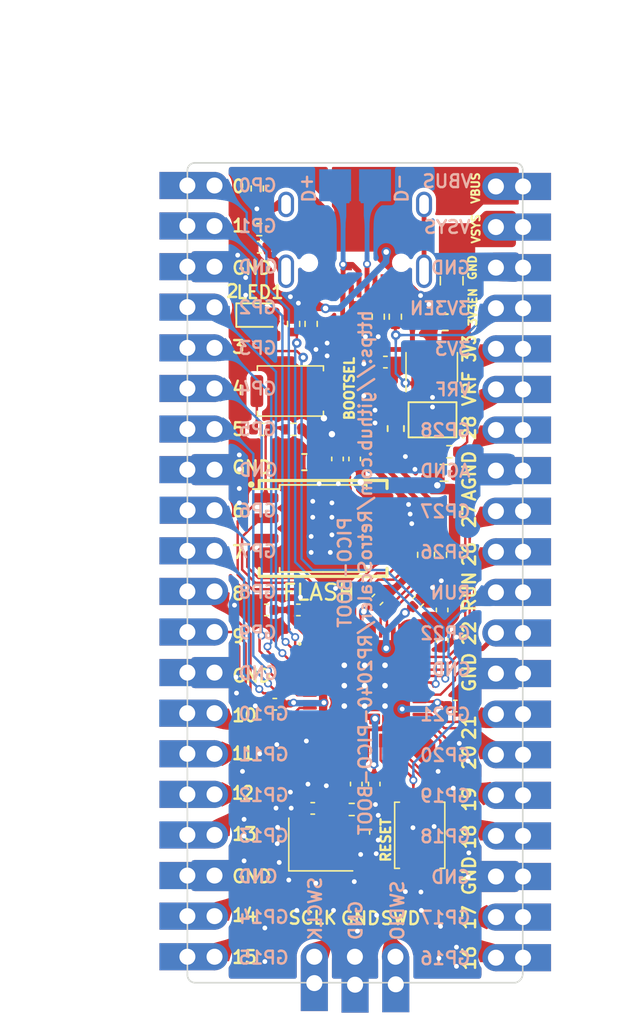
<source format=kicad_pcb>
(kicad_pcb (version 20211014) (generator pcbnew)
  (title_block (title "Env Open Pico") (date "2021-09-14") (rev "REV1") (company "Envious.Design"))
  (layers (0 "F.Cu" signal) (31 "B.Cu" signal) (34 "B.Paste" user) (35 "F.Paste" user) (36 "B.SilkS" user "B.Silkscreen") (37 "F.SilkS" user "F.Silkscreen") (38 "B.Mask" user) (39 "F.Mask" user) (44 "Edge.Cuts" user))
  (net 0 "")
  (net 1 "VBUS")
  (net 2 "+1V1")
  (net 3 "/~{USB_BOOT}")
  (net 4 "/GPIO15")
  (net 5 "/GPIO14")
  (net 6 "/GPIO13")
  (net 7 "/GPIO12")
  (net 8 "/GPIO11")
  (net 9 "/GPIO10")
  (net 10 "/GPIO9")
  (net 11 "/GPIO8")
  (net 12 "/GPIO7")
  (net 13 "/GPIO6")
  (net 14 "/GPIO5")
  (net 15 "/GPIO4")
  (net 16 "/GPIO3")
  (net 17 "/GPIO2")
  (net 18 "/GPIO1")
  (net 19 "/GPIO0")
  (net 20 "/GPIO25")
  (net 21 "/GPIO22")
  (net 22 "/GPIO21")
  (net 23 "/GPIO20")
  (net 24 "/GPIO19")
  (net 25 "/GPIO18")
  (net 26 "/GPIO17")
  (net 27 "/GPIO16")
  (net 28 "/RUN")
  (net 29 "/SWD")
  (net 30 "/SWCLK")
  (net 31 "/QSPI_SS")
  (net 32 "/QSPI_SD3")
  (net 33 "/QSPI_SCLK")
  (net 34 "/QSPI_SD0")
  (net 35 "/QSPI_SD2")
  (net 36 "/QSPI_SD1")
  (net 37 "Net-(R6-Pad2)")
  (net 38 "Net-(R5-Pad2)")
  (net 39 "3V3_EN")
  (net 40 "USB_D+")
  (net 41 "USB_D-")
  (net 42 "/ADC_VREF")
  (net 43 "VSYS")
  (net 44 "+3V3")
  (net 45 "XIN")
  (net 46 "XOUT")
  (net 47 "Net-(C19-Pad2)")
  (net 48 "Net-(C4-Pad1)")
  (net 49 "Net-(GPIO25_LED1-Pad2)")
  (net 50 "/GPIO24")
  (net 51 "Net-(L1-Pad1)")
  (net 52 "/GPIO23")
  (net 53 "Net-(C101-Pad2)")
  (net 56 "/D+")
  (net 57 "AGND")
  (net 58 "GND")
  (net 59 "/GPIO27_ADC1")
  (net 60 "/GPIO26_ADC0")
  (net 61 "/GPIO28_ADC2")
  (net 62 "/GPIO29_ADC3")
  (net 63 "Net-(C1-Pad1)")
  (net 64 "/D-")
  (footprint "Connector_PinHeader_2.54mm:PinHeader_1x03_P2.54mm_Vertical" (layer "F.Cu") (at 101.1 106.9 90)
    (fp_text reference "J5")
    (fp_text value "Conn_01x03_Male")
  )
  (footprint "Capacitor_SMD:C_0603_1608Metric" (layer "F.Cu") (at 109.3 67.2 180)
    (fp_text reference "C1" hide)
    (fp_text value "10uf ")
  )
  (footprint "Capacitor_SMD:C_0402_1005Metric" (layer "F.Cu") (at 104.85 96.092164 -90)
    (fp_text reference "C6")
    (fp_text value "100nf ")
  )
  (footprint "Capacitor_SMD:C_0402_1005Metric" (layer "F.Cu") (at 105.05 84.55 45)
    (fp_text reference "C7")
    (fp_text value "100nf ")
  )
  (footprint "Capacitor_SMD:C_0402_1005Metric" (layer "F.Cu") (at 98.1 85.2 180)
    (fp_text reference "C11")
    (fp_text value "100nf ")
  )
  (footprint "Resistor_SMD:R_0402_1005Metric" (layer "F.Cu") (at 97.8 73.9 180)
    (fp_text reference "R1")
    (fp_text value "1K ")
  )
  (footprint "Resistor_SMD:R_0402_1005Metric" (layer "F.Cu") (at 109 81.75 -90)
    (fp_text reference "R4")
    (fp_text value "27r ")
  )
  (footprint "Capacitor_SMD:C_0402_1005Metric" (layer "F.Cu") (at 109.925 91.2125)
    (fp_text reference "C13")
    (fp_text value "100nf ")
  )
  (footprint "Capacitor_SMD:C_0402_1005Metric" (layer "F.Cu") (at 103.725 96.092164 -90)
    (fp_text reference "C14")
    (fp_text value "100nf ")
  )
  (footprint "Capacitor_SMD:C_0402_1005Metric" (layer "F.Cu") (at 107.6 84.65 45)
    (fp_text reference "C3")
    (fp_text value "1uf ")
  )
  (footprint "Resistor_SMD:R_0402_1005Metric" (layer "F.Cu") (at 107.95 81.75 -90)
    (fp_text reference "R3")
    (fp_text value "27r ")
  )
  (footprint "Resistor_SMD:R_0402_1005Metric" (layer "F.Cu") (at 98.2 68.05 180)
    (fp_text reference "GPIO25_RESISTOR1")
    (fp_text value "470 ")
  )
  (footprint "Resistor_SMD:R_0402_1005Metric" (layer "F.Cu") (at 105.1 66.85 90)
    (fp_text reference "R5")
    (fp_text value "5.1K ")
  )
  (footprint "Resistor_SMD:R_0402_1005Metric" (layer "F.Cu") (at 97.525 58.825 90)
    (fp_text reference "R6")
    (fp_text value "5.1K ")
  )
  (footprint "Package_SO:SOIC-8_5.23x5.23mm_P1.27mm" (layer "F.Cu") (at 101.65 80.1)
    (fp_text reference "FLASH")
    (fp_text value "W25Q16JVUXIQ")
  )
  (footprint "Capacitor_SMD:C_0402_1005Metric" (layer "F.Cu") (at 103.625 75.75 90)
    (fp_text reference "C8" hide)
    (fp_text value "100nf ")
  )
  (footprint "Capacitor_SMD:C_0402_1005Metric" (layer "F.Cu") (at 102.55 75.75 90)
    (fp_text reference "C5" hide)
    (fp_text value "100nf ")
  )
  (footprint "Button_Switch_SMD:SW_Push_SPST_NO_Alps_SKRK" (layer "F.Cu") (at 99.6 71.5)
    (fp_text reference "J2")
    (fp_text value "TSA343G00-250J2")
  )
  (footprint "Resistor_SMD:R_0402_1005Metric" (layer "F.Cu") (at 99.8 73.9 180)
    (fp_text reference "R2")
    (fp_text value "10K ")
  )
  (footprint "Resistor_SMD:R_0603_1608Metric" (layer "F.Cu") (at 109.22 76.62)
    (fp_text reference "R9")
    (fp_text value "200 ")
  )
  (footprint "Resistor_SMD:R_0402_1005Metric" (layer "F.Cu") (at 109.55 75.3 180)
    (fp_text reference "R10" hide)
    (fp_text value "1 ")
  )
  (footprint "Diode_SMD:D_SOD-123" (layer "F.Cu") (at 109.85 60.4 90)
    (fp_text reference "D1")
    (fp_text value "1N4002W")
  )
  (footprint "Capacitor_SMD:C_0402_1005Metric" (layer "F.Cu") (at 105.55 69.69)
    (fp_text reference "C4" hide)
    (fp_text value "22pF ")
  )
  (footprint "Capacitor_SMD:C_0402_1005Metric" (layer "F.Cu") (at 109.1 85.2 90)
    (fp_text reference "C10")
    (fp_text value "1uf")
  )
  (footprint "Resistor_SMD:R_0402_1005Metric" (layer "F.Cu") (at 106.172 66.85 90)
    (fp_text reference "R7")
    (fp_text value "100K ")
  )
  (footprint "Capacitor_SMD:C_0402_1005Metric" (layer "F.Cu") (at 109.1 87.1 -90)
    (fp_text reference "C16")
    (fp_text value "100nf ")
  )
  (footprint "Capacitor_SMD:C_0402_1005Metric" (layer "F.Cu") (at 98.625 91.1 180)
    (fp_text reference "C18")
    (fp_text value "100nf")
  )
  (footprint "Capacitor_SMD:C_0402_1005Metric" (layer "F.Cu") (at 101 97.617164)
    (fp_text reference "C2")
    (fp_text value "22pf ")
  )
  (footprint "Capacitor_SMD:C_0402_1005Metric" (layer "F.Cu") (at 104.2 99.117164 90)
    (fp_text reference "C19")
    (fp_text value "22pf ")
  )
  (footprint "LED_SMD:LED_0603_1608Metric" (layer "F.Cu") (at 97.7 66.75)
    (fp_text reference "LED1")
    (fp_text value "LED_0603")
  )
  (footprint "Capacitor_SMD:C_0402_1005Metric" (layer "F.Cu") (at 100.1 85.2)
    (fp_text reference "C15")
    (fp_text value "100nf ")
  )
  (footprint "Package_TO_SOT_SMD:SOT-23-5" (layer "F.Cu") (at 108.45 70 90)
    (fp_text reference "U1" hide)
    (fp_text value "TD6810-ADJ")
  )
  (footprint "Crystal:Crystal_SMD_3225-4Pin_3.2x2.5mm" (layer "F.Cu") (at 101.5 99.877164)
    (fp_text reference "Y1")
    (fp_text value "3225_4P")
  )
  (footprint "Resistor_SMD:R_0402_1005Metric" (layer "F.Cu") (at 103.44 97.687164)
    (fp_text reference "R11")
    (fp_text value "1K ")
  )
  (footprint "Button_Switch_SMD:SW_Push_SPST_NO_Alps_SKRK" (layer "F.Cu") (at 107.7 99.3 90)
    (fp_text reference "RSW1")
    (fp_text value "TSA343G00-250J2")
  )
  (footprint "HRO-TYPE-C31-M-12:HRO-TYPE-C-31-M-12" (layer "F.Cu") (at 103.65 57.225 180)
    (fp_text reference "USB1")
    (fp_text value "TYPE-C-31-M-12")
  )
  (footprint "RP2040_minimal:RP2040-QFN-56" (layer "F.Cu") (at 104.25 89.9375)
    (fp_text reference "U3")
    (fp_text value "RP2040")
  )
  (footprint "Fuse:Fuse_0805_2012Metric" (layer "F.Cu") (at 109.7 64.6 90)
    (fp_text reference "F1")
    (fp_text value "0805L050WR")
  )
  (footprint "Resistor_SMD:R_0402_1005Metric" (layer "F.Cu") (at 100.9 67.3 -90)
    (fp_text reference "R101")
    (fp_text value "5.6K ")
  )
  (footprint "" (layer "F.Cu") (at 101.1 108.55 90)
    (fp_text reference "")
    (fp_text value "")
  )
  (footprint "Capacitor_SMD:C_0603_1608Metric" (layer "F.Cu") (at 106.2 73.85 -90)
    (fp_text reference "C9" hide)
    (fp_text value "10uf ")
  )
  (footprint "Capacitor_SMD:C_0402_1005Metric" (layer "F.Cu") (at 105.56 71.74 180)
    (fp_text reference "C12" hide)
    (fp_text value "100nf ")
  )
  (footprint "" (layer "F.Cu") (at 103.65 108.65)
    (fp_text reference "")
    (fp_text value "")
  )
  (footprint "Inductor_SMD:WPN252010UF2R2MT" (layer "F.Cu") (at 108.5 73.3 180)
    (fp_text reference "L1" hide)
    (fp_text value "2.2uH")
  )
  (footprint "Capacitor_SMD:C_0402_1005Metric" (layer "F.Cu") (at 97.65 62.5)
    (fp_text reference "C101")
    (fp_text value "0.1uf ")
  )
  (footprint "Resistor_SMD:R_0402_1005Metric" (layer "F.Cu") (at 99.8 67.3 90)
    (fp_text reference "R103")
    (fp_text value "10K ")
  )
  (footprint "Resistor_SMD:R_0402_1005Metric" (layer "F.Cu") (at 105.55 70.74 180)
    (fp_text reference "R8" hide)
    (fp_text value "680K")
  )
  (footprint "" (layer "F.Cu") (at 106.2 108.625)
    (fp_text reference "")
    (fp_text value "")
  )
  (footprint "W25Q256JVEIQ_TR:SON127P800X600X80-9N" (layer "F.Cu") (at 101.65 80.1)
    (fp_text reference "REF**" hide)
    (fp_text value "SON127P800X600X80-9N")
  )
  (footprint "Resistor_SMD:R_0402_1005Metric" (layer "F.Cu") (at 97.65 61.4 180)
    (fp_text reference "R102")
    (fp_text value "220 ")
  )
  (footprint "Resistor_SMD:R_0402_1005Metric" (layer "F.Cu") (at 107.24 66.87 -90)
    (fp_text reference "R12" hide)
    (fp_text value "150K")
  )
  (footprint "Capacitor_SMD:C_0603_1608Metric" (layer "F.Cu") (at 100.475 75.95 180)
    (fp_text reference "C17" hide)
    (fp_text value "10uf ")
  )
  (footprint "Connector_PinHeader_2.54mm:PinHeader_1x20_P2.54mm_Vertical" (layer "B.Cu") (at 112.45 58.7 180)
    (fp_text reference "J4")
    (fp_text value "2.54mm header 01x20")
  )
  (footprint "Connector_PinHeader_2.54mm:PinHeader_1x20_P2.54mm_Vertical" (layer "B.Cu") (at 94.85 106.9)
    (fp_text reference "J3" hide)
    (fp_text value "2.54mm header 01x20")
  )
  (footprint "EnvExtras:CustomTestPoint" (layer "B.Cu") (at 102.4 58.625)
    (fp_text reference "TP1")
    (fp_text value "TestPoint")
  )
  (footprint "EnvExtras:CustomTestPoint" (layer "B.Cu") (at 104.9 58.625)
    (fp_text reference "TP2")
    (fp_text value "TestPoint")
  )
  (footprint "NetTie:NetTie-2_SMD_Pad0.5mm" (layer "B.Cu") (at 109.6 79)
    (fp_text reference "NT1")
    (fp_text value "NetTie_2")
  )
  (gr_circle (center 100.18 87.3275) (end 100.2 87.3275) (layer "F.SilkS") (width 0.1) (fill none))
  (gr_arc (start 114.15 108) (mid 114.010088 108.335438) (end 113.7 108.525) (layer "Edge.Cuts") (width 0.1))
  (gr_line (start 93.15 108) (end 93.15 57.725) (layer "Edge.Cuts") (width 0.1))
  (gr_line (start 93.6 57.225) (end 113.7 57.225) (layer "Edge.Cuts") (width 0.1))
  (gr_arc (start 113.7 57.225) (mid 114.035785 57.375294) (end 114.15 57.725) (layer "Edge.Cuts") (width 0.1))
  (gr_line (start 93.6 108.525) (end 113.7 108.525) (layer "Edge.Cuts") (width 0.1))
  (gr_arc (start 93.15 57.725) (mid 93.271447 57.381802) (end 93.6 57.225) (layer "Edge.Cuts") (width 0.1))
  (gr_arc (start 93.6 108.525) (mid 93.266269 108.355698) (end 93.15 108) (layer "Edge.Cuts") (width 0.1))
  (gr_line (start 114.15 108) (end 114.15 57.725) (layer "Edge.Cuts") (width 0.1))
  (gr_text "SWCLK" (at 101.15 105.945 90) (layer "B.SilkS") (effects (font (size 0.8 0.8) (thickness 0.153)) (justify right mirror)))
  (gr_text "GND" (at 103.69 105.945 90) (layer "B.SilkS") (effects (font (size 0.8 0.8) (thickness 0.153)) (justify right mirror)))
  (gr_text "GP20" (at 109.3 94.28947) (layer "B.SilkS") (effects (font (size 0.8 0.8) (thickness 0.153)) (justify mirror)))
  (gr_text "3V3EN" (at 108.97619 66.326315) (layer "B.SilkS") (effects (font (size 0.8 0.8) (thickness 0.153)) (justify mirror)))
  (gr_text "3V3" (at 109.757143 68.86842) (layer "B.SilkS") (effects (font (size 0.8 0.8) (thickness 0.153)) (justify mirror)))
  (gr_text "GP15" (at 97.925 106.963158) (layer "B.SilkS") (effects (font (size 0.8 0.8) (thickness 0.153)) (justify mirror)))
  (gr_text "SWDIO" (at 106.307142 105.95 90) (layer "B.SilkS") (effects (font (size 0.8 0.8) (thickness 0.153)) (justify right mirror)))
  (gr_text "VSYS" (at 109.414286 61.242105) (layer "B.SilkS") (effects (font (size 0.8 0.8) (thickness 0.153)) (justify mirror)))
  (gr_text "GP7" (at 97.544047 81.528947) (layer "B.SilkS") (effects (font (size 0.8 0.8) (thickness 0.153)) (justify mirror)))
  (gr_text "GP17" (at 109.3 104.45789) (layer "B.SilkS") (effects (font (size 0.8 0.8) (thickness 0.153)) (justify mirror)))
  (gr_text "AGND" (at 109.3 76.494735) (layer "B.SilkS") (effects (font (size 0.8 0.8) (thickness 0.153)) (justify mirror)))
  (gr_text "GP21" (at 109.3 91.747365) (layer "B.SilkS") (effects (font (size 0.8 0.8) (thickness 0.153)) (justify mirror)))
  (gr_text "GND" (at 109.675 88.925) (layer "B.SilkS") (effects (font (size 0.8 0.8) (thickness 0.153)) (justify mirror)))
  (gr_text "GP8" (at 97.544047 84.072368) (layer "B.SilkS") (effects (font (size 0.8 0.8) (thickness 0.153)) (justify mirror)))
  (gr_text "VRF" (at 109.77619 71.410525) (layer "B.SilkS") (effects (font (size 0.8 0.8) (thickness 0.153)) (justify mirror)))
  (gr_text "GP10" (at 97.925 91.702631) (layer "B.SilkS") (effects (font (size 0.8 0.8) (thickness 0.153)) (justify mirror)))
  (gr_text "GP18" (at 109.3 99.37368) (layer "B.SilkS") (effects (font (size 0.8 0.8) (thickness 0.153)) (justify mirror)))
  (gr_text "GP5" (at 97.544047 73.898684) (layer "B.SilkS") (effects (font (size 0.8 0.8) (thickness 0.153)) (justify mirror)))
  (gr_text "GP16" (at 109.3 107) (layer "B.SilkS") (effects (font (size 0.8 0.8) (thickness 0.153)) (justify mirror)))
  (gr_text "GP6" (at 97.544047 78.985526) (layer "B.SilkS") (effects (font (size 0.8 0.8) (thickness 0.153)) (justify mirror)))
  (gr_text "GND" (at 109.642857 101.915785) (layer "B.SilkS") (effects (font (size 0.8 0.8) (thickness 0.153)) (justify mirror)))
  (gr_text "GP11" (at 97.925 94.246052) (layer "B.SilkS") (effects (font (size 0.8 0.8) (thickness 0.153)) (justify mirror)))
  (gr_text "GP9" (at 97.544047 86.615789) (layer "B.SilkS") (effects (font (size 0.8 0.8) (thickness 0.153)) (justify mirror)))
  (gr_text "GP19" (at 109.3 96.831575) (layer "B.SilkS") (effects (font (size 0.8 0.8) (thickness 0.153)) (justify mirror)))
  (gr_text "GP0" (at 97.544047 58.638158) (layer "B.SilkS") (effects (font (size 0.8 0.8) (thickness 0.153)) (justify mirror)))
  (gr_text "VBUS" (at 109.425 58.375) (layer "B.SilkS") (effects (font (size 0.8 0.8) (thickness 0.153)) (justify mirror)))
  (gr_text "GP2" (at 97.544047 66.268421) (layer "B.SilkS") (effects (font (size 0.8 0.8) (thickness 0.153)) (justify mirror)))
  (gr_text "GP4" (at 97.544047 71.355263) (layer "B.SilkS") (effects (font (size 0.8 0.8) (thickness 0.153)) (justify mirror)))
  (gr_text "D-" (at 106.5 58.8 270) (layer "B.SilkS") (effects (font (size 0.8 0.8) (thickness 0.153)) (justify mirror)))
  (gr_text "GND" (at 97.582142 89.15921) (layer "B.SilkS") (effects (font (size 0.8 0.8) (thickness 0.153)) (justify mirror)))
  (gr_text "GND" (at 97.582142 76.442105) (layer "B.SilkS") (effects (font (size 0.8 0.8) (thickness 0.153)) (justify mirror)))
  (gr_text "GND" (at 97.582142 63.725) (layer "B.SilkS") (effects (font (size 0.8 0.8) (thickness 0.153)) (justify mirror)))
  (gr_text "GP1" (at 97.544047 61.181579) (layer "B.SilkS") (effects (font (size 0.8 0.8) (thickness 0.153)) (justify mirror)))
  (gr_text "GND" (at 109.642857 63.78421) (layer "B.SilkS") (effects (font (size 0.8 0.8) (thickness 0.153)) (justify mirror)))
  (gr_text "GP3" (at 97.544047 68.811842) (layer "B.SilkS") (effects (font (size 0.8 0.8) (thickness 0.153)) (justify mirror)))
  (gr_text "GP26" (at 109.3 81.578945) (layer "B.SilkS") (effects (font (size 0.8 0.8) (thickness 0.153)) (justify mirror)))
  (gr_text "GP28" (at 109.3 73.95263) (layer "B.SilkS") (effects (font (size 0.8 0.8) (thickness 0.153)) (justify mirror)))
  (gr_text "GP22" (at 109.3 86.663155) (layer "B.SilkS") (effects (font (size 0.8 0.8) (thickness 0.153)) (justify mirror)))
  (gr_text "PICO-BOOT\nhttps://github.com/RetroScaler/RP2040-PICO-BOOT\n" (at 103.65 82.85 90) (layer "B.SilkS") (effects (font (size 0.8 0.8) (thickness 0.153)) (justify mirror)))
  (gr_text "RUN" (at 109.62381 84.12105) (layer "B.SilkS") (effects (font (size 0.8 0.8) (thickness 0.153)) (justify mirror)))
  (gr_text "GND" (at 97.582142 101.876315) (layer "B.SilkS") (effects (font (size 0.8 0.8) (thickness 0.153)) (justify mirror)))
  (gr_text "GP12" (at 97.925 96.789473) (layer "B.SilkS") (effects (font (size 0.8 0.8) (thickness 0.153)) (justify mirror)))
  (gr_text "GP14" (at 97.925 104.419736) (layer "B.SilkS") (effects (font (size 0.8 0.8) (thickness 0.153)) (justify mirror)))
  (gr_text "GP13" (at 97.925 99.332894) (layer "B.SilkS") (effects (font (size 0.8 0.8) (thickness 0.153)) (justify mirror)))
  (gr_text "GP27" (at 109.3 79.03684) (layer "B.SilkS") (effects (font (size 0.8 0.8) (thickness 0.153)) (justify mirror)))
  (gr_text "D+" (at 100.7 58.8 270) (layer "B.SilkS") (effects (font (size 0.8 0.8) (thickness 0.153)) (justify mirror)))
  (gr_text "18" (at 110.8 99.4 90) (layer "F.SilkS") (effects (font (size 0.8 0.8) (thickness 0.153))))
  (gr_text "GND\n" (at 103.9876 104.4956) (layer "F.SilkS") (effects (font (size 0.8 0.8) (thickness 0.153))))
  (gr_text "5" (at 96.344047 73.892183) (layer "F.SilkS") (effects (font (size 0.8 0.8) (thickness 0.153))))
  (gr_text "BOOTSEL" (at 103.3 71.35 90) (layer "F.SilkS") (effects (font (size 0.6 0.6))))
  (gr_text "14" (at 96.725 104.3) (layer "F.SilkS") (effects (font (size 0.8 0.8) (thickness 0.153))))
  (gr_text "GND" (at 111 63.775 90) (layer "F.SilkS") (effects (font (size 0.5 0.5) (thickness 0.125))))
  (gr_text "GND" (at 97.182142 63.803946) (layer "F.SilkS") (effects (font (size 0.8 0.8) (thickness 0.153))))
  (gr_text "12" (at 96.628261 96.65) (layer "F.SilkS") (effects (font (size 0.8 0.7))))
  (gr_text "SCLK\n" (at 100.9904 104.4702) (layer "F.SilkS") (effects (font (size 0.8 0.8) (thickness 0.153))))
  (gr_text "VBUS" (at 111.2 58.8 90) (layer "F.SilkS") (effects (font (size 0.5 0.5) (thickness 0.125))))
  (gr_text "2" (at 95.975 65.25) (layer "F.SilkS") (effects (font (size 0.8 0.8) (thickness 0.153))))
  (gr_text "9" (at 96.344047 86.85) (layer "F.SilkS") (effects (font (size 0.8 0.8) (thickness 0.153))))
  (gr_text "0" (at 96.344047 58.7) (layer "F.SilkS") (effects (font (size 0.8 0.8) (thickness 0.153))))
  (gr_text "GND" (at 97.182142 76.275) (layer "F.SilkS") (effects (font (size 0.8 0.8) (thickness 0.153))))
  (gr_text "10" (at 96.725 91.8) (layer "F.SilkS") (effects (font (size 0.8 0.8) (thickness 0.153))))
  (gr_text "RUN" (at 110.8 84.05 90) (layer "F.SilkS") (effects (font (size 0.8 0.8) (thickness 0.153))))
  (gr_text "GND" (at 110.8 89.1 90) (layer "F.SilkS") (effects (font (size 0.8 0.8) (thickness 0.153))))
  (gr_text "3V3EN" (at 111.025 66.25 90) (layer "F.SilkS") (effects (font (size 0.5 0.5) (thickness 0.125))))
  (gr_text "GND" (at 97.182142 89.325) (layer "F.SilkS") (effects (font (size 0.8 0.8) (thickness 0.153))))
  (gr_text "4" (at 96.344047 71.33) (layer "F.SilkS") (effects (font (size 0.8 0.8) (thickness 0.153))))
  (gr_text "RESET" (at 105.575 99.6 90) (layer "F.SilkS") (effects (font (size 0.6 0.6))))
  (gr_text "AGND" (at 110.8 75.15 90) (layer "F.SilkS") (effects (font (size 0.8 0.8) (thickness 0.153)) (justify right)))
  (gr_text "15" (at 96.725 106.925) (layer "F.SilkS") (effects (font (size 0.8 0.8) (thickness 0.153))))
  (gr_text "7" (at 96.344047 81.580257) (layer "F.SilkS") (effects (font (size 0.8 0.8) (thickness 0.153))))
  (gr_text "GND" (at 110.8 101.825 90) (layer "F.SilkS") (effects (font (size 0.8 0.8) (thickness 0.153))))
  (gr_text "28" (at 110.8 73.8 90) (layer "F.SilkS") (effects (font (size 0.8 0.8) (thickness 0.153))))
  (gr_text "17" (at 110.8 104.4436 90) (layer "F.SilkS") (effects (font (size 0.8 0.8) (thickness 0.153))))
  (gr_text "13" (at 96.725 99.225) (layer "F.SilkS") (effects (font (size 0.8 0.8) (thickness 0.153))))
  (gr_text "1" (at 96.344047 61.15) (layer "F.SilkS") (effects (font (size 0.8 0.8) (thickness 0.153))))
  (gr_text "8" (at 96.344047 84.175) (layer "F.SilkS") (effects (font (size 0.8 0.8) (thickness 0.153))))
  (gr_text "VSYS" (at 111.225 61.35 90) (layer "F.SilkS") (effects (font (size 0.5 0.5) (thickness 0.125))))
  (gr_text "16" (at 110.8 106.9836 90) (layer "F.SilkS") (effects (font (size 0.8 0.8) (thickness 0.153))))
  (gr_text "20\n" (at 110.8 94.425 90) (layer "F.SilkS") (effects (font (size 0.8 0.8) (thickness 0.153))))
  (gr_text "VRF" (at 110.80225 71.35 90) (layer "F.SilkS") (effects (font (size 0.8 0.8))))
  (gr_text "11\n" (at 96.629761 94.175) (layer "F.SilkS") (effects (font (size 0.8 0.7) (thickness 0.153))))
  (gr_text "GND" (at 97.182142 101.875) (layer "F.SilkS") (effects (font (size 0.8 0.8) (thickness 0.153))))
  (gr_text "27" (at 110.8 79.3 90) (layer "F.SilkS") (effects (font (size 0.8 0.8) (thickness 0.153))))
  (gr_text "SWD" (at 106.5022 104.4956) (layer "F.SilkS") (effects (font (size 0.8 0.8) (thickness 0.153))))
  (gr_text "26\n" (at 110.8 81.7 90) (layer "F.SilkS") (effects (font (size 0.8 0.8) (thickness 0.153))))
  (gr_text "6" (at 96.344047 78.977439) (layer "F.SilkS") (effects (font (size 0.8 0.8) (thickness 0.153))))
  (gr_text "3" (at 96.344047 68.75) (layer "F.SilkS") (effects (font (size 0.8 0.8) (thickness 0.153))))
  (gr_text "21" (at 110.8 92.55 90) (layer "F.SilkS") (effects (font (size 0.8 0.8) (thickness 0.153))))
  (gr_text "22" (at 110.80225 86.65 90) (layer "F.SilkS") (effects (font (size 0.8 0.8))))
  (gr_text "19" (at 110.8 97.05 90) (layer "F.SilkS") (effects (font (size 0.8 0.8) (thickness 0.153))))
  (gr_text "3V3" (at 110.80225 68.85 90) (layer "F.SilkS") (effects (font (size 0.8 0.6))))
  (segment (start 106.1 64.92) (end 106.1 66.268) (width 0.4) (layer "F.Cu") (net 1))
  (segment (start 100.9 66.3) (end 101.2 66) (width 0.4) (layer "F.Cu") (net 1))
  (segment (start 101.6 66.3) (end 100.9 66.3) (width 0.4) (layer "F.Cu") (net 1))
  (segment (start 101.2 66) (end 101.5 66.3) (width 0.4) (layer "F.Cu") (net 1))
  (segment (start 101.5 66.3) (end 101.6 66.3) (width 0.4) (layer "F.Cu") (net 1))
  (segment (start 106.1 66.268) (end 106.172 66.34) (width 0.4) (layer "F.Cu") (net 1))
  (segment (start 101.77 66.3) (end 101.6 66.3) (width 0.4) (layer "F.Cu") (net 1))
  (segment (start 100.9 66.79) (end 100.9 66.3) (width 0.4) (layer "F.Cu") (net 1))
  (segment (start 101.2 66) (end 101.2 64.92) (width 0.4) (layer "F.Cu") (net 1))
  (segment (start 101.8 66.33) (end 101.77 66.3) (width 0.4) (layer "F.Cu") (net 1))
  (via (at 105.6 62.8) (size 0.6) (drill 0.35) (layers "F.Cu" "B.Cu") (net 1))
  (via (at 101.8 66.33) (size 0.6) (drill 0.35) (layers "F.Cu" "B.Cu") (net 1))
  (segment (start 102.67 66.33) (end 105.6 63.4) (width 0.4) (layer "B.Cu") (net 1))
  (segment (start 105.6 63.4) (end 105.6 62.8) (width 0.4) (layer "B.Cu") (net 1))
  (segment (start 101.8 66.33) (end 102.67 66.33) (width 0.4) (layer "B.Cu") (net 1))
  (segment (start 106.05 86.106118) (end 106.05 86.5) (width 0.15) (layer "F.Cu") (net 2))
  (segment (start 104.610589 84.889411) (end 104.2 85.3) (width 0.3) (layer "F.Cu") (net 2))
  (segment (start 104.2 85.3) (end 104.05 85.45) (width 0.15) (layer "F.Cu") (net 2))
  (segment (start 107.260589 84.989411) (end 107.166707 84.989411) (width 0.15) (layer "F.Cu") (net 2))
  (segment (start 106.778059 85.378059) (end 106.05 86.106118) (width 0.15) (layer "F.Cu") (net 2))
  (segment (start 107.166707 84.989411) (end 106.778059 85.378059) (width 0.15) (layer "F.Cu") (net 2))
  (segment (start 104.05 85.45) (end 104.05 86.5) (width 0.15) (layer "F.Cu") (net 2))
  (segment (start 104.710589 84.889411) (end 104.610589 84.889411) (width 0.3) (layer "F.Cu") (net 2))
  (segment (start 104.85 93.375) (end 104.85 95.612164) (width 0.15) (layer "F.Cu") (net 2))
  (via (at 104.9 92) (size 0.6) (drill 0.35) (layers "F.Cu" "B.Cu") (net 2))
  (via (at 106.778059 85.378059) (size 0.6) (drill 0.35) (layers "F.Cu" "B.Cu") (net 2))
  (via (at 105.6 87.6) (size 0.6) (drill 0.35) (layers "F.Cu" "B.Cu") (net 2))
  (via (at 104.825 94.875) (size 0.5) (drill 0.3) (layers "F.Cu" "B.Cu") (net 2))
  (via (at 104.2 85.3) (size 0.6) (drill 0.35) (layers "F.Cu" "B.Cu") (net 2))
  (segment (start 104.9 94.85921) (end 104.9 92) (width 0.4) (layer "B.Cu") (net 2))
  (segment (start 105.6 87.6) (end 105.6 86.556118) (width 0.4) (layer "B.Cu") (net 2))
  (segment (start 105.6 86.7) (end 104.2 85.3) (width 0.4) (layer "B.Cu") (net 2))
  (segment (start 105.6 86.556118) (end 106.778059 85.378059) (width 0.4) (layer "B.Cu") (net 2))
  (segment (start 105.6 87.6) (end 105.6 86.7) (width 0.4) (layer "B.Cu") (net 2))
  (segment (start 97.5 71.5) (end 97.5 73.59) (width 0.15) (layer "F.Cu") (net 3))
  (segment (start 97.5 73.59) (end 97.29 73.8) (width 0.15) (layer "F.Cu") (net 3))
  (segment (start 98 97.1) (end 98 103.85) (width 0.15) (layer "F.Cu") (net 4))
  (segment (start 100.123 94.977) (end 98 97.1) (width 0.15) (layer "F.Cu") (net 4))
  (segment (start 102.85 94.05) (end 101.923 94.977) (width 0.15) (layer "F.Cu") (net 4))
  (segment (start 98 103.85) (end 94.95 106.9) (width 0.15) (layer "F.Cu") (net 4))
  (segment (start 102.85 93.375) (end 102.85 94.05) (width 0.15) (layer "F.Cu") (net 4))
  (segment (start 101.923 94.977) (end 100.123 94.977) (width 0.15) (layer "F.Cu") (net 4))
  (segment (start 101.8 94.7) (end 99.8 94.7) (width 0.15) (layer "F.Cu") (net 5))
  (segment (start 99.8 94.7) (end 99.45 95.05) (width 0.15) (layer "F.Cu") (net 5))
  (segment (start 101.8 94.7) (end 102.45 94.05) (width 0.15) (layer "F.Cu") (net 5))
  (segment (start 94.95 104.36) (end 97.6 101.71) (width 0.15) (layer "F.Cu") (net 5))
  (segment (start 97.6 96.9) (end 99.45 95.05) (width 0.15) (layer "F.Cu") (net 5))
  (segment (start 102.45 94.05) (end 102.45 93.375) (width 0.15) (layer "F.Cu") (net 5))
  (segment (start 97.6 101.71) (end 97.6 96.9) (width 0.15) (layer "F.Cu") (net 5))
  (segment (start 94.95 99.28) (end 94.95 98.95) (width 0.15) (layer "F.Cu") (net 6))
  (segment (start 102.05 93.95) (end 102.05 93.375) (width 0.15) (layer "F.Cu") (net 6))
  (segment (start 94.95 98.95) (end 99.523 94.377) (width 0.15) (layer "F.Cu") (net 6))
  (segment (start 101.623 94.377) (end 102.05 93.95) (width 0.15) (layer "F.Cu") (net 6))
  (segment (start 99.523 94.377) (end 101.623 94.377) (width 0.15) (layer "F.Cu") (net 6))
  (segment (start 96.46 96.74) (end 99.1 94.1) (width 0.15) (layer "F.Cu") (net 7))
  (segment (start 94.95 96.74) (end 96.46 96.74) (width 0.15) (layer "F.Cu") (net 7))
  (segment (start 99.1 94.1) (end 101.375 94.1) (width 0.15) (layer "F.Cu") (net 7))
  (segment (start 101.65 93.825) (end 101.65 93.375) (width 0.15) (layer "F.Cu") (net 7))
  (segment (start 101.375 94.1) (end 101.65 93.825) (width 0.15) (layer "F.Cu") (net 7))
  (segment (start 99.95 92.95) (end 97.35 92.95) (width 0.15) (layer "F.Cu") (net 8))
  (segment (start 100.3625 92.5375) (end 99.95 92.95) (width 0.15) (layer "F.Cu") (net 8))
  (segment (start 97.35 92.95) (end 96.1 94.2) (width 0.15) (layer "F.Cu") (net 8))
  (segment (start 96.1 94.2) (end 94.95 94.2) (width 0.15) (layer "F.Cu") (net 8))
  (segment (start 94.95 94.2) (end 93.25 94.2) (width 0.15) (layer "F.Cu") (net 8))
  (segment (start 100.8125 92.5375) (end 100.3625 92.5375) (width 0.15) (layer "F.Cu") (net 8))
  (segment (start 95.89 92.6) (end 94.95 91.66) (width 0.15) (layer "F.Cu") (net 9))
  (segment (start 100.2125 92.1375) (end 99.75 92.6) (width 0.15) (layer "F.Cu") (net 9))
  (segment (start 99.75 92.6) (end 95.89 92.6) (width 0.15) (layer "F.Cu") (net 9))
  (segment (start 100.8125 92.1375) (end 100.2125 92.1375) (width 0.15) (layer "F.Cu") (net 9))
  (segment (start 99.65 92.25) (end 96.75 92.25) (width 0.15) (layer "F.Cu") (net 10))
  (segment (start 96.08 86.58) (end 94.95 86.58) (width 0.15) (layer "F.Cu") (net 10))
  (segment (start 96.8 90.7) (end 96.8 87.3) (width 0.15) (layer "F.Cu") (net 10))
  (segment (start 96.75 92.25) (end 96.5 92) (width 0.15) (layer "F.Cu") (net 10))
  (segment (start 100.154238 91.7375) (end 99.65 92.241738) (width 0.15) (layer "F.Cu") (net 10))
  (segment (start 96.8 87.3) (end 96.08 86.58) (width 0.15) (layer "F.Cu") (net 10))
  (segment (start 99.65 92.241738) (end 99.65 92.25) (width 0.15) (layer "F.Cu") (net 10))
  (segment (start 96.5 91) (end 96.8 90.7) (width 0.15) (layer "F.Cu") (net 10))
  (segment (start 96.5 92) (end 96.5 91) (width 0.15) (layer "F.Cu") (net 10))
  (segment (start 100.8125 91.7375) (end 100.154238 91.7375) (width 0.15) (layer "F.Cu") (net 10))
  (segment (start 97.1 86.7) (end 94.95 84.55) (width 0.15) (layer "F.Cu") (net 11))
  (segment (start 100.1625 91.3375) (end 99.6 91.9) (width 0.15) (layer "F.Cu") (net 11))
  (segment (start 97.1 90.8) (end 97.1 86.7) (width 0.15) (layer "F.Cu") (net 11))
  (segment (start 96.8 91.8) (end 96.8 91.1) (width 0.15) (layer "F.Cu") (net 11))
  (segment (start 99.6 91.9) (end 96.9 91.9) (width 0.15) (layer "F.Cu") (net 11))
  (segment (start 100.8125 91.3375) (end 100.1625 91.3375) (width 0.15) (layer "F.Cu") (net 11))
  (segment (start 94.95 84.55) (end 94.95 84.04) (width 0.15) (layer "F.Cu") (net 11))
  (segment (start 96.8 91.1) (end 97.1 90.8) (width 0.15) (layer "F.Cu") (net 11))
  (segment (start 96.9 91.9) (end 96.8 91.8) (width 0.15) (layer "F.Cu") (net 11))
  (segment (start 97.9145 90.4145) (end 97.65 90.15) (width 0.15) (layer "F.Cu") (net 12))
  (segment (start 99.9145 90.4145) (end 97.9145 90.4145) (width 0.15) (layer "F.Cu") (net 12))
  (segment (start 100.0375 90.5375) (end 99.9145 90.4145) (width 0.15) (layer "F.Cu") (net 12))
  (segment (start 100.8125 90.5375) (end 100.0375 90.5375) (width 0.15) (layer "F.Cu") (net 12))
  (via (at 97.65 90.15) (size 0.5) (drill 0.3) (layers "F.Cu" "B.Cu") (net 12))
  (segment (start 94.95 81.5) (end 96.7 83.25) (width 0.15) (layer "B.Cu") (net 12))
  (segment (start 96.7 89.2) (end 97.65 90.15) (width 0.15) (layer "B.Cu") (net 12))
  (segment (start 96.7 83.25) (end 96.7 89.2) (width 0.15) (layer "B.Cu") (net 12))
  (segment (start 98.5375 90.1375) (end 98.2 89.8) (width 0.15) (layer "F.Cu") (net 13))
  (segment (start 99.2375 90.1375) (end 98.5375 90.1375) (width 0.15) (layer "F.Cu") (net 13))
  (segment (start 100.8125 90.1375) (end 99.2375 90.1375) (width 0.15) (layer "F.Cu") (net 13))
  (via (at 98.2 89.8) (size 0.5) (drill 0.3) (layers "F.Cu" "B.Cu") (net 13))
  (segment (start 97 88.6) (end 97 81.01) (width 0.15) (layer "B.Cu") (net 13))
  (segment (start 97 81.01) (end 94.95 78.96) (width 0.15) (layer "B.Cu") (net 13))
  (segment (start 98.2 89.8) (end 97 88.6) (width 0.15) (layer "B.Cu") (net 13))
  (segment (start 98.2 89) (end 98.9 89.7) (width 0.15) (layer "F.Cu") (net 14))
  (segment (start 98.9 89.7) (end 100.775 89.7) (width 0.15) (layer "F.Cu") (net 14))
  (segment (start 100.775 89.7) (end 100.8125 89.7375) (width 0.15) (layer "F.Cu") (net 14))
  (via (at 98.2 89) (size 0.5) (drill 0.3) (layers "F.Cu" "B.Cu") (net 14))
  (segment (start 97.277 88.077) (end 97.277 75.427) (width 0.15) (layer "B.Cu") (net 14))
  (segment (start 98.2 89) (end 97.277 88.077) (width 0.15) (layer "B.Cu") (net 14))
  (segment (start 97.277 75.427) (end 95.73 73.88) (width 0.15) (layer "B.Cu") (net 14))
  (segment (start 95.73 73.88) (end 94.95 73.88) (width 0.15) (layer "B.Cu") (net 14))
  (segment (start 97.670631 87.370631) (end 97.670631 86.929369) (width 0.15) (layer "F.Cu") (net 15))
  (segment (start 97.670631 87.029369) (end 97.7 87) (width 0.15) (layer "F.Cu") (net 15))
  (segment (start 97.670631 87.770631) (end 97.670631 87.370631) (width 0.15) (layer "F.Cu") (net 15))
  (segment (start 100.8125 89.3375) (end 99.2375 89.3375) (width 0.15) (layer "F.Cu") (net 15))
  (segment (start 97.670631 86.929369) (end 97.8 86.8) (width 0.15) (layer "F.Cu") (net 15))
  (segment (start 97.670631 87.370631) (end 97.670631 87.029369) (width 0.15) (layer "F.Cu") (net 15))
  (segment (start 99.2375 89.3375) (end 97.670631 87.770631) (width 0.15) (layer "F.Cu") (net 15))
  (via (at 97.8 86.8) (size 0.5) (drill 0.3) (layers "F.Cu" "B.Cu") (net 15))
  (segment (start 97.8 73.5) (end 97.8 86.9) (width 0.15) (layer "B.Cu") (net 15))
  (segment (start 95.64 71.34) (end 97.8 73.5) (width 0.15) (layer "B.Cu") (net 15))
  (segment (start 94.95 71.34) (end 95.64 71.34) (width 0.15) (layer "B.Cu") (net 15))
  (segment (start 99.7375 88.9375) (end 99.3375 88.9375) (width 0.15) (layer "F.Cu") (net 16))
  (segment (start 98.165631 87.765631) (end 98.165631 87.488609) (width 0.15) (layer "F.Cu") (net 16))
  (segment (start 100.8125 88.9375) (end 99.7375 88.9375) (width 0.15) (layer "F.Cu") (net 16))
  (segment (start 99.3375 88.9375) (end 98.6 88.2) (width 0.15) (layer "F.Cu") (net 16))
  (segment (start 98.6 88.2) (end 98.165631 87.765631) (width 0.15) (layer "F.Cu") (net 16))
  (via (at 98.165631 87.488609) (size 0.5) (drill 0.3) (layers "F.Cu" "B.Cu") (net 16))
  (segment (start 98.4 87.25424) (end 98.4 71.69) (width 0.15) (layer "B.Cu") (net 16))
  (segment (start 98.4 71.69) (end 95.51 68.8) (width 0.15) (layer "B.Cu") (net 16))
  (segment (start 95.51 68.8) (end 94.95 68.8) (width 0.15) (layer "B.Cu") (net 16))
  (segment (start 98.165631 87.488609) (end 98.4 87.25424) (width 0.15) (layer "B.Cu") (net 16))
  (segment (start 100.775 88.5) (end 100.8125 88.5375) (width 0.15) (layer "F.Cu") (net 17))
  (segment (start 99.7 88.5) (end 100.775 88.5) (width 0.15) (layer "F.Cu") (net 17))
  (segment (start 99.1 87.9) (end 99.7 88.5) (width 0.15) (layer "F.Cu") (net 17))
  (via (at 99.1 87.9) (size 0.5) (drill 0.3) (layers "F.Cu" "B.Cu") (net 17))
  (segment (start 98.695 87.005) (end 98.695 70.295) (width 0.15) (layer "B.Cu") (net 17))
  (segment (start 98.695 87.005) (end 98.695 87.495) (width 0.15) (layer "B.Cu") (net 17))
  (segment (start 94.95 66.55) (end 94.95 66.26) (width 0.15) (layer "B.Cu") (net 17))
  (segment (start 98.695 70.295) (end 94.95 66.55) (width 0.15) (layer "B.Cu") (net 17))
  (segment (start 98.695 87.495) (end 99.1 87.9) (width 0.15) (layer "B.Cu") (net 17))
  (segment (start 99.3 87.2) (end 100.2375 88.1375) (width 0.15) (layer "F.Cu") (net 18))
  (segment (start 100.2375 88.1375) (end 100.8125 88.1375) (width 0.15) (layer "F.Cu") (net 18))
  (via (at 99.3 87.2) (size 0.5) (drill 0.3) (layers "F.Cu" "B.Cu") (net 18))
  (segment (start 97.5 65.2) (end 97.5 63.27) (width 0.15) (layer "B.Cu") (net 18))
  (segment (start 95.41 61.18) (end 94.95 61.18) (width 0.15) (layer "B.Cu") (net 18))
  (segment (start 99.1 66.8) (end 97.5 65.2) (width 0.15) (layer "B.Cu") (net 18))
  (segment (start 99.1 86.8) (end 99.1 87) (width 0.15) (layer "B.Cu") (net 18))
  (segment (start 99.1 86.8) (end 99.1 66.8) (width 0.15) (layer "B.Cu") (net 18))
  (segment (start 97.5 63.27) (end 95.41 61.18) (width 0.15) (layer "B.Cu") (net 18))
  (segment (start 99.1 87) (end 99.3 87.2) (width 0.15) (layer "B.Cu") (net 18))
  (segment (start 100.2375 87.7375) (end 99.9 87.4) (width 0.15) (layer "F.Cu") (net 19))
  (segment (start 99.9 87.4) (end 99.9 86.9) (width 0.15) (layer "F.Cu") (net 19))
  (segment (start 100.8125 87.7375) (end 100.2375 87.7375) (width 0.15) (layer "F.Cu") (net 19))
  (via (at 99.9 86.9) (size 0.5) (drill 0.3) (layers "F.Cu" "B.Cu") (net 19))
  (segment (start 98.1 62.8) (end 96.865 61.565) (width 0.15) (layer "B.Cu") (net 19))
  (segment (start 96.865 60.335) (end 95.17 58.64) (width 0.15) (layer "B.Cu") (net 19))
  (segment (start 99.5 86.5) (end 99.5 66.4) (width 0.15) (layer "B.Cu") (net 19))
  (segment (start 96.865 61.565) (end 96.865 60.335) (width 0.15) (layer "B.Cu") (net 19))
  (segment (start 95.17 58.64) (end 94.95 58.64) (width 0.15) (layer "B.Cu") (net 19))
  (segment (start 98.1 65) (end 98.1 62.8) (width 0.15) (layer "B.Cu") (net 19))
  (segment (start 99.5 66.4) (end 98.1 65) (width 0.15) (layer "B.Cu") (net 19))
  (segment (start 99.9 86.9) (end 99.5 86.5) (width 0.15) (layer "B.Cu") (net 19))
  (segment (start 109.13 89.33) (end 109.3 89.5) (width 0.15) (layer "F.Cu") (net 20))
  (segment (start 107.695 89.33) (end 109.13 89.33) (width 0.15) (layer "F.Cu") (net 20))
  (segment (start 97.69 68.29) (end 97.69 68.05) (width 0.15) (layer "F.Cu") (net 20))
  (segment (start 100.4015 69.4) (end 100.0015 69) (width 0.15) (layer "F.Cu") (net 20))
  (segment (start 98.4 69) (end 97.69 68.29) (width 0.15) (layer "F.Cu") (net 20))
  (segment (start 100.0015 69) (end 98.4 69) (width 0.15) (layer "F.Cu") (net 20))
  (segment (start 107.6875 89.3375) (end 107.695 89.33) (width 0.15) (layer "F.Cu") (net 20))
  (via (at 100.4015 69.4) (size 0.6) (drill 0.3) (layers "F.Cu" "B.Cu") (net 20))
  (via (at 109.3 89.5) (size 0.5) (drill 0.3) (layers "F.Cu" "B.Cu") (net 20))
  (segment (start 105.6 82.7) (end 109.2 86.3) (width 0.15) (layer "B.Cu") (net 20))
  (segment (start 109.2 86.3) (end 109.2 88.4) (width 0.15) (layer "B.Cu") (net 20))
  (segment (start 101 82.7) (end 105.6 82.7) (width 0.15) (layer "B.Cu") (net 20))
  (segment (start 109.3 88.5) (end 109.3 89.5) (width 0.15) (layer "B.Cu") (net 20))
  (segment (start 100.4015 69.4) (end 100.3 69.5015) (width 0.15) (layer "B.Cu") (net 20))
  (segment (start 100.3 69.5015) (end 100.3 82) (width 0.15) (layer "B.Cu") (net 20))
  (segment (start 100.3 82) (end 101 82.7) (width 0.15) (layer "B.Cu") (net 20))
  (segment (start 109.2 88.4) (end 109.3 88.5) (width 0.15) (layer "B.Cu") (net 20))
  (segment (start 107.6875 90.5375) (end 108.4625 90.5375) (width 0.15) (layer "F.Cu") (net 21))
  (segment (start 112.27 86.64) (end 112.27 86.98) (width 0.3) (layer "F.Cu") (net 21))
  (segment (start 112.27 86.98) (end 111.625 87.625) (width 0.3) (layer "F.Cu") (net 21))
  (segment (start 109.9 89.35) (end 109.9 89.6) (width 0.15) (layer "F.Cu") (net 21))
  (segment (start 108.4625 90.5375) (end 108.5 90.5) (width 0.15) (layer "F.Cu") (net 21))
  (segment (start 108.5 90.5) (end 108.99 90.5) (width 0.15) (layer "F.Cu") (net 21))
  (segment (start 111.625 87.625) (end 109.9 89.35) (width 0.15) (layer "F.Cu") (net 21))
  (segment (start 108.99 90.5) (end 108.995 90.505) (width 0.15) (layer "F.Cu") (net 21))
  (segment (start 109.9 89.6) (end 108.995 90.505) (width 0.15) (layer "F.Cu") (net 21))
  (segment (start 107.6875 91.3375) (end 108.379238 91.3375) (width 0.15) (layer "F.Cu") (net 22))
  (segment (start 109.241738 92.2) (end 111.79 92.2) (width 0.15) (layer "F.Cu") (net 22))
  (segment (start 108.379238 91.3375) (end 109.241738 92.2) (width 0.15) (layer "F.Cu") (net 22))
  (segment (start 111.79 92.2) (end 112.27 91.72) (width 0.15) (layer "F.Cu") (net 22))
  (segment (start 112.27 93.87) (end 111 92.6) (width 0.15) (layer "F.Cu") (net 23))
  (segment (start 109.25 92.6) (end 108.3875 91.7375) (width 0.15) (layer "F.Cu") (net 23))
  (segment (start 108.3875 91.7375) (end 107.6875 91.7375) (width 0.15) (layer "F.Cu") (net 23))
  (segment (start 111 92.6) (end 109.25 92.6) (width 0.15) (layer "F.Cu") (net 23))
  (segment (start 112.27 94.26) (end 112.27 93.87) (width 0.15) (layer "F.Cu") (net 23))
  (segment (start 111.7 96.8) (end 112.27 96.8) (width 0.15) (layer "F.Cu") (net 24))
  (segment (start 108.2375 92.1375) (end 109.35 93.25) (width 0.15) (layer "F.Cu") (net 24))
  (segment (start 109.35 93.25) (end 109.35 94.45) (width 0.15) (layer "F.Cu") (net 24))
  (segment (start 107.6875 92.1375) (end 108.2375 92.1375) (width 0.15) (layer "F.Cu") (net 24))
  (segment (start 109.35 94.45) (end 111.7 96.8) (width 0.15) (layer "F.Cu") (net 24))
  (segment (start 108.1375 92.5375) (end 107.6875 92.5375) (width 0.15) (layer "F.Cu") (net 25))
  (segment (start 110.8 96.4) (end 109 94.6) (width 0.15) (layer "F.Cu") (net 25))
  (segment (start 112.27 99.34) (end 110.8 97.87) (width 0.15) (layer "F.Cu") (net 25))
  (segment (start 109 93.4) (end 108.1375 92.5375) (width 0.15) (layer "F.Cu") (net 25))
  (segment (start 109 94.6) (end 109 93.4) (width 0.15) (layer "F.Cu") (net 25))
  (segment (start 110.8 97.87) (end 110.8 96.4) (width 0.15) (layer "F.Cu") (net 25))
  (segment (start 110.62 104.42) (end 112.27 104.42) (width 0.15) (layer "F.Cu") (net 26))
  (segment (start 106.85 93.375) (end 106.85 94.3) (width 0.15) (layer "F.Cu") (net 26))
  (segment (start 109.85 97.3) (end 109.85 103.65) (width 0.15) (layer "F.Cu") (net 26))
  (segment (start 106.85 94.3) (end 109.85 97.3) (width 0.15) (layer "F.Cu") (net 26))
  (segment (start 109.85 103.65) (end 110.62 104.42) (width 0.15) (layer "F.Cu") (net 26))
  (segment (start 109.5 104.19) (end 112.27 106.96) (width 0.15) (layer "F.Cu") (net 27))
  (segment (start 106.45 93.375) (end 106.45 94.3) (width 0.15) (layer "F.Cu") (net 27))
  (segment (start 109.5 97.35) (end 109.5 104.19) (width 0.15) (layer "F.Cu") (net 27))
  (segment (start 106.45 94.3) (end 109.5 97.35) (width 0.15) (layer "F.Cu") (net 27))
  (segment (start 106.05 93.375) (end 106.05 94.5) (width 0.15) (layer "F.Cu") (net 28))
  (segment (start 107.3 95.75) (end 107.3 95.85) (width 0.15) (layer "F.Cu") (net 28))
  (segment (start 106.05 94.5) (end 107.3 95.75) (width 0.15) (layer "F.Cu") (net 28))
  (segment (start 107.3 95.85) (end 107.3 97.507164) (width 0.15) (layer "F.Cu") (net 28))
  (via (at 107.3 95.85) (size 0.5) (drill 0.3) (layers "F.Cu" "B.Cu") (net 28))
  (segment (start 113.97 84.1) (end 112 84.1) (width 0.15) (layer "B.Cu") (net 28))
  (segment (start 111.5 84.1) (end 110.6 85) (width 0.15) (layer "B.Cu") (net 28))
  (segment (start 109.505 86.095) (end 110.6 85) (width 0.15) (layer "B.Cu") (net 28))
  (segment (start 107.3 95.85) (end 107.3 94.8) (width 0.15) (layer "B.Cu") (net 28))
  (segment (start 109.8 88.4) (end 109.505 88.105) (width 0.15) (layer "B.Cu") (net 28))
  (segment (start 112.27 84.1) (end 111.5 84.1) (width 0.15) (layer "B.Cu") (net 28))
  (segment (start 110.6 85) (end 110.5 85.1) (width 0.15) (layer "B.Cu") (net 28))
  (segment (start 109.505 88.105) (end 109.505 86.095) (width 0.15) (layer "B.Cu") (net 28))
  (segment (start 107.3 94.8) (end 109.8 92.3) (width 0.15) (layer "B.Cu") (net 28))
  (segment (start 109.8 92.3) (end 109.8 88.4) (width 0.15) (layer "B.Cu") (net 28))
  (segment (start 106.18 106.9) (end 105.85 106.57) (width 0.15) (layer "F.Cu") (net 29))
  (segment (start 105.85 100.95) (end 106.025 100.775) (width 0.15) (layer "F.Cu") (net 29))
  (segment (start 105.65 94.55) (end 105.65 93.375) (width 0.15) (layer "F.Cu") (net 29))
  (segment (start 105.85 106.57) (end 105.85 100.95) (width 0.15) (layer "F.Cu") (net 29))
  (segment (start 106.025 100.775) (end 106.025 94.925) (width 0.15) (layer "F.Cu") (net 29))
  (segment (start 106.025 94.925) (end 105.65 94.55) (width 0.15) (layer "F.Cu") (net 29))
  (segment (start 105.25 94.599964) (end 105.25 93.375) (width 0.15) (layer "F.Cu") (net 30))
  (segment (start 105.45 102.55) (end 105.45 100.85) (width 0.15) (layer "F.Cu") (net 30))
  (segment (start 105.748 95.097964) (end 105.25 94.599964) (width 0.15) (layer "F.Cu") (net 30))
  (segment (start 101.1 106.9) (end 105.45 102.55) (width 0.15) (layer "F.Cu") (net 30))
  (segment (start 105.748 100.552) (end 105.748 95.097964) (width 0.15) (layer "F.Cu") (net 30))
  (segment (start 105.45 100.85) (end 105.748 100.552) (width 0.15) (layer "F.Cu") (net 30))
  (segment (start 97.2 83.9) (end 96.3 83) (width 0.15) (layer "F.Cu") (net 31))
  (segment (start 96.3 79.65) (end 97.755 78.195) (width 0.15) (layer "F.Cu") (net 31))
  (segment (start 101.65 86.5) (end 101.65 85.1) (width 0.15) (layer "F.Cu") (net 31))
  (segment (start 98.05 74.06) (end 98.05 78.195) (width 0.15) (layer "F.Cu") (net 31))
  (segment (start 96.3 83) (end 96.3 79.65) (width 0.15) (layer "F.Cu") (net 31))
  (segment (start 98.31 73.8) (end 99.29 73.8) (width 0.15) (layer "F.Cu") (net 31))
  (segment (start 101.65 85.1) (end 100.45 83.9) (width 0.15) (layer "F.Cu") (net 31))
  (segment (start 98.31 73.8) (end 98.05 74.06) (width 0.15) (layer "F.Cu") (net 31))
  (segment (start 100.45 83.9) (end 97.2 83.9) (width 0.15) (layer "F.Cu") (net 31))
  (segment (start 105.095 83.305) (end 106.08954 83.305) (width 0.15) (layer "F.Cu") (net 32))
  (segment (start 106.08954 83.305) (end 106.81 82.58454) (width 0.15) (layer "F.Cu") (net 32))
  (segment (start 105.765 79.465) (end 105.25 79.465) (width 0.15) (layer "F.Cu") (net 32))
  (segment (start 103.65 84.75) (end 105.095 83.305) (width 0.15) (layer "F.Cu") (net 32))
  (segment (start 103.65 86.5) (end 103.65 84.75) (width 0.15) (layer "F.Cu") (net 32))
  (segment (start 106.81 80.51) (end 105.765 79.465) (width 0.15) (layer "F.Cu") (net 32))
  (segment (start 106.81 82.58454) (end 106.81 80.51) (width 0.15) (layer "F.Cu") (net 32))
  (segment (start 106.45 82.25) (end 106.45 81.35) (width 0.15) (layer "F.Cu") (net 33))
  (segment (start 105 82.9) (end 105.8 82.9) (width 0.15) (layer "F.Cu") (net 33))
  (segment (start 105.835 80.735) (end 105.545 80.735) (width 0.15) (layer "F.Cu") (net 33))
  (segment (start 103.25 84.65) (end 105 82.9) (width 0.15) (layer "F.Cu") (net 33))
  (segment (start 103.25 86.5) (end 103.25 84.65) (width 0.15) (layer "F.Cu") (net 33))
  (segment (start 106.45 81.35) (end 105.835 80.735) (width 0.15) (layer "F.Cu") (net 33))
  (segment (start 105.8 82.9) (end 106.45 82.25) (width 0.15) (layer "F.Cu") (net 33))
  (segment (start 105.25 82.05) (end 105.25 82.005) (width 0.15) (layer "F.Cu") (net 34))
  (segment (start 102.85 84.45) (end 105.25 82.05) (width 0.15) (layer "F.Cu") (net 34))
  (segment (start 102.85 86.5) (end 102.85 84.45) (width 0.15) (layer "F.Cu") (net 34))
  (segment (start 102.45 86.5) (end 102.45 85) (width 0.15) (layer "F.Cu") (net 35))
  (segment (start 96.9 82.5) (end 96.9 81.59) (width 0.15) (layer "F.Cu") (net 35))
  (segment (start 96.9 81.59) (end 97.755 80.735) (width 0.15) (layer "F.Cu") (net 35))
  (segment (start 97.6 83.2) (end 96.9 82.5) (width 0.15) (layer "F.Cu") (net 35))
  (segment (start 102.45 85) (end 100.65 83.2) (width 0.15) (layer "F.Cu") (net 35))
  (segment (start 100.65 83.2) (end 97.6 83.2) (width 0.15) (layer "F.Cu") (net 35))
  (segment (start 102.05 84.991738) (end 100.558262 83.5) (width 0.15) (layer "F.Cu") (net 36))
  (segment (start 96.577 80.623) (end 97.735 79.465) (width 0.15) (layer "F.Cu") (net 36))
  (segment (start 100.558262 83.5) (end 97.4 83.5) (width 0.15) (layer "F.Cu") (net 36))
  (segment (start 97.735 79.465) (end 98.05 79.465) (width 0.15) (layer "F.Cu") (net 36))
  (segment (start 102.05 86.5) (end 102.05 84.991738) (width 0.15) (layer "F.Cu") (net 36))
  (segment (start 97.4 83.5) (end 96.577 82.677) (width 0.15) (layer "F.Cu") (net 36))
  (segment (start 96.577 82.677) (end 96.577 80.623) (width 0.15) (layer "F.Cu") (net 36))
  (segment (start 101.9 60.3) (end 99.915 58.315) (width 0.4) (layer "F.Cu") (net 37))
  (segment (start 101.9 64.92) (end 101.9 60.3) (width 0.4) (layer "F.Cu") (net 37))
  (segment (start 99.915 58.315) (end 97.525 58.315) (width 0.4) (layer "F.Cu") (net 37))
  (segment (start 104.9 64.92) (end 104.9 66.14) (width 0.4) (layer "F.Cu") (net 38))
  (segment (start 104.9 66.14) (end 105.1 66.34) (width 0.4) (layer "F.Cu") (net 38))
  (segment (start 106.172 67.36) (end 106.172 67.972) (width 0.15) (layer "F.Cu") (net 39))
  (segment (start 106.8 71) (end 107.4 71) (width 0.15) (layer "F.Cu") (net 39))
  (segment (start 106.172 67.972) (end 106.2 68) (width 0.15) (layer "F.Cu") (net 39))
  (segment (start 107.4 71) (end 107.5 71.1) (width 0.15) (layer "F.Cu") (net 39))
  (via (at 106.8 71) (size 0.6) (drill 0.3) (layers "F.Cu" "B.Cu") (net 39))
  (via (at 106.2 68) (size 0.6) (drill 0.3) (layers "F.Cu" "B.Cu") (net 39))
  (segment (start 110.59 68) (end 106.2 68) (width 0.15) (layer "B.Cu") (net 39))
  (segment (start 112.27 66.32) (end 110.59 68) (width 0.15) (layer "B.Cu") (net 39))
  (segment (start 106.2 68) (end 106.2 70.4) (width 0.15) (layer "B.Cu") (net 39))
  (segment (start 106.2 70.4) (end 106.8 71) (width 0.15) (layer "B.Cu") (net 39))
  (segment (start 103.9 64.05) (end 103.9 64.92) (width 0.3) (layer "F.Cu") (net 40))
  (segment (start 103.484 63.575) (end 102.9 63.575) (width 0.3) (layer "F.Cu") (net 40))
  (segment (start 102.875 73.61391) (end 108.2 78.93891) (width 0.3) (layer "F.Cu") (net 40))
  (segment (start 102.875 64.945) (end 102.875 73.61391) (width 0.3) (layer "F.Cu") (net 40))
  (segment (start 102.9 64.745) (end 102.9 63.625) (width 0.3) (layer "F.Cu") (net 40))
  (segment (start 103.9 64.92) (end 103.9 63.991) (width 0.3) (layer "F.Cu") (net 40))
  (segment (start 103.475 63.625) (end 103.9 64.05) (width 0.3) (layer "F.Cu") (net 40))
  (segment (start 108.2 78.93891) (end 108.2 80.99) (width 0.3) (layer "F.Cu") (net 40))
  (segment (start 103.9 63.991) (end 103.484 63.575) (width 0.3) (layer "F.Cu") (net 40))
  (segment (start 102.9 64.92) (end 102.875 64.945) (width 0.3) (layer "F.Cu") (net 40))
  (segment (start 108.2 80.99) (end 107.95 81.24) (width 0.3) (layer "F.Cu") (net 40))
  (via (at 102.9 63.575) (size 0.5) (drill 0.3) (layers "F.Cu" "B.Cu") (net 40))
  (segment (start 102.9 63.8) (end 102.9 59.125) (width 0.3) (layer "B.Cu") (net 40))
  (segment (start 102.9 59.125) (end 102.4 58.625) (width 0.3) (layer "B.Cu") (net 40))
  (segment (start 108.75 78.71109) (end 108.75 80.99) (width 0.3) (layer "F.Cu") (net 41))
  (segment (start 104.4 64.92) (end 104.4 63.55) (width 0.3) (layer "F.Cu") (net 41))
  (segment (start 103.425 66.025) (end 103.425 73.38609) (width 0.3) (layer "F.Cu") (net 41))
  (segment (start 103.425 64.945) (end 103.425 66.025) (width 0.3) (layer "F.Cu") (net 41))
  (segment (start 104.4 64.92) (end 104.4 65.849) (width 0.3) (layer "F.Cu") (net 41))
  (segment (start 103.425 73.38609) (end 108.75 78.71109) (width 0.3) (layer "F.Cu") (net 41))
  (segment (start 108.75 80.99) (end 109 81.24) (width 0.3) (layer "F.Cu") (net 41))
  (segment (start 104.224 66.025) (end 103.425 66.025) (width 0.3) (layer "F.Cu") (net 41))
  (segment (start 103.4 64.92) (end 103.425 64.945) (width 0.3) (layer "F.Cu") (net 41))
  (segment (start 104.4 65.849) (end 104.224 66.025) (width 0.3) (layer "F.Cu") (net 41))
  (via (at 104.4 63.55) (size 0.5) (drill 0.3) (layers "F.Cu" "B.Cu") (net 41))
  (segment (start 104.4 63.55) (end 104.4 59.125) (width 0.3) (layer "B.Cu") (net 41))
  (segment (start 104.4 59.125) (end 104.9 58.625) (width 0.3) (layer "B.Cu") (net 41))
  (segment (start 112.27 71.86) (end 110.67 73.46) (width 0.15) (layer "F.Cu") (net 42))
  (segment (start 110.045 75.315) (end 110.045 76.62) (width 0.15) (layer "F.Cu") (net 42))
  (segment (start 112.27 71.4) (end 112.27 71.86) (width 0.15) (layer "F.Cu") (net 42))
  (segment (start 110.67 73.46) (end 110.67 74.69) (width 0.15) (layer "F.Cu") (net 42))
  (segment (start 110.67 74.69) (end 110.045 75.315) (width 0.15) (layer "F.Cu") (net 42))
  (segment (start 100.31 73.8) (end 101.075 74.565) (width 0.15) (layer "F.Cu") (net 44))
  (segment (start 103.72 76.2) (end 104 76.48) (width 0.6) (layer "F.Cu") (net 44))
  (segment (start 100.7 86.8) (end 100.7 87.2) (width 0.4) (layer "F.Cu") (net 44))
  (segment (start 99.105 91.1) (end 99.625 91.1) (width 0.4) (layer "F.Cu") (net 44))
  (segment (start 104 77.6) (end 104.595 78.195) (width 0.6) (layer "F.Cu") (net 44))
  (segment (start 99.625 91.1) (end 99.7 91.025) (width 0.4) (layer "F.Cu") (net 44))
  (segment (start 108.7375 90.9375) (end 107.6875 90.9375) (width 0.15) (layer "F.Cu") (net 44))
  (segment (start 99.63375 91.03375) (end 99.58 91.0875) (width 0.15) (layer "F.Cu") (net 44))
  (segment (start 101.3 74.79) (end 101.3 75.79) (width 0.6) (layer "F.Cu") (net 44))
  (segment (start 101.71 76.2) (end 103.72 76.2) (width 0.6) (layer "F.Cu") (net 44))
  (segment (start 107.22 86.13) (end 109.05 86.13) (width 0.15) (layer "F.Cu") (net 44))
  (segment (start 99.62 85.72) (end 100.7 86.8) (width 0.4) (layer "F.Cu") (net 44))
  (segment (start 106.85 86.5) (end 107.22 86.13) (width 0.15) (layer "F.Cu") (net 44))
  (segment (start 111.13 70) (end 106 70) (width 0.4) (layer "F.Cu") (net 44))
  (segment (start 99.62 85.2) (end 99.62 85.72) (width 0.4) (layer "F.Cu") (net 44))
  (segment (start 103.725 95.275) (end 103.725 95.612164) (width 0.15) (layer "F.Cu") (net 44))
  (segment (start 108.8 77.025) (end 108.395 76.62) (width 0.6) (layer "F.Cu") (net 44))
  (segment (start 112.27 68.86) (end 111.13 70) (width 0.4) (layer "F.Cu") (net 44))
  (segment (start 100.8125 90.9375) (end 99.73 90.9375) (width 0.15) (layer "F.Cu") (net 44))
  (segment (start 101.3 75.79) (end 101.71 76.2) (width 0.6) (layer "F.Cu") (net 44))
  (segment (start 109.2325 91) (end 109.445 91.2125) (width 0.15) (layer "F.Cu") (net 44))
  (segment (start 108.8 77.4) (end 108.8 77.025) (width 0.6) (layer "F.Cu") (net 44))
  (segment (start 104.595 78.195) (end 105.25 78.195) (width 0.6) (layer "F.Cu") (net 44))
  (segment (start 99.73 90.9375) (end 99.63375 91.03375) (width 0.15) (layer "F.Cu") (net 44))
  (segment (start 100.31 73.8) (end 101.3 74.79) (width 0.6) (layer "F.Cu") (net 44))
  (segment (start 104 77.2) (end 104 77.6) (width 0.6) (layer "F.Cu") (net 44))
  (segment (start 99.62 85.2) (end 98.58 85.2) (width 0.4) (layer "F.Cu") (net 44))
  (segment (start 108.8 91) (end 108.7375 90.9375) (width 0.15) (layer "F.Cu") (net 44))
  (segment (start 104 76.48) (end 104 77.2) (width 0.6) (layer "F.Cu") (net 44))
  (segment (start 108.8 91) (end 109.2325 91) (width 0.15) (layer "F.Cu") (net 44))
  (segment (start 104.45 94.55) (end 103.725 95.275) (width 0.15) (layer "F.Cu") (net 44))
  (segment (start 104.45 93.375) (end 104.45 94.55) (width 0.15) (layer "F.Cu") (net 44))
  (segment (start 100.7 87.2) (end 101.1 87.2) (width 0.4) (layer "F.Cu") (net 44))
  (segment (start 106.03 69.69) (end 106.27 69.93) (width 0.3) (layer "F.Cu") (net 44))
  (via (at 104 77.2) (size 0.8) (drill 0.4) (layers "F.Cu" "B.Cu") (net 44))
  (via (at 106.6 91.4) (size 0.6) (drill 0.3) (layers "F.Cu" "B.Cu") (net 44))
  (via (at 108.8 77.4) (size 0.8) (drill 0.4) (layers "F.Cu" "B.Cu") (net 44))
  (via (at 108.8 91) (size 0.5) (drill 0.3) (layers "F.Cu" "B.Cu") (net 44))
  (via (at 99.8 91) (size 0.5) (drill 0.3) (layers "F.Cu" "B.Cu") (net 44))
  (via (at 101.7 91) (size 0.5) (drill 0.3) (layers "F.Cu" "B.Cu") (net 44))
  (segment (start 104 77.2) (end 104.2 77.4) (width 1) (layer "B.Cu") (net 44))
  (segment (start 99.63375 91.03375) (end 101.66625 91.03375) (width 0.4) (layer "B.Cu") (net 44))
  (segment (start 108.4 91.4) (end 106.6 91.4) (width 0.4) (layer "B.Cu") (net 44))
  (segment (start 104.2 77.4) (end 108.8 77.4) (width 1) (layer "B.Cu") (net 44))
  (segment (start 108.8 91) (end 108.4 91.4) (width 0.4) (layer "B.Cu") (net 44))
  (segment (start 101.66625 91.03375) (end 101.7 91) (width 0.4) (layer "B.Cu") (net 44))
  (segment (start 101.48 99.647164) (end 100.4 100.727164) (width 0.15) (layer "F.Cu") (net 45))
  (segment (start 103.65 93.375) (end 103.65 94.3) (width 0.15) (layer "F.Cu") (net 45))
  (segment (start 102.45 96.647164) (end 101.48 97.617164) (width 0.15) (layer "F.Cu") (net 45))
  (segment (start 101.48 97.617164) (end 101.48 99.647164) (width 0.15) (layer "F.Cu") (net 45))
  (segment (start 103.65 94.3) (end 102.45 95.5) (width 0.15) (layer "F.Cu") (net 45))
  (segment (start 102.45 95.5) (end 102.45 96.647164) (width 0.15) (layer "F.Cu") (net 45))
  (segment (start 102.93 95.42) (end 102.93 97.687164) (width 0.15) (layer "F.Cu") (net 46))
  (segment (start 104.05 94.3) (end 102.93 95.42) (width 0.15) (layer "F.Cu") (net 46))
  (segment (start 104.05 93.375) (end 104.05 94.3) (width 0.15) (layer "F.Cu") (net 46))
  (segment (start 103.95 97.687164) (end 103.95 98.387164) (width 0.15) (layer "F.Cu") (net 47))
  (segment (start 103.81 99.027164) (end 104.2 98.637164) (width 0.15) (layer "F.Cu") (net 47))
  (segment (start 103.95 98.387164) (end 104.2 98.637164) (width 0.15) (layer "F.Cu") (net 47))
  (segment (start 102.6 99.027164) (end 103.81 99.027164) (width 0.15) (layer "F.Cu") (net 47))
  (segment (start 105.065 69.245) (end 105.065 70.74) (width 0.3) (layer "F.Cu") (net 48))
  (segment (start 107.5 68.9) (end 105.41 68.9) (width 0.3) (layer "F.Cu") (net 48))
  (segment (start 105.41 68.9) (end 105.065 69.245) (width 0.3) (layer "F.Cu") (net 48))
  (segment (start 107.24 67.355) (end 107.24 68.64) (width 0.3) (layer "F.Cu") (net 48))
  (segment (start 107.24 68.64) (end 107.5 68.9) (width 0.3) (layer "F.Cu") (net 48))
  (segment (start 98.69 67) (end 98.69 68.03) (width 0.15) (layer "F.Cu") (net 49))
  (segment (start 98.69 68.03) (end 98.71 68.05) (width 0.15) (layer "F.Cu") (net 49))
  (segment (start 108.4375 89.7375) (end 107.6875 89.7375) (width 0.15) (layer "F.Cu") (net 50))
  (segment (start 108.7 90) (end 108.4375 89.7375) (width 0.15) (layer "F.Cu") (net 50))
  (segment (start 100.0015 68.4985) (end 100.0015 68.0115) (width 0.15) (layer "F.Cu") (net 50))
  (segment (start 100.9 67.81) (end 99.8 67.81) (width 0.15) (layer "F.Cu") (net 50))
  (via (at 108.7 89.825) (size 0.5) (drill 0.3) (layers "F.Cu" "B.Cu") (net 50))
  (via (at 100.0015 68.4985) (size 0.6) (drill 0.3) (layers "F.Cu" "B.Cu") (net 50))
  (segment (start 100.0015 68.4985) (end 99.9 68.6) (width 0.15) (layer "B.Cu") (net 50))
  (segment (start 100.8 83.1) (end 105.308262 83.1) (width 0.15) (layer "B.Cu") (net 50))
  (segment (start 105.308262 83.1) (end 108.7 86.491738) (width 0.15) (layer "B.Cu") (net 50))
  (segment (start 108.7 86.491738) (end 108.7 90) (width 0.15) (layer "B.Cu") (net 50))
  (segment (start 99.9 82.2) (end 100.8 83.1) (width 0.15) (layer "B.Cu") (net 50))
  (segment (start 99.9 68.6) (end 99.9 82.2) (width 0.15) (layer "B.Cu") (net 50))
  (segment (start 98.16 61.5) (end 98.16 62.47) (width 0.4) (layer "F.Cu") (net 53))
  (segment (start 98.13 62.805) (end 99.33 64.005) (width 0.4) (layer "F.Cu") (net 53))
  (segment (start 98.13 62.5) (end 98.13 62.805) (width 0.4) (layer "F.Cu") (net 53))
  (segment (start 99.33 59.825) (end 98.775 59.825) (width 0.4) (layer "F.Cu") (net 53))
  (segment (start 98.16 62.47) (end 98.13 62.5) (width 0.4) (layer "F.Cu") (net 53))
  (segment (start 98.16 60.44) (end 98.16 61.5) (width 0.4) (layer "F.Cu") (net 53))
  (segment (start 107.97 64.005) (end 107.97 59.825) (width 0.3) (layer "F.Cu") (net 53))
  (segment (start 98.775 59.825) (end 98.16 60.44) (width 0.4) (layer "F.Cu") (net 53))
  (segment (start 107.95 82.85) (end 105.25 85.55) (width 0.15) (layer "F.Cu") (net 56))
  (segment (start 105.25 85.55) (end 105.25 86.5) (width 0.15) (layer "F.Cu") (net 56))
  (segment (start 107.95 82.26) (end 107.95 82.85) (width 0.15) (layer "F.Cu") (net 56))
  (segment (start 107.145 64.92) (end 107.75 65.525) (width 0.3) (layer "F.Cu") (net 58))
  (segment (start 103.25 93.375) (end 103.25 94.05) (width 0.15) (layer "F.Cu") (net 58))
  (segment (start 109.1 87.58) (end 109.42 87.58) (width 0.2) (layer "F.Cu") (net 58))
  (segment (start 106.875 64.92) (end 106.875 66.02) (width 0.3) (layer "F.Cu") (net 58))
  (segment (start 107.212 79.412) (end 107 79.2) (width 0.4) (layer "F.Cu") (net 58))
  (segment (start 110.405 89.895) (end 110.405 91.2125) (width 0.6) (layer "F.Cu") (net 58))
  (segment (start 97.14 62.47) (end 97.17 62.5) (width 0.4) (layer "F.Cu") (net 58))
  (segment (start 103.84958 75.32) (end 107 78.47042) (width 0.4) (layer "F.Cu") (net 58))
  (segment (start 103.25 94.05) (end 103.25 94.208262) (width 0.15) (layer "F.Cu") (net 58))
  (segment (start 112.27 89.18) (end 111.12 89.18) (width 0.6) (layer "F.Cu") (net 58))
  (segment (start 103.8 75.32) (end 103.84958 75.32) (width 0.4) (layer "F.Cu") (net 58))
  (segment (start 103.25 94.25) (end 103.25 94.05) (width 0.2) (layer "F.Cu") (net 58))
  (segment (start 100.58 84.7565) (end 100.225 84.4015) (width 0.4) (layer "F.Cu") (net 58))
  (segment (start 105.639411 84.210589) (end 105.739411 84.210589) (width 0.15) (layer "F.Cu") (net 58))
  (segment (start 106.213054 83.75) (end 107.212 82.751054) (width 0.4) (layer "F.Cu") (net 58))
  (segment (start 96.38 76.42) (end 96.4 76.4) (width 0.3) (layer "F.Cu") (net 58))
  (segment (start 100.58 85.2) (end 100.58 84.7565) (width 0.4) (layer "F.Cu") (net 58))
  (segment (start 104.9 97.35) (end 104.85 97.35) (width 0.4) (layer "F.Cu") (net 58))
  (segment (start 103.15 94.35) (end 103.25 94.25) (width 0.2) (layer "F.Cu") (net 58))
  (segment (start 108.5125 67.2) (end 108.5125 66.3125) (width 0.3) (layer "F.Cu") (net 58))
  (segment (start 103.25 94.25) (end 103.25 94.208262) (width 0.2) (layer "F.Cu") (net 58))
  (segment (start 108.5125 66.3125) (end 108.275 66.075) (width 0.3) (layer "F.Cu") (net 58))
  (segment (start 94.95 76.42) (end 96.38 76.42) (width 0.3) (layer "F.Cu") (net 58))
  (segment (start 97.14 61.4) (end 97.14 62.47) (width 0.4) (layer "F.Cu") (net 58))
  (segment (start 106.2 83.75) (end 106.213054 83.75) (width 0.4) (layer "F.Cu") (net 58))
  (segment (start 104.85 96.572164) (end 104.85 97.35) (width 0.4) (layer "F.Cu") (net 58))
  (segment (start 109.42 87.58) (end 110 87) (width 0.2) (layer "F.Cu") (net 58))
  (segment (start 107 78.47042) (end 107 79.2) (width 0.4) (layer "F.Cu") (net 58))
  (segment (start 97.5 61.04) (end 97.14 61.4) (width 0.4) (layer "F.Cu") (net 58))
  (segment (start 110 87) (end 110 86.9) (width 0.2) (layer "F.Cu") (net 58))
  (segment (start 104.925 97.375) (end 104.9 97.35) (width 0.4) (layer "F.Cu") (net 58))
  (segment (start 97.17 62.5) (end 96.8 62.5) (width 0.4) (layer "F.Cu") (net 58))
  (segment (start 97.755 82.005) (end 100.495 82.005) (width 0.4) (layer "F.Cu") (net 58))
  (segment (start 105.175 97.675) (end 105.175 98.05) (width 0.4) (layer "F.Cu") (net 58))
  (segment (start 101.85 96.2) (end 101.85 95.65) (width 0.2) (layer "F.Cu") (net 58))
  (segment (start 100.495 82.005) (end 100.9 81.6) (width 0.4) (layer "F.Cu") (net 58))
  (segment (start 97.5 60.1) (end 97.5 61.04) (width 0.4) (layer "F.Cu") (net 58))
  (segment (start 104.85 97.35) (end 105.175 97.675) (width 0.4) (layer "F.Cu") (net 58))
  (segment (start 96.8 62.5) (end 96.3 63) (width 0.4) (layer "F.Cu") (net 58))
  (segment (start 101.85 95.65) (end 103.15 94.35) (width 0.2) (layer "F.Cu") (net 58))
  (segment (start 106.875 66.02) (end 107.24 66.385) (width 0.3) (layer "F.Cu") (net 58))
  (segment (start 111.12 89.18) (end 110.405 89.895) (width 0.6) (layer "F.Cu") (net 58))
  (segment (start 97.17 64.03) (end 96.8 64.4) (width 0.4) (layer "F.Cu") (net 58))
  (segment (start 103.725 96.572164) (end 104.85 96.572164) (width 0.4) (layer "F.Cu") (net 58))
  (segment (start 107.212 82.751054) (end 107.212 79.412) (width 0.4) (layer "F.Cu") (net 58))
  (segment (start 106.875 64.92) (end 107.145 64.92) (width 0.3) (layer "F.Cu") (net 58))
  (segment (start 97.17 62.5) (end 97.17 64.03) (width 0.4) (layer "F.Cu") (net 58))
  (segment (start 105.739411 84.210589) (end 106.2 83.75) (width 0.15) (layer "F.Cu") (net 58))
  (via (at 104.2 71.8) (size 0.6) (drill 0.3) (layers "F.Cu" "B.Cu") (net 58))
  (via (at 105.1 68.1) (size 0.6) (drill 0.3) (layers "F.Cu" "B.Cu") (net 58))
  (via (at 96.7 100.9) (size 0.6) (drill 0.3) (layers "F.Cu" "B.Cu") (net 58))
  (via (at 110.775 100.4) (size 0.6) (drill 0.3) (layers "F.Cu" "B.Cu") (net 58))
  (via (at 105 104.3) (size 0.6) (drill 0.3) (layers "F.Cu" "B.Cu") (net 58))
  (via (at 99.65 97.6) (size 0.6) (drill 0.3) (layers "F.Cu" "B.Cu") (net 58))
  (via (at 99.6 65.6) (size 0.6) (drill 0.3) (layers "F.Cu" "B.Cu") (net 58))
  (via (at 98.8 98.8) (size 0.6) (drill 0.3) (layers "F.Cu" "B.Cu") (net 58))
  (via (at 96.6 95.3) (size 0.6) (drill 0.3) (layers "F.Cu" "B.Cu") (net 58))
  (via (at 104.975 100.45) (size 0.6) (drill 0.3) (layers "F.Cu" "B.Cu") (net 58))
  (via (at 104.9 73.5) (size 0.6) (drill 0.3) (layers "F.Cu" "B.Cu") (net 58))
  (via (at 107.4 76.4) (size 0.6) (drill 0.3) (layers "F.Cu" "B.Cu") (net 58))
  (via (at 107 78.6) (size 0.5) (drill 0.3) (layers "F.Cu" "B.Cu") (net 58))
  (via (at 107.8 104) (size 0.6) (drill 0.3) (layers "F.Cu" "B.Cu") (net 58))
  (via (at 98.9 101) (size 0.6) (drill 0.3) (layers "F.Cu" "B.Cu") (net 58))
  (via (at 102.1 81.6) (size 0.6) (drill 0.3) (layers "F.Cu" "B.Cu") (net 58))
  (via (at 97.675 94.2) (size 0.6) (drill 0.3) (layers "F.Cu" "B.Cu") (net 58))
  (via (at 104.3 68.1) (size 0.6) (drill 0.3) (layers "F.Cu" "B.Cu") (net 58))
  (via (at 101.4 77.3) (size 0.6) (drill 0.3) (layers "F.Cu" "B.Cu") (net 58))
  (via (at 108.9 107) (size 0.6) (drill 0.3) (layers "F.Cu" "B.Cu") (net 58))
  (via (at 102.2 79.4) (size 0.6) (drill 0.3) (layers "F.Cu" "B.Cu") (net 58))
  (via (at 100.9 80.6) (size 0.6) (drill 0.3) (layers "F.Cu" "B.Cu") (net 58))
  (via (at 99.5 102.1) (size 0.6) (drill 0.3) (layers "F.Cu" "B.Cu") (net 58))
  (via (at 101.2 68.9) (size 0.6) (drill 0.3) (layers "F.Cu" "B.Cu") (net 58))
  (via (at 110 86.9) (size 0.5) (drill 0.3) (layers "F.Cu" "B.Cu") (net 58))
  (via (at 105.1 98.05) (size 0.6) (drill 0.3) (layers "F.Cu" "B.Cu") (net 58))
  (via (at 106.8 75.6) (size 0.6) (drill 0.3) (layers "F.Cu" "B.Cu") (net 58))
  (via (at 98.775 99.825) (size 0.6) (drill 0.3) (layers "F.Cu" "B.Cu") (net 58))
  (via (at 101.85 96.2) (size 0.6) (drill 0.3) (layers "F.Cu" "B.Cu") (net 58))
  (via (at 98 105.1) (size 0.6) (drill 0.3) (layers "F.Cu" "B.Cu") (net 58))
  (via (at 110.725 94.65) (size 0.6) (drill 0.3) (layers "F.Cu" "B.Cu") (net 58))
  (via (at 104.9 72.7) (size 0.6) (drill 0.3) (layers "F.Cu" "B.Cu") (net 58))
  (via (at 107.1 79.2) (size 0.5) (drill 0.3) (layers "F.Cu" "B.Cu") (net 58))
  (via (at 106.8 102.825) (size 0.6) (drill 0.3) (layers "F.Cu" "B.Cu") (net 58))
  (via (at 110 107.5) (size 0.6) (drill 0.3) (layers "F.Cu" "B.Cu") (net 58))
  (via (at 102.3 104) (size 0.6) (drill 0.3) (layers "F.Cu" "B.Cu") (net 58))
  (via (at 101 79.4) (size 0.6) (drill 0.3) (layers "F.Cu" "B.Cu") (net 58))
  (via (at 107.2 79.8) (size 0.5) (drill 0.3) (layers "F.Cu" "B.Cu") (net 58))
  (via (at 108.5 83.8) (size 0.6) (drill 0.3) (layers "F.Cu" "B.Cu") (net 58))
  (via (at 101 78.4) (size 0.6) (drill 0.3) (layers "F.Cu" "B.Cu") (net 58))
  (via (at 109.05 83.375) (size 0.6) (drill 0.3) (layers "F.Cu" "B.Cu") (net 58))
  (via (at 96.4 78.5) (size 0.5) (drill 0.3) (layers "F.Cu" "B.Cu") (net 58))
  (via (at 108.275 66.075) (size 0.6) (drill 0.3) (layers "F.Cu" "B.Cu") (net 58))
  (via (at 96.8 64.4) (size 0.6) (drill 0.3) (layers "F.Cu" "B.Cu") (net 58))
  (via (at 101.9 68.5) (size 0.6) (drill 0.3) (layers "F.Cu" "B.Cu") (net 58))
  (via (at 100.1 66) (size 0.6) (drill 0.3) (layers "F.Cu" "B.Cu") (net 58))
  (via (at 96.3 63) (size 0.6) (drill 0.3) (layers "F.Cu" "B.Cu") (net 58))
  (via (at 98 107.2) (size 0.6) (drill 0.3) (layers "F.Cu" "B.Cu") (net 58))
  (via (at 108.5 71.9) (size 0.5) (drill 0.3) (layers "F.Cu" "B.Cu") (net 58))
  (via (at 110.175 93.55) (size 0.6) (drill 0.3) (layers "F.Cu" "B.Cu") (net 58))
  (via (at 96.7 98.3) (size 0.6) (drill 0.3) (layers "F.Cu" "B.Cu") (net 58))
  (via (at 110 106.3) (size 0.6) (drill 0.3) (layers "F.Cu" "B.Cu") (net 58))
  (via (at 97.5 60.1) (size 0.6) (drill 0.3) (layers "F.Cu" "B.Cu") (net 58))
  (via (at 107.775 102.85) (size 0.6) (drill 0.3) (layers "F.Cu" "B.Cu") (net 58))
  (via (at 103.8 105.3) (size 0.6) (drill 0.3) (layers "F.Cu" "B.Cu") (net 58))
  (via (at 96.4 77.6) (size 0.5) (drill 0.3) (layers "F.Cu" "B.Cu") (net 58))
  (via (at 100.7 96.1) (size 0.6) (drill 0.3) (layers "F.Cu" "B.Cu") (net 58))
  (via (at 110.725 101.925) (size 0.6) (drill 0.3) (layers "F.Cu" "B.Cu") (net 58))
  (via (at 101.9 69.3) (size 0.6) (drill 0.3) (layers "F.Cu" "B.Cu") (net 58))
  (via (at 101.2 102.3) (size 0.6) (drill 0.3) (layers "F.Cu" "B.Cu") (net 58))
  (via (at 102.2 80.5) (size 0.6) (drill 0.3) (layers "F.Cu" "B.Cu") (net 58))
  (via (at 96.7 99.35) (size 0.6) (drill 0.3) (layers "F.Cu" "B.Cu") (net 58))
  (via (at 102.2 74.2) (size 0.8) (drill 0.4) (layers "F.Cu" "B.Cu") (net 58))
  (via (at 96.1 84.9) (size 0.6) (drill 0.3) (layers "F.Cu" "B.Cu") (net 58))
  (via (at 108.5 72.5) (size 0.5) (drill 0.3) (layers "F.Cu" "B.Cu") (net 58))
  (via (at 102.2 78.5) (size 0.6) (drill 0.3) (layers "F.Cu" "B.Cu") (net 58))
  (via (at 104 100.5) (size 0.6) (drill 0.3) (layers "F.Cu" "B.Cu") (net 58))
  (via (at 102.425 83.85) (size 0.6) (drill 0.3) (layers "F.Cu" "B.Cu") (net 58))
  (via (at 100.9 81.6) (size 0.6) (drill 0.3) (layers "F.Cu" "B.Cu") (net 58))
  (via (at 99.6 96.6) (size 0.6) (drill 0.3) (layers "F.Cu" "B.Cu") (net 58))
  (via (at 96.4 75.5) (size 0.5) (drill 0.3) (layers "F.Cu" "B.Cu") (net 58))
  (via (at 109 105) (size 0.6) (drill 0.3) (layers "F.Cu" "B.Cu") (net 58))
  (via (at 100 104) (size 0.6) (drill 0.3) (layers "F.Cu" "B.Cu") (net 58))
  (via (at 104.925 97.375) (size 0.6) (drill 0.3) (layers "F.Cu" "B.Cu") (net 58))
  (via (at 97.4 91.2) (size 0.5) (drill 0.3) (layers "F.Cu" "B.Cu") (net 58))
  (via (at 96.2 89.4) (size 0.6) (drill 0.3) (layers "F.Cu" "B.Cu") (net 58))
  (via (at 102.6 77.3) (size 0.6) (drill 0.3) (layers "F.Cu" "B.Cu") (net 58))
  (via (at 109.8 96.35) (size 0.6) (drill 0.3) (layers "F.Cu" "B.Cu") (net 58))
  (via (at 103.6 102.2) (size 0.6) (drill 0.3) (layers "F.Cu" "B.Cu") (net 58))
  (via (at 107.75 65.525) (size 0.6) (drill 0.3) (layers "F.Cu" "B.Cu") (net 58))
  (via (at 100.225 84.4015) (size 0.6) (drill 0.3) (layers "F.Cu" "B.Cu") (net 58))
  (via (at 104.2 69.8) (size 0.6) (drill 0.3) (layers "F.Cu" "B.Cu") (net 58))
  (via (at 108.85 95.3) (size 0.6) (drill 0.3) (layers "F.Cu" "B.Cu") (net 58))
  (via (at 96.8 65.5) (size 0.6) (drill 0.3) (layers "F.Cu" "B.Cu") (net 58))
  (via (at 100.6 93.4) (size 0.6) (drill 0.3) (layers "F.Cu" "B.Cu") (net 58))
  (via (at 96.225 90.4) (size 0.6) (drill 0.3) (layers "F.Cu" "B.Cu") (net 58))
  (via (at 105.1 99.6) (size 0.6) (drill 0.3) (layers "F.Cu" "B.Cu") (net 58))
  (via (at 101.7 73.2) (size 0.8) (drill 0.4) (layers "F.Cu" "B.Cu") (net 58))
  (via (at 107.275 98.825) (size 0.6) (drill 0.3) (layers "F.Cu" "B.Cu") (net 58))
  (via (at 96.4 76.4) (size 0.5) (drill 0.3) (layers "F.Cu" "B.Cu") (net 58))
  (via (at 98.75 93.625) (size 0.6) (drill 0.3) (layers "F.Cu" "B.Cu") (net 58))
  (via (at 108.6 98.75) (size 0.6) (drill 0.3) (layers "F.Cu" "B.Cu") (net 58))
  (via (at 98.7 97.6) (size 0.6) (drill 0.3) (layers "F.Cu" "B.Cu") (net 58))
  (segment (start 110.6 90) (end 110.6 87.5) (width 0.6) (layer "B.Cu") (net 58))
  (segment (start 110.6 90) (end 110.6 93.125) (width 0.6) (layer "B.Cu") (net 58))
  (segment (start 96.2 85) (end 96.1 84.9) (width 0.4) (layer "B.Cu") (net 58))
  (segment (start 113.97 89.18) (end 111.42 89.18) (width 0.6) (layer "B.Cu") (net 58))
  (segment (start 96.2 89.4) (end 96.2 85) (width 0.4) (layer "B.Cu") (net 58))
  (segment (start 110.6 87.5) (end 110.2 87.1) (width 0.6) (layer "B.Cu") (net 58))
  (segment (start 111.42 89.18) (end 110.6 90) (width 0.6) (layer "B.Cu") (net 58))
  (segment (start 110.6 93.125) (end 110.175 93.55) (width 0.6) (layer "B.Cu") (net 58))
  (segment (start 110.827 87.273) (end 110.827 80.463) (width 0.15) (layer "F.Cu") (net 59))
  (segment (start 110.827 80.463) (end 112.27 79.02) (width 0.15) (layer "F.Cu") (net 59))
  (segment (start 109.5625 88.5375) (end 110.827 87.273) (width 0.15) (layer "F.Cu") (net 59))
  (segment (start 107.6875 88.5375) (end 109.5625 88.5375) (width 0.15) (layer "F.Cu") (net 59))
  (segment (start 107.6875 88.9375) (end 109.6625 88.9375) (width 0.15) (layer "F.Cu") (net 60))
  (segment (start 109.6625 88.9375) (end 111.104 87.496) (width 0.15) (layer "F.Cu") (net 60))
  (segment (start 111.104 82.726) (end 112.27 81.56) (width 0.15) (layer "F.Cu") (net 60))
  (segment (start 111.104 87.496) (end 111.104 82.726) (width 0.15) (layer "F.Cu") (net 60))
  (segment (start 109.4625 88.1375) (end 107.6875 88.1375) (width 0.15) (layer "F.Cu") (net 61))
  (segment (start 112.27 73.94) (end 110.95 75.26) (width 0.15) (layer "F.Cu") (net 61))
  (segment (start 110.55 87.05) (end 109.4625 88.1375) (width 0.15) (layer "F.Cu") (net 61))
  (segment (start 110.95 75.26) (end 110.95 77.279326) (width 0.15) (layer "F.Cu") (net 61))
  (segment (start 110.55 77.679326) (end 110.55 87.05) (width 0.15) (layer "F.Cu") (net 61))
  (segment (start 110.95 77.279326) (end 110.55 77.679326) (width 0.15) (layer "F.Cu") (net 61))
  (segment (start 105.65 85.591738) (end 108.981738 82.26) (width 0.15) (layer "F.Cu") (net 64))
  (segment (start 105.65 86.5) (end 105.65 85.591738) (width 0.15) (layer "F.Cu") (net 64))
  (segment (start 108.981738 82.26) (end 109 82.26) (width 0.15) (layer "F.Cu") (net 64))
  (zone (net 58) (net_name "GND") (layers F&B.Cu) (connect_pads yes (clearance 0.25)) (min_thickness 0.25) (fill yes (thermal_gap 0.508) (thermal_bridge_width 0.508) (smoothing fillet) (radius 0.5))
    (polygon (pts (xy 108.63 62.86) (xy 116.13 62.803) (xy 116.13 64.757) (xy 111.7 64.6) (xy 111.7 74.2) (xy 110.2 74.2) (xy 110.2 77.4) (xy 111.57 77.457) (xy 111.57 88.203) (xy 116.13 88.203) (xy 116.13 90.157) (xy 111.57 90.157) (xy 111.57 100.903) (xy 116.13 100.903) (xy 116.13 102.855) (xy 111.57 102.855) (xy 111.57 108.525) (xy 95.73 108.525) (xy 95.73 102.797) (xy 91.17 102.797) (xy 91.17 100.843) (xy 95.73 100.843) (xy 95.73 90.097) (xy 91.17 90.097) (xy 91.17 88.143) (xy 95.73 88.143) (xy 95.73 77.397) (xy 91.17 77.397) (xy 91.17 75.443) (xy 95.73 75.443) (xy 95.73 64.697) (xy 91.17 64.697) (xy 91.17 62.743) (xy 95.73 62.743) (xy 95.73 57.165) (xy 108.64 57.2)))
  )
  (zone (net 44) (net_name "+3V3") (layer "F.Cu") (priority 3) (connect_pads yes (clearance 0.127)) (min_thickness 0.127) (fill yes (thermal_gap 0.508) (thermal_bridge_width 0.508) (smoothing fillet) (radius 1))
    (polygon (pts (xy 109.229841 75.759244) (xy 109.239225 77.300376) (xy 110.242701 77.304152) (xy 110.23502 85.7625) (xy 108.2706 87.4785) (xy 107.091297 87.4773) (xy 107.091002 92.78984) (xy 104.590999 92.78984) (xy 104.59 93.86426) (xy 104.2916 93.86426) (xy 104.28906 92.7873) (xy 101.383207 92.787237) (xy 101.4003 87.49) (xy 100.2954 87.488888) (xy 100.2954 87.1375) (xy 104.35 87.1375) (xy 104.35 85.9875) (xy 104.95 85.9875) (xy 104.95 87.7125) (xy 102.04 87.7125) (xy 102.04 92.0875) (xy 104.54 92.0875) (xy 104.54 92.3625) (xy 105.215 92.3625) (xy 105.215 91.6875) (xy 105.99 91.6875) (xy 105.990133 88.49313) (xy 106.340467 88.49347) (xy 106.3406 85.787159) (xy 107.8 85.784365) (xy 107.8 85.3) (xy 109.526032 85.34359) (xy 109.519697 77.965817) (xy 108.079803 77.963326) (xy 108.080105 75.761624)))
  )
  (zone (net 1) (net_name "VBUS") (layer "F.Cu") (priority 4) (connect_pads yes (clearance 0.25)) (min_thickness 0.127) (fill yes (thermal_gap 0.508) (thermal_bridge_width 0.508) (smoothing fillet) (radius 0.25))
    (polygon (pts (xy 116.19776 59.83244) (xy 111.67656 59.83244) (xy 111.01108 60.49284) (xy 107.6 60.49284) (xy 107.6 62.14892) (xy 106.45 62.14892) (xy 106.45 65.39758) (xy 105.75 65.39495) (xy 105.75 63.991843) (xy 105.01685 63.314466) (xy 105.014423 62.775362) (xy 102.20024 62.776442) (xy 102.2 57.275) (xy 106.18 57.26196) (xy 116.19776 57.26196)))
  )
  (zone (net 2) (net_name "+1V1") (layer "F.Cu") (priority 5) (connect_pads yes (clearance 0.127)) (min_thickness 0.127) (fill yes (thermal_gap 0.508) (thermal_bridge_width 0.508))
    (polygon (pts (xy 106.19 88.1875) (xy 102.49 88.1875) (xy 102.49 91.6875) (xy 105.215 91.6875) (xy 105.215 92.3625) (xy 104.54 92.3625) (xy 104.54 92.0875) (xy 102.04 92.0875) (xy 102.04 87.7125) (xy 105.04 87.7125) (xy 105.04 87.0875) (xy 105.89 87.0875) (xy 105.89 86.0125) (xy 106.19 86.0125)))
  )
  (zone (net 2) (net_name "+1V1") (layer "F.Cu") (priority 16962) (connect_pads yes (clearance 0)) (min_thickness 0.0254) (fill yes (thermal_gap 0.508) (thermal_bridge_width 0.508))
    (polygon (pts (xy 106.244195 86.017989) (xy 106.316242 85.948427) (xy 106.379983 85.892265) (xy 106.437797 85.847303) (xy 106.492066 85.811343) (xy 106.545168 85.782184) (xy 106.599485 85.757628) (xy 106.657398 85.735475) (xy 106.721286 85.713527) (xy 106.79353 85.689582) (xy 106.876511 85.661444) (xy 106.884125 85.271993) (xy 106.494674 85.279607) (xy 106.466535 85.362587) (xy 106.44259 85.434831) (xy 106.420642 85.498719) (xy 106.398489 85.556632) (xy 106.373933 85.610949) (xy 106.344774 85.664051) (xy 106.308814 85.71832) (xy 106.263852 85.776134) (xy 106.20769 85.839875) (xy 106.138129 85.911923)))
  )
  (zone (net 8) (net_name "/GPIO11") (layer "F.Cu") (priority 16962) (connect_pads yes (clearance 0)) (min_thickness 0.0254) (fill yes (thermal_gap 0.508) (thermal_bridge_width 0.508))
    (polygon (pts (xy 100.5425 92.6125) (xy 100.574754 92.612118) (xy 100.603731 92.611211) (xy 100.629859 92.610132) (xy 100.653564 92.609234) (xy 100.675276 92.608873) (xy 100.695423 92.609401) (xy 100.714431 92.611174) (xy 100.73273 92.614546) (xy 100.750748 92.619869) (xy 100.768912 92.6275) (xy 100.8625 92.5375) (xy 100.768912 92.4475) (xy 100.750748 92.45513) (xy 100.73273 92.460453) (xy 100.714431 92.463825) (xy 100.695423 92.465598) (xy 100.675276 92.466126) (xy 100.653564 92.465765) (xy 100.629859 92.464867) (xy 100.603731 92.463788) (xy 100.574754 92.462881) (xy 100.5425 92.4625)))
  )
  (zone (net 44) (net_name "+3V3") (layer "F.Cu") (priority 16962) (connect_pads yes (clearance 0)) (min_thickness 0.0254) (fill yes (thermal_gap 0.508) (thermal_bridge_width 0.508))
    (polygon (pts (xy 110.362204 70.2) (xy 110.672058 70.193633) (xy 110.933212 70.174975) (xy 111.156329 70.144691) (xy 111.352074 70.103444) (xy 111.531112 70.051898) (xy 111.704107 69.990717) (xy 111.881723 69.920566) (xy 112.074626 69.842107) (xy 112.29348 69.756005) (xy 112.548949 69.662924) (xy 112.57052 68.55948) (xy 111.467076 68.581051) (xy 111.401329 68.779307) (xy 111.341031 68.967181) (xy 111.280411 69.142202) (xy 111.213696 69.3019) (xy 111.135115 69.443806) (xy 111.038895 69.565449) (xy 110.919267 69.66436) (xy 110.770456 69.738069) (xy 110.586692 69.784105) (xy 110.362204 69.8)))
  )
  (zone (net 28) (net_name "/RUN") (layer "F.Cu") (priority 16962) (connect_pads yes (clearance 0)) (min_thickness 0.0254) (fill yes (thermal_gap 0.508) (thermal_bridge_width 0.508))
    (polygon (pts (xy 106.125 93.645) (xy 106.124618 93.612745) (xy 106.123711 93.583768) (xy 106.122632 93.55764) (xy 106.121734 93.533935) (xy 106.121373 93.512223) (xy 106.121901 93.492076) (xy 106.123674 93.473068) (xy 106.127046 93.454769) (xy 106.132369 93.436751) (xy 106.14 93.418588) (xy 106.05 93.325) (xy 105.96 93.418588) (xy 105.96763 93.436751) (xy 105.972953 93.454769) (xy 105.976325 93.473068) (xy 105.978098 93.492076) (xy 105.978626 93.512223) (xy 105.978265 93.533935) (xy 105.977367 93.55764) (xy 105.976288 93.583768) (xy 105.975381 93.612745) (xy 105.975 93.645)))
  )
  (zone (net 31) (net_name "/QSPI_SS") (layer "F.Cu") (priority 16962) (connect_pads yes (clearance 0)) (min_thickness 0.0254) (fill yes (thermal_gap 0.508) (thermal_bridge_width 0.508))
    (polygon (pts (xy 98.125 74.448304) (xy 98.126158 74.400224) (xy 98.129913 74.355517) (xy 98.136683 74.314604) (xy 98.146889 74.277907) (xy 98.16095 74.245849) (xy 98.179284 74.218852) (xy 98.202313 74.197339) (xy 98.230454 74.181732) (xy 98.264128 74.172454) (xy 98.303754 74.169927) (xy 98.432828 73.843982) (xy 98.102088 73.727744) (xy 98.049666 73.797019) (xy 98.011654 73.860761) (xy 97.985958 73.921274) (xy 97.970484 73.980868) (xy 97.963137 74.041848) (xy 97.961822 74.106523) (xy 97.964446 74.177198) (xy 97.968913 74.256182) (xy 97.973129 74.345782) (xy 97.975 74.448304)))
  )
  (zone (net 53) (net_name "Net-(C101-Pad2)") (layer "F.Cu") (priority 16962) (connect_pads yes (clearance 0)) (min_thickness 0.0254) (fill yes (thermal_gap 0.508) (thermal_bridge_width 0.508))
    (polygon (pts (xy 98.205701 63.163544) (xy 98.322492 63.281924) (xy 98.420479 63.385541) (xy 98.502413 63.478446) (xy 98.571047 63.56469) (xy 98.629134 63.648322) (xy 98.679426 63.733394) (xy 98.724675 63.823956) (xy 98.767634 63.924058) (xy 98.811055 64.037752) (xy 98.857692 64.169087) (xy 99.506776 64.181776) (xy 99.494087 63.532692) (xy 99.362752 63.486055) (xy 99.249058 63.442634) (xy 99.148956 63.399675) (xy 99.058394 63.354426) (xy 98.973322 63.304134) (xy 98.88969 63.246047) (xy 98.803446 63.177413) (xy 98.710541 63.095479) (xy 98.606924 62.997492) (xy 98.488544 62.880701)))
  )
  (zone (net 20) (net_name "/GPIO25") (layer "F.Cu") (priority 16962) (connect_pads yes (clearance 0)) (min_thickness 0.0254) (fill yes (thermal_gap 0.508) (thermal_bridge_width 0.508))
    (polygon (pts (xy 98.122041 68.615975) (xy 98.071282 68.56423) (xy 98.027578 68.516654) (xy 97.991046 68.471993) (xy 97.961803 68.428995) (xy 97.939967 68.386408) (xy 97.925656 68.342978) (xy 97.918987 68.297453) (xy 97.920078 68.248581) (xy 97.929046 68.195109) (xy 97.946009 68.135785) (xy 97.672808 67.9161) (xy 97.463967 68.197678) (xy 97.515745 68.271811) (xy 97.564418 68.331802) (xy 97.611434 68.381147) (xy 97.658244 68.42334) (xy 97.706297 68.461877) (xy 97.757044 68.500253) (xy 97.811936 68.541962) (xy 97.872421 68.590499) (xy 97.939951 68.64936) (xy 98.015975 68.722041)))
  )
  (zone (net 63) (net_name "Net-(C1-Pad1)") (layer "F.Cu") (priority 1) (connect_pads yes (clearance 0.25)) (min_thickness 0.254) (fill yes (thermal_gap 0.508) (thermal_bridge_width 0.508))
    (polygon (pts (xy 110.9 69.52) (xy 109.06 69.52) (xy 109.06 64.81) (xy 110.9 64.81)))
  )
  (zone (net 2) (net_name "+1V1") (layer "F.Cu") (priority 16962) (connect_pads yes (clearance 0)) (min_thickness 0.0254) (fill yes (thermal_gap 0.508) (thermal_bridge_width 0.508))
    (polygon (pts (xy 107.260589 84.914411) (xy 107.201614 84.920036) (xy 107.147273 84.935252) (xy 107.097727 84.957568) (xy 107.053137 84.984494) (xy 107.013665 85.01354) (xy 106.979471 85.042214) (xy 106.950718 85.068027) (xy 106.927567 85.088487) (xy 106.910178 85.101106) (xy 106.898715 85.103392) (xy 106.671993 85.484125) (xy 107.052726 85.257403) (xy 107.052628 85.247245) (xy 107.057428 85.229819) (xy 107.06703 85.207088) (xy 107.081336 85.181017) (xy 107.100251 85.15357) (xy 107.123679 85.126709) (xy 107.151523 85.102399) (xy 107.183686 85.082603) (xy 107.220074 85.069286) (xy 107.260589 85.064411)))
  )
  (zone (net 34) (net_name "/QSPI_SD0") (layer "F.Cu") (priority 16962) (connect_pads yes (clearance 0)) (min_thickness 0.0254) (fill yes (thermal_gap 0.508) (thermal_bridge_width 0.508))
    (polygon (pts (xy 104.730278 82.675788) (xy 104.805694 82.603049) (xy 104.872227 82.544461) (xy 104.932317 82.497453) (xy 104.988407 82.45945) (xy 105.042936 82.427881) (xy 105.098346 82.400173) (xy 105.157079 82.373754) (xy 105.221574 82.34605) (xy 105.294275 82.314489) (xy 105.377621 82.2765) (xy 105.34436 81.888398) (xy 104.957855 81.936802) (xy 104.938216 82.02106) (xy 104.920375 82.094279) (xy 104.902515 82.15885) (xy 104.882817 82.217167) (xy 104.859462 82.271623) (xy 104.830634 82.324609) (xy 104.794512 82.378519) (xy 104.74928 82.435746) (xy 104.69312 82.498683) (xy 104.624212 82.569722)))
  )
  (zone (net 19) (net_name "/GPIO0") (layer "F.Cu") (priority 16962) (connect_pads yes (clearance 0)) (min_thickness 0.0254) (fill yes (thermal_gap 0.508) (thermal_bridge_width 0.508))
    (polygon (pts (xy 100.5425 87.8125) (xy 100.574754 87.812118) (xy 100.603731 87.811211) (xy 100.629859 87.810132) (xy 100.653564 87.809234) (xy 100.675276 87.808873) (xy 100.695423 87.809401) (xy 100.714431 87.811174) (xy 100.73273 87.814546) (xy 100.750748 87.819869) (xy 100.768912 87.8275) (xy 100.8625 87.7375) (xy 100.768912 87.6475) (xy 100.750748 87.65513) (xy 100.73273 87.660453) (xy 100.714431 87.663825) (xy 100.695423 87.665598) (xy 100.675276 87.666126) (xy 100.653564 87.665765) (xy 100.629859 87.664867) (xy 100.603731 87.663788) (xy 100.574754 87.662881) (xy 100.5425 87.6625)))
  )
  (zone (net 47) (net_name "Net-(C19-Pad2)") (layer "F.Cu") (priority 16962) (connect_pads yes (clearance 0)) (min_thickness 0.0254) (fill yes (thermal_gap 0.508) (thermal_bridge_width 0.508))
    (polygon (pts (xy 103.875 97.956718) (xy 103.87373 98.063939) (xy 103.870756 98.155455) (xy 103.867325 98.234655) (xy 103.864689 98.30493) (xy 103.864095 98.369671) (xy 103.866794 98.43227) (xy 103.874035 98.496116) (xy 103.887068 98.564602) (xy 103.907143 98.641117) (xy 103.935508 98.729053) (xy 104.298994 98.736158) (xy 104.291889 98.372672) (xy 104.235442 98.350682) (xy 104.186741 98.326248) (xy 104.145362 98.298651) (xy 104.110879 98.267175) (xy 104.082867 98.231103) (xy 104.060901 98.189718) (xy 104.044557 98.142304) (xy 104.033408 98.088144) (xy 104.027031 98.026521) (xy 104.025 97.956718)))
  )
  (zone (net 60) (net_name "/GPIO26_ADC0") (layer "F.Cu") (priority 16962) (connect_pads yes (clearance 0)) (min_thickness 0.0254) (fill yes (thermal_gap 0.508) (thermal_bridge_width 0.508))
    (polygon (pts (xy 111.179 83.457026) (xy 111.197452 83.220289) (xy 111.250699 83.031207) (xy 111.335569 82.882521) (xy 111.448895 82.766969) (xy 111.587507 82.677293) (xy 111.748236 82.606231) (xy 111.927914 82.546523) (xy 112.123372 82.490909) (xy 112.331439 82.43213) (xy 112.548949 82.362924) (xy 112.57052 81.25948) (xy 111.467076 81.281051) (xy 111.376012 81.538822) (xy 111.296996 81.759224) (xy 111.229449 81.952922) (xy 111.172789 82.130583) (xy 111.126437 82.302871) (xy 111.089813 82.480452) (xy 111.062337 82.673993) (xy 111.04343 82.894158) (xy 111.03251 83.151614) (xy 111.029 83.457026)))
  )
  (zone (net 4) (net_name "/GPIO15") (layer "F.Cu") (priority 16962) (connect_pads yes (clearance 0)) (min_thickness 0.0254) (fill yes (thermal_gap 0.508) (thermal_bridge_width 0.508))
    (polygon (pts (xy 102.925 93.645) (xy 102.924618 93.612745) (xy 102.923711 93.583768) (xy 102.922632 93.55764) (xy 102.921734 93.533935) (xy 102.921373 93.512223) (xy 102.921901 93.492076) (xy 102.923674 93.473068) (xy 102.927046 93.454769) (xy 102.932369 93.436751) (xy 102.94 93.418588) (xy 102.85 93.325) (xy 102.76 93.418588) (xy 102.76763 93.436751) (xy 102.772953 93.454769) (xy 102.776325 93.473068) (xy 102.778098 93.492076) (xy 102.778626 93.512223) (xy 102.778265 93.533935) (xy 102.777367 93.55764) (xy 102.776288 93.583768) (xy 102.775381 93.612745) (xy 102.775 93.645)))
  )
  (zone (net 4) (net_name "/GPIO15") (layer "F.Cu") (priority 16962) (connect_pads yes (clearance 0)) (min_thickness 0.0254) (fill yes (thermal_gap 0.508) (thermal_bridge_width 0.508))
    (polygon (pts (xy 96.572809 105.171125) (xy 96.36185 105.370432) (xy 96.173244 105.524927) (xy 96.00034 105.642522) (xy 95.836488 105.731129) (xy 95.675037 105.798659) (xy 95.509337 105.853025) (xy 95.332739 105.902137) (xy 95.138592 105.953908) (xy 94.920246 106.016251) (xy 94.671051 106.097076) (xy 94.64948 107.20052) (xy 95.752924 107.178949) (xy 95.833748 106.929753) (xy 95.896091 106.711407) (xy 95.947862 106.51726) (xy 95.996974 106.340662) (xy 96.05134 106.174962) (xy 96.11887 106.013511) (xy 96.207477 105.849659) (xy 96.325072 105.676755) (xy 96.479567 105.488149) (xy 96.678875 105.277191)))
  )
  (zone (net 24) (net_name "/GPIO19") (layer "F.Cu") (priority 16962) (connect_pads yes (clearance 0)) (min_thickness 0.0254) (fill yes (thermal_gap 0.508) (thermal_bridge_width 0.508))
    (polygon (pts (xy 110.317607 95.523673) (xy 110.537035 95.759413) (xy 110.705626 95.972024) (xy 110.835624 96.166376) (xy 110.939277 96.347342) (xy 111.028831 96.519793) (xy 111.116531 96.6886) (xy 111.214625 96.858635) (xy 111.335358 97.03477) (xy 111.490976 97.221876) (xy 111.693727 97.424826) (xy 112.676767 96.923145) (xy 112.13705 95.960462) (xy 111.914202 95.992829) (xy 111.716406 96.013063) (xy 111.53856 96.018493) (xy 111.375562 96.006448) (xy 111.222311 95.974256) (xy 111.073703 95.919247) (xy 110.924637 95.838748) (xy 110.770012 95.730089) (xy 110.604724 95.590599) (xy 110.423673 95.417607)))
  )
  (zone (net 1) (net_name "VBUS") (layer "F.Cu") (priority 16962) (connect_pads yes (clearance 0)) (min_thickness 0.0254) (fill yes (thermal_gap 0.508) (thermal_bridge_width 0.508))
    (polygon (pts (xy 105.9 65.592) (xy 105.901235 65.69079) (xy 105.904423 65.778617) (xy 105.908781 65.857183) (xy 105.913529 65.928191) (xy 105.917887 65.993344) (xy 105.921074 66.054347) (xy 105.922309 66.112901) (xy 105.920813 66.17071) (xy 105.915803 66.229479) (xy 105.906501 66.290909) (xy 106.207773 66.470174) (xy 106.375127 66.162126) (xy 106.344748 66.121636) (xy 106.322632 66.07941) (xy 106.307585 66.034722) (xy 106.298415 65.986846) (xy 106.293929 65.935056) (xy 106.292933 65.878627) (xy 106.294235 65.816832) (xy 106.296642 65.748947) (xy 106.298961 65.674244) (xy 106.3 65.592)))
  )
  (zone (net 35) (net_name "/QSPI_SD2") (layer "F.Cu") (priority 16962) (connect_pads yes (clearance 0)) (min_thickness 0.0254) (fill yes (thermal_gap 0.508) (thermal_bridge_width 0.508))
    (polygon (pts (xy 102.375 86.23) (xy 102.375381 86.262254) (xy 102.376288 86.291231) (xy 102.377367 86.317359) (xy 102.378265 86.341064) (xy 102.378626 86.362776) (xy 102.378098 86.382923) (xy 102.376325 86.401931) (xy 102.372953 86.42023) (xy 102.36763 86.438248) (xy 102.36 86.456412) (xy 102.45 86.55) (xy 102.54 86.456412) (xy 102.532369 86.438248) (xy 102.527046 86.42023) (xy 102.523674 86.401931) (xy 102.521901 86.382923) (xy 102.521373 86.362776) (xy 102.521734 86.341064) (xy 102.522632 86.317359) (xy 102.523711 86.291231) (xy 102.524618 86.262254) (xy 102.525 86.23)))
  )
  (zone (net 22) (net_name "/GPIO21") (layer "F.Cu") (priority 16962) (connect_pads yes (clearance 0)) (min_thickness 0.0254) (fill yes (thermal_gap 0.508) (thermal_bridge_width 0.508))
    (polygon (pts (xy 110.03 92.275) (xy 110.356848 92.287102) (xy 110.631712 92.319304) (xy 110.866526 92.365445) (xy 111.073228 92.419365) (xy 111.263754 92.474903) (xy 111.45004 92.5259) (xy 111.644022 92.566195) (xy 111.857638 92.589628) (xy 112.102822 92.590039) (xy 112.391513 92.561269) (xy 112.622088 91.481969) (xy 111.534601 91.293753) (xy 111.422432 91.477904) (xy 111.31328 91.634426) (xy 111.202824 91.765262) (xy 111.08674 91.872353) (xy 110.960705 91.957642) (xy 110.820399 92.023069) (xy 110.661498 92.070576) (xy 110.479679 92.102106) (xy 110.27062 92.1196) (xy 110.03 92.125)))
  )
  (zone (net 29) (net_name "/SWD") (layer "F.Cu") (priority 16962) (connect_pads yes (clearance 0)) (min_thickness 0.0254) (fill yes (thermal_gap 0.508) (thermal_bridge_width 0.508))
    (polygon (pts (xy 105.725 93.645) (xy 105.724618 93.612745) (xy 105.723711 93.583768) (xy 105.722632 93.55764) (xy 105.721734 93.533935) (xy 105.721373 93.512223) (xy 105.721901 93.492076) (xy 105.723674 93.473068) (xy 105.727046 93.454769) (xy 105.732369 93.436751) (xy 105.74 93.418588) (xy 105.65 93.325) (xy 105.56 93.418588) (xy 105.56763 93.436751) (xy 105.572953 93.454769) (xy 105.576325 93.473068) (xy 105.578098 93.492076) (xy 105.578626 93.512223) (xy 105.578265 93.533935) (xy 105.577367 93.55764) (xy 105.576288 93.583768) (xy 105.575381 93.612745) (xy 105.575 93.645)))
  )
  (zone (net 41) (net_name "USB_D-") (layer "F.Cu") (priority 16962) (connect_pads yes (clearance 0)) (min_thickness 0.0254) (fill yes (thermal_gap 0.508) (thermal_bridge_width 0.508))
    (polygon (pts (xy 108.6 80.587554) (xy 108.601466 80.692585) (xy 108.605856 80.783068) (xy 108.613161 80.861881) (xy 108.623368 80.931904) (xy 108.636468 80.996013) (xy 108.652447 81.057087) (xy 108.671297 81.118006) (xy 108.693005 81.181646) (xy 108.717561 81.250887) (xy 108.744954 81.328607) (xy 109.095459 81.335459) (xy 109.088607 80.984954) (xy 109.044199 80.966172) (xy 109.007162 80.943258) (xy 108.97686 80.916015) (xy 108.952658 80.884247) (xy 108.933922 80.847755) (xy 108.920017 80.806343) (xy 108.910307 80.759814) (xy 108.904157 80.707971) (xy 108.900933 80.650616) (xy 108.9 80.587554)))
  )
  (zone (net 44) (net_name "+3V3") (layer "F.Cu") (priority 16962) (connect_pads yes (clearance 0)) (min_thickness 0.0254) (fill yes (thermal_gap 0.508) (thermal_bridge_width 0.508))
    (polygon (pts (xy 108.710919 91.016984) (xy 108.769261 91.066269) (xy 108.827014 91.100066) (xy 108.883449 91.122471) (xy 108.937839 91.137579) (xy 108.989457 91.149487) (xy 109.037576 91.162291) (xy 109.081467 91.180087) (xy 109.120405 91.206971) (xy 109.15366 91.247039) (xy 109.180508 91.304389) (xy 109.543994 91.311494) (xy 109.536889 90.948008) (xy 109.452179 90.929033) (xy 109.373603 90.9294) (xy 109.29992 90.943127) (xy 109.22989 90.964233) (xy 109.162273 90.986738) (xy 109.095829 91.004661) (xy 109.029318 91.012022) (xy 108.9615 91.002839) (xy 108.891135 90.971131) (xy 108.816984 90.910919)))
  )
  (zone (net 42) (net_name "/ADC_VREF") (layer "F.Cu") (priority 16962) (connect_pads yes (clearance 0)) (min_thickness 0.0254) (fill yes (thermal_gap 0.508) (thermal_bridge_width 0.508))
    (polygon (pts (xy 109.97 75.51) (xy 109.967067 75.644614) (xy 109.958305 75.758047) (xy 109.94377 75.854819) (xy 109.923516 75.939455) (xy 109.897599 76.016475) (xy 109.866074 76.090404) (xy 109.828997 76.165762) (xy 109.786421 76.247074) (xy 109.738404 76.33886) (xy 109.685 76.445645) (xy 110.045 76.82) (xy 110.405 76.445645) (xy 110.351595 76.33886) (xy 110.303578 76.247074) (xy 110.261002 76.165762) (xy 110.223925 76.090404) (xy 110.1924 76.016475) (xy 110.166483 75.939455) (xy 110.146229 75.854819) (xy 110.131694 75.758047) (xy 110.122932 75.644614) (xy 110.12 75.51)))
  )
  (zone (net 59) (net_name "/GPIO27_ADC1") (layer "F.Cu") (priority 16962) (connect_pads yes (clearance 0)) (min_thickness 0.0254) (fill yes (thermal_gap 0.508) (thermal_bridge_width 0.508))
    (polygon (pts (xy 107.9575 88.4625) (xy 107.925245 88.462881) (xy 107.896268 88.463788) (xy 107.87014 88.464867) (xy 107.846435 88.465765) (xy 107.824723 88.466126) (xy 107.804576 88.465598) (xy 107.785568 88.463825) (xy 107.767269 88.460453) (xy 107.749251 88.45513) (xy 107.731088 88.4475) (xy 107.6375 88.5375) (xy 107.731088 88.6275) (xy 107.749251 88.619869) (xy 107.767269 88.614546) (xy 107.785568 88.611174) (xy 107.804576 88.609401) (xy 107.824723 88.608873) (xy 107.846435 88.609234) (xy 107.87014 88.610132) (xy 107.896268 88.611211) (xy 107.925245 88.612118) (xy 107.9575 88.6125)))
  )
  (zone (net 23) (net_name "/GPIO20") (layer "F.Cu") (priority 16962) (connect_pads yes (clearance 0)) (min_thickness 0.0254) (fill yes (thermal_gap 0.508) (thermal_bridge_width 0.508))
    (polygon (pts (xy 107.9575 91.6625) (xy 107.925245 91.662881) (xy 107.896268 91.663788) (xy 107.87014 91.664867) (xy 107.846435 91.665765) (xy 107.824723 91.666126) (xy 107.804576 91.665598) (xy 107.785568 91.663825) (xy 107.767269 91.660453) (xy 107.749251 91.65513) (xy 107.731088 91.6475) (xy 107.6375 91.7375) (xy 107.731088 91.8275) (xy 107.749251 91.819869) (xy 107.767269 91.814546) (xy 107.785568 91.811174) (xy 107.804576 91.809401) (xy 107.824723 91.808873) (xy 107.846435 91.809234) (xy 107.87014 91.810132) (xy 107.896268 91.811211) (xy 107.925245 91.812118) (xy 107.9575 91.8125)))
  )
  (zone (net 33) (net_name "/QSPI_SCLK") (layer "F.Cu") (priority 16962) (connect_pads yes (clearance 0)) (min_thickness 0.0254) (fill yes (thermal_gap 0.508) (thermal_bridge_width 0.508))
    (polygon (pts (xy 106.118549 80.912483) (xy 106.059238 80.852803) (xy 106.008651 80.801729) (xy 105.964478 80.757877) (xy 105.924411 80.719865) (xy 105.88614 80.68631) (xy 105.847355 80.655829) (xy 105.805747 80.62704) (xy 105.759008 80.598561) (xy 105.704827 80.569008) (xy 105.640895 80.537) (xy 105.435 80.735) (xy 105.640895 80.933) (xy 105.683029 80.914625) (xy 105.722491 80.901885) (xy 105.759867 80.89491) (xy 105.795747 80.893833) (xy 105.830717 80.898784) (xy 105.865364 80.909894) (xy 105.900277 80.927294) (xy 105.936042 80.951116) (xy 105.973248 80.98149) (xy 106.012483 81.018549)))
  )
  (zone (net 53) (net_name "Net-(C101-Pad2)") (layer "F.Cu") (priority 16962) (connect_pads yes (clearance 0)) (min_thickness 0.0254) (fill yes (thermal_gap 0.508) (thermal_bridge_width 0.508))
    (polygon (pts (xy 97.96 61.716) (xy 97.961077 61.806726) (xy 97.963531 61.887958) (xy 97.966193 61.960994) (xy 97.967893 62.027131) (xy 97.967462 62.087669) (xy 97.963732 62.143905) (xy 97.955533 62.197138) (xy 97.941697 62.248666) (xy 97.921055 62.299787) (xy 97.892437 62.3518) (xy 98.115086 62.639203) (xy 98.393568 62.405492) (xy 98.374227 62.344187) (xy 98.360998 62.285824) (xy 98.352922 62.228663) (xy 98.349039 62.170963) (xy 98.348387 62.110984) (xy 98.350007 62.046986) (xy 98.352938 61.977229) (xy 98.356221 61.899972) (xy 98.358895 61.813476) (xy 98.36 61.716)))
  )
  (zone (net 27) (net_name "/GPIO16") (layer "F.Cu") (priority 16962) (connect_pads yes (clearance 0)) (min_thickness 0.0254) (fill yes (thermal_gap 0.508) (thermal_bridge_width 0.508))
    (polygon (pts (xy 110.541125 105.337191) (xy 110.740432 105.548149) (xy 110.894927 105.736755) (xy 111.012522 105.909659) (xy 111.101129 106.073511) (xy 111.168659 106.234962) (xy 111.223025 106.400662) (xy 111.272137 106.57726) (xy 111.323908 106.771407) (xy 111.386251 106.989753) (xy 111.467076 107.238949) (xy 112.57052 107.26052) (xy 112.548949 106.157076) (xy 112.299753 106.076251) (xy 112.081407 106.013908) (xy 111.88726 105.962137) (xy 111.710662 105.913025) (xy 111.544962 105.858659) (xy 111.383511 105.791129) (xy 111.219659 105.702522) (xy 111.046755 105.584927) (xy 110.858149 105.430432) (xy 110.647191 105.231125)))
  )
  (zone (net 20) (net_name "/GPIO25") (layer "F.Cu") (priority 16962) (connect_pads yes (clearance 0)) (min_thickness 0.0254) (fill yes (thermal_gap 0.508) (thermal_bridge_width 0.508))
    (polygon (pts (xy 107.9575 89.2625) (xy 107.925245 89.262881) (xy 107.896268 89.263788) (xy 107.87014 89.264867) (xy 107.846435 89.265765) (xy 107.824723 89.266126) (xy 107.804576 89.265598) (xy 107.785568 89.263825) (xy 107.767269 89.260453) (xy 107.749251 89.25513) (xy 107.731088 89.2475) (xy 107.6375 89.3375) (xy 107.731088 89.4275) (xy 107.749251 89.419869) (xy 107.767269 89.414546) (xy 107.785568 89.411174) (xy 107.804576 89.409401) (xy 107.824723 89.408873) (xy 107.846435 89.409234) (xy 107.87014 89.410132) (xy 107.896268 89.411211) (xy 107.925245 89.412118) (xy 107.9575 89.4125)))
  )
  (zone (net 9) (net_name "/GPIO10") (layer "F.Cu") (priority 16962) (connect_pads yes (clearance 0)) (min_thickness 0.0254) (fill yes (thermal_gap 0.508) (thermal_bridge_width 0.508))
    (polygon (pts (xy 96.940639 92.525) (xy 96.71353 92.511691) (xy 96.52363 92.472598) (xy 96.366013 92.408964) (xy 96.235755 92.322036) (xy 96.127929 92.21306) (xy 96.037612 92.083281) (xy 95.959877 91.933945) (xy 95.889801 91.766297) (xy 95.822458 91.581584) (xy 95.752924 91.381051) (xy 94.64948 91.35948) (xy 94.671051 92.462924) (xy 94.93675 92.549783) (xy 95.16575 92.612855) (xy 95.368585 92.65559) (xy 95.555788 92.681435) (xy 95.737893 92.69384) (xy 95.925435 92.696256) (xy 96.128946 92.69213) (xy 96.358961 92.684913) (xy 96.626014 92.678053) (xy 96.940639 92.675)))
  )
  (zone (net 50) (net_name "/GPIO24") (layer "F.Cu") (priority 16962) (connect_pads yes (clearance 0)) (min_thickness 0.0254) (fill yes (thermal_gap 0.508) (thermal_bridge_width 0.508))
    (polygon (pts (xy 107.9575 89.6625) (xy 107.925245 89.662881) (xy 107.896268 89.663788) (xy 107.87014 89.664867) (xy 107.846435 89.665765) (xy 107.824723 89.666126) (xy 107.804576 89.665598) (xy 107.785568 89.663825) (xy 107.767269 89.660453) (xy 107.749251 89.65513) (xy 107.731088 89.6475) (xy 107.6375 89.7375) (xy 107.731088 89.8275) (xy 107.749251 89.819869) (xy 107.767269 89.814546) (xy 107.785568 89.811174) (xy 107.804576 89.809401) (xy 107.824723 89.808873) (xy 107.846435 89.809234) (xy 107.87014 89.810132) (xy 107.896268 89.811211) (xy 107.925245 89.812118) (xy 107.9575 89.8125)))
  )
  (zone (net 18) (net_name "/GPIO1") (layer "F.Cu") (priority 16962) (connect_pads yes (clearance 0)) (min_thickness 0.0254) (fill yes (thermal_gap 0.508) (thermal_bridge_width 0.508))
    (polygon (pts (xy 100.5425 88.2125) (xy 100.574754 88.212118) (xy 100.603731 88.211211) (xy 100.629859 88.210132) (xy 100.653564 88.209234) (xy 100.675276 88.208873) (xy 100.695423 88.209401) (xy 100.714431 88.211174) (xy 100.73273 88.214546) (xy 100.750748 88.219869) (xy 100.768912 88.2275) (xy 100.8625 88.1375) (xy 100.768912 88.0475) (xy 100.750748 88.05513) (xy 100.73273 88.060453) (xy 100.714431 88.063825) (xy 100.695423 88.065598) (xy 100.675276 88.066126) (xy 100.653564 88.065765) (xy 100.629859 88.064867) (xy 100.603731 88.063788) (xy 100.574754 88.062881) (xy 100.5425 88.0625)))
  )
  (zone (net 6) (net_name "/GPIO13") (layer "F.Cu") (priority 16962) (connect_pads yes (clearance 0)) (min_thickness 0.0254) (fill yes (thermal_gap 0.508) (thermal_bridge_width 0.508))
    (polygon (pts (xy 96.396033 97.397901) (xy 96.169386 97.610319) (xy 95.966469 97.773551) (xy 95.781159 97.89822) (xy 95.607334 97.994951) (xy 95.438871 98.074367) (xy 95.269647 98.147092) (xy 95.09354 98.22375) (xy 94.904425 98.314965) (xy 94.696182 98.431361) (xy 94.462687 98.583563) (xy 94.742811 99.651076) (xy 95.79856 99.329444) (xy 95.811894 99.085737) (xy 95.82478 98.872138) (xy 95.842138 98.682454) (xy 95.868887 98.510489) (xy 95.909948 98.350052) (xy 95.970238 98.194946) (xy 96.054679 98.038979) (xy 96.16819 97.875956) (xy 96.31569 97.699683) (xy 96.502099 97.503967)))
  )
  (zone (net 40) (net_name "USB_D+") (layer "F.Cu") (priority 16962) (connect_pads yes (clearance 0)) (min_thickness 0.0254) (fill yes (thermal_gap 0.508) (thermal_bridge_width 0.508))
    (polygon (pts (xy 103.45 63.65) (xy 103.384071 63.650797) (xy 103.324839 63.652702) (xy 103.271431 63.654982) (xy 103.222971 63.656906) (xy 103.178586 63.657743) (xy 103.137401 63.65676) (xy 103.098542 63.653225) (xy 103.061134 63.646408) (xy 103.024304 63.635577) (xy 102.987177 63.62) (xy 102.8 63.8) (xy 102.987177 63.98) (xy 103.024304 63.964422) (xy 103.061134 63.953591) (xy 103.098542 63.946774) (xy 103.137401 63.943239) (xy 103.178586 63.942256) (xy 103.222971 63.943093) (xy 103.271431 63.945017) (xy 103.324839 63.947297) (xy 103.384071 63.949202) (xy 103.45 63.95)))
  )
  (zone (net 56) (net_name "/D+") (layer "F.Cu") (priority 16962) (connect_pads yes (clearance 0)) (min_thickness 0.0254) (fill yes (thermal_gap 0.508) (thermal_bridge_width 0.508))
    (polygon (pts (xy 107.885654 83.020412) (xy 107.951855 82.948666) (xy 108.001498 82.883361) (xy 108.037837 82.822706) (xy 108.064126 82.764907) (xy 108.083618 82.708171) (xy 108.099567 82.650705) (xy 108.115225 82.590717) (xy 108.133848 82.526414) (xy 108.158688 82.456002) (xy 108.193 82.37769) (xy 107.95 82.125) (xy 107.707 82.37769) (xy 107.738911 82.438565) (xy 107.771976 82.495743) (xy 107.803708 82.550009) (xy 107.83162 82.60215) (xy 107.853224 82.65295) (xy 107.866034 82.703196) (xy 107.867563 82.753673) (xy 107.855322 82.805166) (xy 107.826826 82.858462) (xy 107.779588 82.914346)))
  )
  (zone (net 11) (net_name "/GPIO8") (layer "F.Cu") (priority 16962) (connect_pads yes (clearance 0)) (min_thickness 0.0254) (fill yes (thermal_gap 0.508) (thermal_bridge_width 0.508))
    (polygon (pts (xy 100.5425 91.4125) (xy 100.574754 91.412118) (xy 100.603731 91.411211) (xy 100.629859 91.410132) (xy 100.653564 91.409234) (xy 100.675276 91.408873) (xy 100.695423 91.409401) (xy 100.714431 91.411174) (xy 100.73273 91.414546) (xy 100.750748 91.419869) (xy 100.768912 91.4275) (xy 100.8625 91.3375) (xy 100.768912 91.2475) (xy 100.750748 91.25513) (xy 100.73273 91.260453) (xy 100.714431 91.263825) (xy 100.695423 91.265598) (xy 100.675276 91.266126) (xy 100.653564 91.265765) (xy 100.629859 91.264867) (xy 100.603731 91.263788) (xy 100.574754 91.262881) (xy 100.5425 91.2625)))
  )
  (zone (net 7) (net_name "/GPIO12") (layer "F.Cu") (priority 16962) (connect_pads yes (clearance 0)) (min_thickness 0.0254) (fill yes (thermal_gap 0.508) (thermal_bridge_width 0.508))
    (polygon (pts (xy 97.022149 96.071785) (xy 96.846509 96.224434) (xy 96.679336 96.324864) (xy 96.51791 96.379129) (xy 96.359512 96.393285) (xy 96.201426 96.373386) (xy 96.040931 96.325487) (xy 95.87531 96.255644) (xy 95.701844 96.169912) (xy 95.517816 96.074345) (xy 95.320506 95.975) (xy 94.525 96.74) (xy 95.320506 97.505) (xy 95.568044 97.383505) (xy 95.777407 97.275993) (xy 95.957346 97.176286) (xy 96.116614 97.078204) (xy 96.263963 96.975569) (xy 96.408142 96.862203) (xy 96.557906 96.731927) (xy 96.722005 96.578561) (xy 96.90919 96.395929) (xy 97.128215 96.177851)))
  )
  (zone (net 3) (net_name "/~{USB_BOOT}") (layer "F.Cu") (priority 16962) (connect_pads yes (clearance 0)) (min_thickness 0.0254) (fill yes (thermal_gap 0.508) (thermal_bridge_width 0.508))
    (polygon (pts (xy 97.575 72.61) (xy 97.577932 72.475385) (xy 97.586694 72.361952) (xy 97.601229 72.26518) (xy 97.621483 72.180544) (xy 97.6474 72.103524) (xy 97.678925 72.029595) (xy 97.716002 71.954237) (xy 97.758578 71.872925) (xy 97.806595 71.781139) (xy 97.86 71.674355) (xy 97.5 71.3) (xy 97.14 71.674355) (xy 97.193404 71.781139) (xy 97.241421 71.872925) (xy 97.283997 71.954237) (xy 97.321074 72.029595) (xy 97.352599 72.103524) (xy 97.378516 72.180544) (xy 97.39877 72.26518) (xy 97.413305 72.361952) (xy 97.422067 72.475385) (xy 97.425 72.61)))
  )
  (zone (net 33) (net_name "/QSPI_SCLK") (layer "F.Cu") (priority 16962) (connect_pads yes (clearance 0)) (min_thickness 0.0254) (fill yes (thermal_gap 0.508) (thermal_bridge_width 0.508))
    (polygon (pts (xy 106.07188 80.865814) (xy 105.992302 80.790026) (xy 105.921449 80.730149) (xy 105.856921 80.683192) (xy 105.796319 80.646163) (xy 105.737242 80.616072) (xy 105.677292 80.589927) (xy 105.614068 80.564739) (xy 105.545173 80.537515) (xy 105.468205 80.505266) (xy 105.380766 80.465) (xy 105.1 80.735) (xy 105.380766 81.005) (xy 105.447087 80.971582) (xy 105.509479 80.939164) (xy 105.568763 80.909878) (xy 105.625762 80.885859) (xy 105.681298 80.869242) (xy 105.736194 80.862161) (xy 105.791271 80.866749) (xy 105.847352 80.885142) (xy 105.905259 80.919474) (xy 105.965814 80.97188)))
  )
  (zone (net 42) (net_name "/ADC_VREF") (layer "F.Cu") (priority 16962) (connect_pads yes (clearance 0)) (min_thickness 0.0254) (fill yes (thermal_gap 0.508) (thermal_bridge_width 0.508))
    (polygon (pts (xy 110.519467 74.734467) (xy 110.456923 74.794874) (xy 110.401554 74.843728) (xy 110.351313 74.882915) (xy 110.304154 74.914321) (xy 110.258033 74.939832) (xy 110.210904 74.961333) (xy 110.160721 74.980709) (xy 110.105438 74.999848) (xy 110.043011 75.020634) (xy 109.971393 75.044954) (xy 109.964541 75.395459) (xy 110.315046 75.388607) (xy 110.339365 75.316988) (xy 110.360151 75.254561) (xy 110.37929 75.199278) (xy 110.398666 75.149095) (xy 110.420167 75.101966) (xy 110.445678 75.055845) (xy 110.477084 75.008686) (xy 110.516271 74.958445) (xy 110.565125 74.903076) (xy 110.625533 74.840533)))
  )
  (zone (net 47) (net_name "Net-(C19-Pad2)") (layer "F.Cu") (priority 16962) (connect_pads yes (clearance 0)) (min_thickness 0.0254) (fill yes (thermal_gap 0.508) (thermal_bridge_width 0.508))
    (polygon (pts (xy 104.089307 98.641791) (xy 103.96193 98.750226) (xy 103.840962 98.816646) (xy 103.724383 98.846482) (xy 103.610172 98.845164) (xy 103.49631 98.818123) (xy 103.380777 98.770791) (xy 103.261552 98.708598) (xy 103.136617 98.636975) (xy 103.00395 98.561353) (xy 102.861533 98.487164) (xy 102.3 99.027164) (xy 102.861533 99.567164) (xy 103.035548 99.485738) (xy 103.186704 99.419051) (xy 103.320187 99.361535) (xy 103.441183 99.30762) (xy 103.554879 99.251736) (xy 103.66646 99.188314) (xy 103.781114 99.111784) (xy 103.904027 99.016578) (xy 104.040384 98.897125) (xy 104.195373 98.747857)))
  )
  (zone (net 39) (net_name "3V3_EN") (layer "F.Cu") (priority 16962) (connect_pads yes (clearance 0)) (min_thickness 0.0254) (fill yes (thermal_gap 0.508) (thermal_bridge_width 0.508))
    (polygon (pts (xy 107.35 70.925) (xy 107.284222 70.924405) (xy 107.227967 70.92242) (xy 107.179289 70.91874) (xy 107.136241 70.913062) (xy 107.096876 70.905081) (xy 107.059248 70.894493) (xy 107.02141 70.880995) (xy 106.981417 70.864283) (xy 106.937321 70.844052) (xy 106.887177 70.82) (xy 106.7 71) (xy 106.887177 71.18) (xy 106.937321 71.155947) (xy 106.981417 71.135716) (xy 107.02141 71.119004) (xy 107.059248 71.105506) (xy 107.096876 71.094918) (xy 107.136241 71.086937) (xy 107.179289 71.081259) (xy 107.227967 71.077579) (xy 107.284222 71.075594) (xy 107.35 71.075)))
  )
  (zone (net 44) (net_name "+3V3") (layer "F.Cu") (priority 16962) (connect_pads yes (clearance 0)) (min_thickness 0.0254) (fill yes (thermal_gap 0.508) (thermal_bridge_width 0.508))
    (polygon (pts (xy 104.721248 77.896984) (xy 104.654306 77.832398) (xy 104.589447 77.772843) (xy 104.528458 77.717458) (xy 104.473125 77.665384) (xy 104.425235 77.615763) (xy 104.386577 77.567733) (xy 104.358937 77.520437) (xy 104.344103 77.473015) (xy 104.343861 77.424607) (xy 104.36 77.374355) (xy 104 77) (xy 103.64 77.374355) (xy 103.684015 77.465481) (xy 103.72708 77.553205) (xy 103.771359 77.639099) (xy 103.819013 77.724737) (xy 103.872206 77.811691) (xy 103.933103 77.901533) (xy 104.003866 77.995837) (xy 104.086658 78.096176) (xy 104.183643 78.204122) (xy 104.296984 78.321248)))
  )
  (zone (net 2) (net_name "+1V1") (layer "F.Cu") (priority 16962) (connect_pads yes (clearance 0)) (min_thickness 0.0254) (fill yes (thermal_gap 0.508) (thermal_bridge_width 0.508))
    (polygon (pts (xy 104.125 86.1) (xy 104.12598 86.01523) (xy 104.129568 85.940901) (xy 104.136733 85.875563) (xy 104.148445 85.817766) (xy 104.165674 85.766062) (xy 104.18939 85.719001) (xy 104.220563 85.675132) (xy 104.260162 85.633008) (xy 104.309159 85.591178) (xy 104.368522 85.548193) (xy 104.274958 85.170073) (xy 103.900783 85.278344) (xy 103.89659 85.376858) (xy 103.898591 85.461118) (xy 103.905433 85.535105) (xy 103.915758 85.602803) (xy 103.928213 85.668197) (xy 103.941443 85.735268) (xy 103.954091 85.808) (xy 103.964803 85.890378) (xy 103.972225 85.986383) (xy 103.975 86.1)))
  )
  (zone (net 42) (net_name "/ADC_VREF") (layer "F.Cu") (priority 16962) (connect_pads yes (clearance 0)) (min_thickness 0.0254) (fill yes (thermal_gap 0.508) (thermal_bridge_width 0.508))
    (polygon (pts (xy 110.12 76.061) (xy 110.121248 75.970499) (xy 110.125222 75.893482) (xy 110.132264 75.827181) (xy 110.142716 75.76883) (xy 110.156921 75.715662) (xy 110.175221 75.664911) (xy 110.19796 75.613811) (xy 110.225479 75.559595) (xy 110.258121 75.499497) (xy 110.296229 75.43075) (xy 110.067352 75.165201) (xy 109.810951 75.40428) (xy 109.842722 75.478788) (xy 109.87066 75.543243) (xy 109.894882 75.60068) (xy 109.915501 75.65413) (xy 109.932632 75.706627) (xy 109.946391 75.761206) (xy 109.956892 75.820899) (xy 109.964251 75.88874) (xy 109.968581 75.967762) (xy 109.97 76.061)))
  )
  (zone (net 26) (net_name "/GPIO17") (layer "F.Cu") (priority 16962) (connect_pads yes (clearance 0)) (min_thickness 0.0254) (fill yes (thermal_gap 0.508) (thermal_bridge_width 0.508))
    (polygon (pts (xy 110.05078 103.956846) (xy 110.269218 104.170289) (xy 110.459007 104.344556) (xy 110.628093 104.486785) (xy 110.784423 104.604115) (xy 110.935942 104.703686) (xy 111.090596 104.792635) (xy 111.256332 104.878102) (xy 111.441097 104.967226) (xy 111.652835 105.067145) (xy 111.899494 105.185) (xy 112.695 104.42) (xy 111.899494 103.655) (xy 111.696713 103.759907) (xy 111.507989 103.865545) (xy 111.330425 103.964527) (xy 111.161127 104.04947) (xy 110.997202 104.11299) (xy 110.835754 104.147701) (xy 110.673889 104.14622) (xy 110.508712 104.101163) (xy 110.337329 104.005144) (xy 110.156846 103.85078)))
  )
  (zone (net 10) (net_name "/GPIO9") (layer "F.Cu") (priority 16962) (connect_pads yes (clearance 0)) (min_thickness 0.0254) (fill yes (thermal_gap 0.508) (thermal_bridge_width 0.508))
    (polygon (pts (xy 100.5425 91.8125) (xy 100.574754 91.812118) (xy 100.603731 91.811211) (xy 100.629859 91.810132) (xy 100.653564 91.809234) (xy 100.675276 91.808873) (xy 100.695423 91.809401) (xy 100.714431 91.811174) (xy 100.73273 91.814546) (xy 100.750748 91.819869) (xy 100.768912 91.8275) (xy 100.8625 91.7375) (xy 100.768912 91.6475) (xy 100.750748 91.65513) (xy 100.73273 91.660453) (xy 100.714431 91.663825) (xy 100.695423 91.665598) (xy 100.675276 91.666126) (xy 100.653564 91.665765) (xy 100.629859 91.664867) (xy 100.603731 91.663788) (xy 100.574754 91.662881) (xy 100.5425 91.6625)))
  )
  (zone (net 32) (net_name "/QSPI_SD3") (layer "F.Cu") (priority 16962) (connect_pads yes (clearance 0)) (min_thickness 0.0254) (fill yes (thermal_gap 0.508) (thermal_bridge_width 0.508))
    (polygon (pts (xy 103.575 86.23) (xy 103.575381 86.262254) (xy 103.576288 86.291231) (xy 103.577367 86.317359) (xy 103.578265 86.341064) (xy 103.578626 86.362776) (xy 103.578098 86.382923) (xy 103.576325 86.401931) (xy 103.572953 86.42023) (xy 103.56763 86.438248) (xy 103.56 86.456412) (xy 103.65 86.55) (xy 103.74 86.456412) (xy 103.732369 86.438248) (xy 103.727046 86.42023) (xy 103.723674 86.401931) (xy 103.721901 86.382923) (xy 103.721373 86.362776) (xy 103.721734 86.341064) (xy 103.722632 86.317359) (xy 103.723711 86.291231) (xy 103.724618 86.262254) (xy 103.725 86.23)))
  )
  (zone (net 31) (net_name "/QSPI_SS") (layer "F.Cu") (priority 16962) (connect_pads yes (clearance 0)) (min_thickness 0.0254) (fill yes (thermal_gap 0.508) (thermal_bridge_width 0.508))
    (polygon (pts (xy 98.125 74.448304) (xy 98.126158 74.400224) (xy 98.129913 74.355517) (xy 98.136683 74.314604) (xy 98.146889 74.277907) (xy 98.16095 74.245849) (xy 98.179284 74.218852) (xy 98.202313 74.197339) (xy 98.230454 74.181732) (xy 98.264128 74.172454) (xy 98.303754 74.169927) (xy 98.432828 73.843982) (xy 98.102088 73.727744) (xy 98.049666 73.797019) (xy 98.011654 73.860761) (xy 97.985958 73.921274) (xy 97.970484 73.980868) (xy 97.963137 74.041848) (xy 97.961822 74.106523) (xy 97.964446 74.177198) (xy 97.968913 74.256182) (xy 97.973129 74.345782) (xy 97.975 74.448304)))
  )
  (zone (net 44) (net_name "+3V3") (layer "F.Cu") (priority 16962) (connect_pads yes (clearance 0)) (min_thickness 0.0254) (fill yes (thermal_gap 0.508) (thermal_bridge_width 0.508))
    (polygon (pts (xy 100.17 90.8625) (xy 100.094474 90.861399) (xy 100.030257 90.858459) (xy 99.974852 90.854223) (xy 99.925762 90.849237) (xy 99.88049 90.844042) (xy 99.836538 90.839184) (xy 99.791409 90.835205) (xy 99.742606 90.832651) (xy 99.687633 90.832064) (xy 99.623991 90.833989) (xy 99.545985 91.081678) (xy 99.796534 91.149944) (xy 99.825214 91.113038) (xy 99.85356 91.08341) (xy 99.882418 91.060262) (xy 99.912637 91.042794) (xy 99.945064 91.030207) (xy 99.980547 91.0217) (xy 100.019935 91.016476) (xy 100.064074 91.013734) (xy 100.113813 91.012675) (xy 100.17 91.0125)))
  )
  (zone (net 43) (net_name "VSYS") (layer "F.Cu") (priority 8) (connect_pads yes (clearance 0.127)) (min_thickness 0.127) (fill yes (thermal_gap 0.508) (thermal_bridge_width 0.508) (smoothing fillet) (radius 0.25))
    (polygon (pts (xy 113.725 62.5) (xy 111.175 62.5) (xy 111.175 64.3) (xy 108.9 64.3) (xy 108.9 61) (xy 111 61) (xy 111.775 60.225) (xy 113.725 60.225)))
  )
  (zone (net 39) (net_name "3V3_EN") (layer "F.Cu") (priority 16962) (connect_pads yes (clearance 0)) (min_thickness 0.0254) (fill yes (thermal_gap 0.508) (thermal_bridge_width 0.508))
    (polygon (pts (xy 106.097 67.432) (xy 106.096378 67.502965) (xy 106.094402 67.563435) (xy 106.090906 67.615646) (xy 106.085725 67.661833) (xy 106.078694 67.704231) (xy 106.069646 67.745075) (xy 106.058416 67.7866) (xy 106.044838 67.831042) (xy 106.028748 67.880635) (xy 106.009979 67.937616) (xy 106.213341 68.099106) (xy 106.36676 67.889588) (xy 106.336756 67.842909) (xy 106.31219 67.801096) (xy 106.292526 67.762399) (xy 106.277226 67.725071) (xy 106.265752 67.687365) (xy 106.257569 67.647533) (xy 106.25214 67.603829) (xy 106.248926 67.554503) (xy 106.247392 67.497809) (xy 106.247 67.432)))
  )
  (zone (net 59) (net_name "/GPIO27_ADC1") (layer "F.Cu") (priority 16962) (connect_pads yes (clearance 0)) (min_thickness 0.0254) (fill yes (thermal_gap 0.508) (thermal_bridge_width 0.508))
    (polygon (pts (xy 110.902 80.802289) (xy 110.926359 80.549613) (xy 110.99593 80.359409) (xy 111.105454 80.221143) (xy 111.24967 80.124286) (xy 111.423318 80.058304) (xy 111.621138 80.012666) (xy 111.837872 79.976841) (xy 112.068258 79.940296) (xy 112.307037 79.892501) (xy 112.548949 79.822924) (xy 112.57052 78.71948) (xy 111.467076 78.741051) (xy 111.369601 78.99225) (xy 111.270314 79.202992) (xy 111.172057 79.384694) (xy 111.077676 79.548769) (xy 110.990012 79.706632) (xy 110.911911 79.869698) (xy 110.846215 80.049381) (xy 110.795769 80.257098) (xy 110.763416 80.504262) (xy 110.752 80.802289)))
  )
  (zone (net 32) (net_name "/QSPI_SD3") (layer "F.Cu") (priority 16962) (connect_pads yes (clearance 0)) (min_thickness 0.0254) (fill yes (thermal_gap 0.508) (thermal_bridge_width 0.508))
    (polygon (pts (xy 105.369 79.54) (xy 105.427398 79.534279) (xy 105.485374 79.518446) (xy 105.540485 79.494494) (xy 105.59029 79.464419) (xy 105.632345 79.430212) (xy 105.664208 79.393868) (xy 105.683437 79.357381) (xy 105.68759 79.322745) (xy 105.674223 79.291953) (xy 105.640895 79.267) (xy 105.435 79.465) (xy 105.640895 79.663) (xy 105.674223 79.638046) (xy 105.68759 79.607254) (xy 105.683437 79.572618) (xy 105.664208 79.536131) (xy 105.632345 79.499787) (xy 105.59029 79.46558) (xy 105.540485 79.435505) (xy 105.485374 79.411553) (xy 105.427398 79.39572) (xy 105.369 79.39)))
  )
  (zone (net 53) (net_name "Net-(C101-Pad2)") (layer "F.Cu") (priority 16962) (connect_pads yes (clearance 0)) (min_thickness 0.0254) (fill yes (thermal_gap 0.508) (thermal_bridge_width 0.508))
    (polygon (pts (xy 97.96 60.754) (xy 97.960712 60.829238) (xy 97.96234 60.896648) (xy 97.964124 60.957299) (xy 97.965301 61.012258) (xy 97.965111 61.062594) (xy 97.962792 61.109375) (xy 97.957583 61.153668) (xy 97.948722 61.196543) (xy 97.935448 61.239068) (xy 97.917 61.28231) (xy 98.16 61.535) (xy 98.403 61.28231) (xy 98.384551 61.239068) (xy 98.371277 61.196543) (xy 98.362416 61.153668) (xy 98.357207 61.109375) (xy 98.354888 61.062594) (xy 98.354698 61.012258) (xy 98.355875 60.957299) (xy 98.357659 60.896648) (xy 98.359287 60.829238) (xy 98.36 60.754)))
  )
  (zone (net 44) (net_name "+3V3") (layer "F.Cu") (priority 16962) (connect_pads yes (clearance 0)) (min_thickness 0.0254) (fill yes (thermal_gap 0.508) (thermal_bridge_width 0.508))
    (polygon (pts (xy 100.5425 91.0125) (xy 100.574754 91.012118) (xy 100.603731 91.011211) (xy 100.629859 91.010132) (xy 100.653564 91.009234) (xy 100.675276 91.008873) (xy 100.695423 91.009401) (xy 100.714431 91.011174) (xy 100.73273 91.014546) (xy 100.750748 91.019869) (xy 100.768912 91.0275) (xy 100.8625 90.9375) (xy 100.768912 90.8475) (xy 100.750748 90.85513) (xy 100.73273 90.860453) (xy 100.714431 90.863825) (xy 100.695423 90.865598) (xy 100.675276 90.866126) (xy 100.653564 90.865765) (xy 100.629859 90.864867) (xy 100.603731 90.863788) (xy 100.574754 90.862881) (xy 100.5425 90.8625)))
  )
  (zone (net 44) (net_name "+3V3") (layer "F.Cu") (priority 16962) (connect_pads yes (clearance 0)) (min_thickness 0.0254) (fill yes (thermal_gap 0.508) (thermal_bridge_width 0.508))
    (polygon (pts (xy 102.390172 75.9) (xy 102.270854 75.899011) (xy 102.164028 75.895382) (xy 102.068263 75.88812) (xy 101.982126 75.876231) (xy 101.904185 75.858723) (xy 101.833007 75.834601) (xy 101.767161 75.802873) (xy 101.705215 75.762546) (xy 101.645735 75.712625) (xy 101.587292 75.652119) (xy 101.042442 75.86314) (xy 101.274596 76.399327) (xy 101.385833 76.396938) (xy 101.487168 76.401568) (xy 101.58234 76.411622) (xy 101.67509 76.425507) (xy 101.769157 76.441628) (xy 101.868283 76.458391) (xy 101.976207 76.474204) (xy 102.09667 76.487472) (xy 102.233411 76.496602) (xy 102.390172 76.5)))
  )
  (zone (net 44) (net_name "+3V3") (layer "F.Cu") (priority 16962) (connect_pads yes (clearance 0)) (min_thickness 0.0254) (fill yes (thermal_gap 0.508) (thermal_bridge_width 0.508))
    (polygon (pts (xy 104.023283 94.920651) (xy 103.943863 94.996323) (xy 103.872847 95.057849) (xy 103.809115 95.108973) (xy 103.751549 95.15344) (xy 103.69903 95.194994) (xy 103.650441 95.237379) (xy 103.604661 95.284339) (xy 103.560573 95.339619) (xy 103.517059 95.406962) (xy 103.473 95.490115) (xy 103.725 95.752164) (xy 103.977 95.490115) (xy 103.954303 95.435741) (xy 103.941039 95.385699) (xy 103.936831 95.339034) (xy 103.941303 95.294792) (xy 103.954078 95.252016) (xy 103.974781 95.209753) (xy 104.003036 95.167046) (xy 104.038466 95.122941) (xy 104.080696 95.076483) (xy 104.129349 95.026717)))
  )
  (zone (net 2) (net_name "+1V1") (layer "F.Cu") (priority 16962) (connect_pads yes (clearance 0)) (min_thickness 0.0254) (fill yes (thermal_gap 0.508) (thermal_bridge_width 0.508))
    (polygon (pts (xy 104.21178 85.500351) (xy 104.273137 85.438384) (xy 104.327092 85.383724) (xy 104.375667 85.336027) (xy 104.420887 85.294951) (xy 104.464776 85.260153) (xy 104.509357 85.231291) (xy 104.556655 85.20802) (xy 104.608693 85.19) (xy 104.667496 85.176886) (xy 104.735087 85.168337) (xy 104.830766 84.817597) (xy 104.476555 84.735699) (xy 104.431971 84.802359) (xy 104.391368 84.860291) (xy 104.352993 84.911816) (xy 104.315096 84.959258) (xy 104.275924 85.004939) (xy 104.233726 85.051181) (xy 104.186751 85.100308) (xy 104.133248 85.154642) (xy 104.071464 85.216505) (xy 103.999649 85.28822)))
  )
  (zone (net 14) (net_name "/GPIO5") (layer "F.Cu") (priority 16962) (connect_pads yes (clearance 0)) (min_thickness 0.0254) (fill yes (thermal_gap 0.508) (thermal_bridge_width 0.508))
    (polygon (pts (xy 100.5425 89.8125) (xy 100.574754 89.812118) (xy 100.603731 89.811211) (xy 100.629859 89.810132) (xy 100.653564 89.809234) (xy 100.675276 89.808873) (xy 100.695423 89.809401) (xy 100.714431 89.811174) (xy 100.73273 89.814546) (xy 100.750748 89.819869) (xy 100.768912 89.8275) (xy 100.8625 89.7375) (xy 100.768912 89.6475) (xy 100.750748 89.65513) (xy 100.73273 89.660453) (xy 100.714431 89.663825) (xy 100.695423 89.665598) (xy 100.675276 89.666126) (xy 100.653564 89.665765) (xy 100.629859 89.664867) (xy 100.603731 89.663788) (xy 100.574754 89.662881) (xy 100.5425 89.6625)))
  )
  (zone (net 24) (net_name "/GPIO19") (layer "F.Cu") (priority 16962) (connect_pads yes (clearance 0)) (min_thickness 0.0254) (fill yes (thermal_gap 0.508) (thermal_bridge_width 0.508))
    (polygon (pts (xy 107.9575 92.0625) (xy 107.925245 92.062881) (xy 107.896268 92.063788) (xy 107.87014 92.064867) (xy 107.846435 92.065765) (xy 107.824723 92.066126) (xy 107.804576 92.065598) (xy 107.785568 92.063825) (xy 107.767269 92.060453) (xy 107.749251 92.05513) (xy 107.731088 92.0475) (xy 107.6375 92.1375) (xy 107.731088 92.2275) (xy 107.749251 92.219869) (xy 107.767269 92.214546) (xy 107.785568 92.211174) (xy 107.804576 92.209401) (xy 107.824723 92.208873) (xy 107.846435 92.209234) (xy 107.87014 92.210132) (xy 107.896268 92.211211) (xy 107.925245 92.212118) (xy 107.9575 92.2125)))
  )
  (zone (net 28) (net_name "/RUN") (layer "F.Cu") (priority 16962) (connect_pads yes (clearance 0)) (min_thickness 0.0254) (fill yes (thermal_gap 0.508) (thermal_bridge_width 0.508))
    (polygon (pts (xy 106.907557 95.463623) (xy 106.949815 95.506241) (xy 106.986035 95.544226) (xy 107.016564 95.578949) (xy 107.041749 95.611781) (xy 107.061935 95.644093) (xy 107.077471 95.677257) (xy 107.088703 95.712644) (xy 107.095978 95.751626) (xy 107.099642 95.795575) (xy 107.100043 95.845862) (xy 107.341717 95.940882) (xy 107.42722 95.695679) (xy 107.378669 95.656629) (xy 107.335857 95.62384) (xy 107.297231 95.595401) (xy 107.261239 95.569399) (xy 107.226327 95.543924) (xy 107.190942 95.517065) (xy 107.153532 95.48691) (xy 107.112544 95.451548) (xy 107.066425 95.409067) (xy 107.013623 95.357557)))
  )
  (zone (net 25) (net_name "/GPIO18") (layer "F.Cu") (priority 16962) (connect_pads yes (clearance 0)) (min_thickness 0.0254) (fill yes (thermal_gap 0.508) (thermal_bridge_width 0.508))
    (polygon (pts (xy 110.725 97.568894) (xy 110.737178 97.866439) (xy 110.771598 98.11269) (xy 110.825089 98.319171) (xy 110.894479 98.497404) (xy 110.976596 98.658914) (xy 111.068268 98.815224) (xy 111.166323 98.977859) (xy 111.267591 99.158342) (xy 111.368899 99.368197) (xy 111.467076 99.618949) (xy 112.57052 99.64052) (xy 112.548949 98.537076) (xy 112.304479 98.467423) (xy 112.062602 98.420723) (xy 111.82877 98.386104) (xy 111.608431 98.352696) (xy 111.407037 98.309627) (xy 111.230038 98.246027) (xy 111.082884 98.151024) (xy 110.971026 98.013748) (xy 110.899915 97.823328) (xy 110.875 97.568894)))
  )
  (zone (net 32) (net_name "/QSPI_SD3") (layer "F.Cu") (priority 16962) (connect_pads yes (clearance 0)) (min_thickness 0.0254) (fill yes (thermal_gap 0.508) (thermal_bridge_width 0.508))
    (polygon (pts (xy 106.476953 80.283019) (xy 106.562329 80.370011) (xy 106.579126 80.39015) (xy 106.539849 80.353676) (xy 106.456999 80.27083) (xy 106.34308 80.151853) (xy 106.210593 80.006985) (xy 106.072042 79.846468) (xy 105.93993 79.680541) (xy 105.82676 79.519446) (xy 105.745034 79.373424) (xy 105.460195 79.394944) (xy 105.49283 79.678724) (xy 105.654811 79.733412) (xy 105.836545 79.817517) (xy 106.02621 79.919602) (xy 106.211985 80.028231) (xy 106.382051 80.131966) (xy 106.524586 80.219371) (xy 106.627771 80.279009) (xy 106.679785 80.299443) (xy 106.668808 80.269237) (xy 106.583019 80.176953)))
  )
  (zone (net 7) (net_name "/GPIO12") (layer "F.Cu") (priority 16962) (connect_pads yes (clearance 0)) (min_thickness 0.0254) (fill yes (thermal_gap 0.508) (thermal_bridge_width 0.508))
    (polygon (pts (xy 101.725 93.645) (xy 101.724618 93.612745) (xy 101.723711 93.583768) (xy 101.722632 93.55764) (xy 101.721734 93.533935) (xy 101.721373 93.512223) (xy 101.721901 93.492076) (xy 101.723674 93.473068) (xy 101.727046 93.454769) (xy 101.732369 93.436751) (xy 101.74 93.418588) (xy 101.65 93.325) (xy 101.56 93.418588) (xy 101.56763 93.436751) (xy 101.572953 93.454769) (xy 101.576325 93.473068) (xy 101.578098 93.492076) (xy 101.578626 93.512223) (xy 101.578265 93.533935) (xy 101.577367 93.55764) (xy 101.576288 93.583768) (xy 101.575381 93.612745) (xy 101.575 93.645)))
  )
  (zone (net 11) (net_name "/GPIO8") (layer "F.Cu") (priority 16962) (connect_pads yes (clearance 0)) (min_thickness 0.0254) (fill yes (thermal_gap 0.508) (thermal_bridge_width 0.508))
    (polygon (pts (xy 96.374819 85.868753) (xy 96.198675 85.684293) (xy 96.057357 85.516558) (xy 95.947656 85.360139) (xy 95.866363 85.209627) (xy 95.810268 85.059611) (xy 95.776163 84.904684) (xy 95.76084 84.739435) (xy 95.761088 84.558455) (xy 95.7737 84.356335) (xy 95.795467 84.127666) (xy 94.805185 83.640434) (xy 94.357027 84.649001) (xy 94.568657 84.83948) (xy 94.761818 84.985359) (xy 94.941731 85.098537) (xy 95.113617 85.190915) (xy 95.282697 85.274393) (xy 95.454192 85.360873) (xy 95.633324 85.462255) (xy 95.825314 85.59044) (xy 96.035383 85.757327) (xy 96.268753 85.974819)))
  )
  (zone (net 2) (net_name "+1V1") (layer "F.Cu") (priority 16962) (connect_pads yes (clearance 0)) (min_thickness 0.0254) (fill yes (thermal_gap 0.508) (thermal_bridge_width 0.508))
    (polygon (pts (xy 104.775 94.838164) (xy 104.773476 94.931411) (xy 104.768795 95.010474) (xy 104.760794 95.078336) (xy 104.749307 95.137976) (xy 104.734171 95.192376) (xy 104.715221 95.244517) (xy 104.692293 95.297381) (xy 104.665223 95.353947) (xy 104.633846 95.417198) (xy 104.598 95.490115) (xy 104.85 95.752164) (xy 105.102 95.490115) (xy 105.066153 95.417198) (xy 105.034776 95.353947) (xy 105.007706 95.297381) (xy 104.984778 95.244517) (xy 104.965828 95.192376) (xy 104.950692 95.137976) (xy 104.939205 95.078336) (xy 104.931204 95.010474) (xy 104.926523 94.931411) (xy 104.925 94.838164)))
  )
  (zone (net 39) (net_name "3V3_EN") (layer "F.Cu") (priority 16962) (connect_pads yes (clearance 0)) (min_thickness 0.0254) (fill yes (thermal_gap 0.508) (thermal_bridge_width 0.508))
    (polygon (pts (xy 106.253033 67.946967) (xy 106.224423 67.909249) (xy 106.207693 67.867732) (xy 106.200835 67.824219) (xy 106.201843 67.780509) (xy 106.20871 67.738405) (xy 106.219429 67.699708) (xy 106.231993 67.666219) (xy 106.244395 67.63974) (xy 106.254629 67.622073) (xy 106.260688 67.615018) (xy 106.172 67.225) (xy 106.083312 67.615018) (xy 106.084434 67.624297) (xy 106.080543 67.647508) (xy 106.073955 67.682303) (xy 106.066988 67.726335) (xy 106.061958 67.777255) (xy 106.061183 67.832718) (xy 106.066979 67.890374) (xy 106.081663 67.947877) (xy 106.107554 68.002879) (xy 106.146967 68.053033)))
  )
  (zone (net 44) (net_name "+3V3") (layer "F.Cu") (priority 16962) (connect_pads yes (clearance 0)) (min_thickness 0.0254) (fill yes (thermal_gap 0.508) (thermal_bridge_width 0.508))
    (polygon (pts (xy 108.710919 91.016984) (xy 108.769261 91.066269) (xy 108.827014 91.100066) (xy 108.883449 91.122471) (xy 108.937839 91.137579) (xy 108.989457 91.149487) (xy 109.037576 91.162291) (xy 109.081467 91.180087) (xy 109.120405 91.206971) (xy 109.15366 91.247039) (xy 109.180508 91.304389) (xy 109.543994 91.311494) (xy 109.536889 90.948008) (xy 109.452179 90.929033) (xy 109.373603 90.9294) (xy 109.29992 90.943127) (xy 109.22989 90.964233) (xy 109.162273 90.986738) (xy 109.095829 91.004661) (xy 109.029318 91.012022) (xy 108.9615 91.002839) (xy 108.891135 90.971131) (xy 108.816984 90.910919)))
  )
  (zone (net 35) (net_name "/QSPI_SD2") (layer "F.Cu") (priority 16962) (connect_pads yes (clearance 0)) (min_thickness 0.0254) (fill yes (thermal_gap 0.508) (thermal_bridge_width 0.508))
    (polygon (pts (xy 97.419125 81.176941) (xy 97.473491 81.12375) (xy 97.524071 81.077674) (xy 97.571976 81.039068) (xy 97.618314 81.008291) (xy 97.664195 80.985698) (xy 97.71073 80.971646) (xy 97.759026 80.966492) (xy 97.810195 80.970593) (xy 97.865346 80.984305) (xy 97.925588 81.007986) (xy 98.199958 80.73149) (xy 97.912951 80.468135) (xy 97.824615 80.517801) (xy 97.753549 80.5666) (xy 97.695638 80.615741) (xy 97.646768 80.666434) (xy 97.602826 80.719886) (xy 97.559698 80.777308) (xy 97.513271 80.839909) (xy 97.459431 80.908897) (xy 97.394065 80.985483) (xy 97.313059 81.070875)))
  )
  (zone (net 44) (net_name "+3V3") (layer "F.Cu") (priority 16962) (connect_pads yes (clearance 0)) (min_thickness 0.0254) (fill yes (thermal_gap 0.508) (thermal_bridge_width 0.508))
    (polygon (pts (xy 103.71598 76.5) (xy 103.780257 76.510846) (xy 103.816718 76.5409) (xy 103.829803 76.586436) (xy 103.823956 76.643728) (xy 103.803616 76.709047) (xy 103.773227 76.778669) (xy 103.737229 76.848866) (xy 103.700064 76.915912) (xy 103.666173 76.97608) (xy 103.64 77.025645) (xy 104 77.4) (xy 104.36 77.025645) (xy 104.318265 76.90904) (xy 104.29015 76.774119) (xy 104.268657 76.628088) (xy 104.246791 76.478152) (xy 104.217556 76.331515) (xy 104.173955 76.195383) (xy 104.108993 76.07696) (xy 104.015674 75.983452) (xy 103.887001 75.922063) (xy 103.71598 75.9)))
  )
  (zone (net 45) (net_name "XIN") (layer "F.Cu") (priority 16962) (connect_pads yes (clearance 0)) (min_thickness 0.0254) (fill yes (thermal_gap 0.508) (thermal_bridge_width 0.508))
    (polygon (pts (xy 103.725 93.645) (xy 103.724618 93.612745) (xy 103.723711 93.583768) (xy 103.722632 93.55764) (xy 103.721734 93.533935) (xy 103.721373 93.512223) (xy 103.721901 93.492076) (xy 103.723674 93.473068) (xy 103.727046 93.454769) (xy 103.732369 93.436751) (xy 103.74 93.418588) (xy 103.65 93.325) (xy 103.56 93.418588) (xy 103.56763 93.436751) (xy 103.572953 93.454769) (xy 103.576325 93.473068) (xy 103.578098 93.492076) (xy 103.578626 93.512223) (xy 103.578265 93.533935) (xy 103.577367 93.55764) (xy 103.576288 93.583768) (xy 103.575381 93.612745) (xy 103.575 93.645)))
  )
  (zone (net 25) (net_name "/GPIO18") (layer "F.Cu") (priority 16962) (connect_pads yes (clearance 0)) (min_thickness 0.0254) (fill yes (thermal_gap 0.508) (thermal_bridge_width 0.508))
    (polygon (pts (xy 107.9575 92.4625) (xy 107.925245 92.462881) (xy 107.896268 92.463788) (xy 107.87014 92.464867) (xy 107.846435 92.465765) (xy 107.824723 92.466126) (xy 107.804576 92.465598) (xy 107.785568 92.463825) (xy 107.767269 92.460453) (xy 107.749251 92.45513) (xy 107.731088 92.4475) (xy 107.6375 92.5375) (xy 107.731088 92.6275) (xy 107.749251 92.619869) (xy 107.767269 92.614546) (xy 107.785568 92.611174) (xy 107.804576 92.609401) (xy 107.824723 92.608873) (xy 107.846435 92.609234) (xy 107.87014 92.610132) (xy 107.896268 92.611211) (xy 107.925245 92.612118) (xy 107.9575 92.6125)))
  )
  (zone (net 44) (net_name "+3V3") (layer "F.Cu") (priority 16962) (connect_pads yes (clearance 0)) (min_thickness 0.0254) (fill yes (thermal_gap 0.508) (thermal_bridge_width 0.508))
    (polygon (pts (xy 100.127881 90.8625) (xy 100.031547 90.862589) (xy 99.949839 90.862595) (xy 99.879496 90.862122) (xy 99.817259 90.860776) (xy 99.759867 90.858163) (xy 99.704059 90.853887) (xy 99.646575 90.847554) (xy 99.584156 90.83877) (xy 99.51354 90.827141) (xy 99.431468 90.812271) (xy 99.24493 91.124324) (xy 99.564034 91.298523) (xy 99.621272 91.24692) (xy 99.671317 91.199888) (xy 99.716794 91.157628) (xy 99.760329 91.120343) (xy 99.804551 91.088237) (xy 99.852085 91.061513) (xy 99.905558 91.040375) (xy 99.967597 91.025024) (xy 100.040829 91.015664) (xy 100.127881 91.0125)))
  )
  (zone (net 49) (net_name "Net-(GPIO25_LED1-Pad2)") (layer "F.Cu") (priority 16962) (connect_pads yes (clearance 0)) (min_thickness 0.0254) (fill yes (thermal_gap 0.508) (thermal_bridge_width 0.508))
    (polygon (pts (xy 98.765 67.821) (xy 98.766674 67.721913) (xy 98.771801 67.637969) (xy 98.780533 67.565976) (xy 98.793024 67.502743) (xy 98.809427 67.445078) (xy 98.829896 67.38979) (xy 98.854584 67.333688) (xy 98.883645 67.273581) (xy 98.917232 67.206278) (xy 98.9555 67.128587) (xy 98.69 66.8525) (xy 98.4245 67.128587) (xy 98.462767 67.206278) (xy 98.496354 67.273581) (xy 98.525415 67.333688) (xy 98.550103 67.38979) (xy 98.570572 67.445078) (xy 98.586975 67.502743) (xy 98.599466 67.565976) (xy 98.608198 67.637969) (xy 98.613325 67.721913) (xy 98.615 67.821)))
  )
  (zone (net 27) (net_name "/GPIO16") (layer "F.Cu") (priority 16962) (connect_pads yes (clearance 0)) (min_thickness 0.0254) (fill yes (thermal_gap 0.508) (thermal_bridge_width 0.508))
    (polygon (pts (xy 106.525 93.645) (xy 106.524618 93.612745) (xy 106.523711 93.583768) (xy 106.522632 93.55764) (xy 106.521734 93.533935) (xy 106.521373 93.512223) (xy 106.521901 93.492076) (xy 106.523674 93.473068) (xy 106.527046 93.454769) (xy 106.532369 93.436751) (xy 106.54 93.418588) (xy 106.45 93.325) (xy 106.36 93.418588) (xy 106.36763 93.436751) (xy 106.372953 93.454769) (xy 106.376325 93.473068) (xy 106.378098 93.492076) (xy 106.378626 93.512223) (xy 106.378265 93.533935) (xy 106.377367 93.55764) (xy 106.376288 93.583768) (xy 106.375381 93.612745) (xy 106.375 93.645)))
  )
  (zone (net 48) (net_name "Net-(C4-Pad1)") (layer "F.Cu") (priority 16962) (connect_pads yes (clearance 0)) (min_thickness 0.0254) (fill yes (thermal_gap 0.508) (thermal_bridge_width 0.508))
    (polygon (pts (xy 107.09 68.092696) (xy 107.089565 68.220485) (xy 107.088914 68.330381) (xy 107.089021 68.426061) (xy 107.090863 68.511201) (xy 107.095415 68.58948) (xy 107.103654 68.664575) (xy 107.116556 68.740163) (xy 107.135097 68.819921) (xy 107.160253 68.907526) (xy 107.193 69.006657) (xy 107.614904 69.014904) (xy 107.606657 68.593) (xy 107.549638 68.568649) (xy 107.503607 68.539164) (xy 107.467389 68.50433) (xy 107.439811 68.463932) (xy 107.419698 68.417755) (xy 107.405875 68.365586) (xy 107.397168 68.30721) (xy 107.392402 68.242412) (xy 107.390405 68.170979) (xy 107.39 68.092696)))
  )
  (zone (net 44) (net_name "+3V3") (layer "F.Cu") (priority 16962) (connect_pads yes (clearance 0)) (min_thickness 0.0254) (fill yes (thermal_gap 0.508) (thermal_bridge_width 0.508))
    (polygon (pts (xy 102.390172 75.9) (xy 102.270854 75.899011) (xy 102.164028 75.895382) (xy 102.068263 75.88812) (xy 101.982126 75.876231) (xy 101.904185 75.858723) (xy 101.833007 75.834601) (xy 101.767161 75.802873) (xy 101.705215 75.762546) (xy 101.645735 75.712625) (xy 101.587292 75.652119) (xy 101.042442 75.86314) (xy 101.274596 76.399327) (xy 101.385833 76.396938) (xy 101.487168 76.401568) (xy 101.58234 76.411622) (xy 101.67509 76.425507) (xy 101.769157 76.441628) (xy 101.868283 76.458391) (xy 101.976207 76.474204) (xy 102.09667 76.487472) (xy 102.233411 76.496602) (xy 102.390172 76.5)))
  )
  (zone (net 31) (net_name "/QSPI_SS") (layer "F.Cu") (priority 16962) (connect_pads yes (clearance 0)) (min_thickness 0.0254) (fill yes (thermal_gap 0.508) (thermal_bridge_width 0.508))
    (polygon (pts (xy 101.575 86.23) (xy 101.575381 86.262254) (xy 101.576288 86.291231) (xy 101.577367 86.317359) (xy 101.578265 86.341064) (xy 101.578626 86.362776) (xy 101.578098 86.382923) (xy 101.576325 86.401931) (xy 101.572953 86.42023) (xy 101.56763 86.438248) (xy 101.56 86.456412) (xy 101.65 86.55) (xy 101.74 86.456412) (xy 101.732369 86.438248) (xy 101.727046 86.42023) (xy 101.723674 86.401931) (xy 101.721901 86.382923) (xy 101.721373 86.362776) (xy 101.721734 86.341064) (xy 101.722632 86.317359) (xy 101.723711 86.291231) (xy 101.724618 86.262254) (xy 101.725 86.23)))
  )
  (zone (net 8) (net_name "/GPIO11") (layer "F.Cu") (priority 16962) (connect_pads yes (clearance 0)) (min_thickness 0.0254) (fill yes (thermal_gap 0.508) (thermal_bridge_width 0.508))
    (polygon (pts (xy 96.916708 93.277226) (xy 96.751561 93.42785) (xy 96.594631 93.541276) (xy 96.443296 93.620217) (xy 96.294937 93.667383) (xy 96.146932 93.685487) (xy 95.996661 93.677241) (xy 95.841503 93.645357) (xy 95.678838 93.592547) (xy 95.506046 93.521524) (xy 95.320506 93.435) (xy 94.525 94.2) (xy 95.320506 94.965) (xy 95.572214 94.833327) (xy 95.776167 94.706228) (xy 95.943482 94.57978) (xy 96.085279 94.450059) (xy 96.212674 94.313142) (xy 96.336787 94.165105) (xy 96.468735 94.002024) (xy 96.619637 93.819978) (xy 96.80061 93.615041) (xy 97.022774 93.383292)))
  )
  (zone (net 44) (net_name "+3V3") (layer "F.Cu") (priority 16962) (connect_pads yes (clearance 0)) (min_thickness 0.0254) (fill yes (thermal_gap 0.508) (thermal_bridge_width 0.508))
    (polygon (pts (xy 108.2475 91.0125) (xy 108.308325 91.012777) (xy 108.361335 91.014074) (xy 108.407843 91.017081) (xy 108.449159 91.022493) (xy 108.486596 91.031003) (xy 108.521465 91.043303) (xy 108.555078 91.060088) (xy 108.588747 91.082051) (xy 108.623783 91.109884) (xy 108.661498 91.144281) (xy 108.895112 91.03088) (xy 108.772669 90.801877) (xy 108.711652 90.810947) (xy 108.658965 90.819833) (xy 108.612191 90.828352) (xy 108.568916 90.836324) (xy 108.526725 90.843566) (xy 108.483203 90.849899) (xy 108.435934 90.85514) (xy 108.382504 90.859108) (xy 108.320497 90.861621) (xy 108.2475 90.8625)))
  )
  (zone (net 51) (net_name "Net-(L1-Pad1)") (layer "F.Cu") (priority 1) (connect_pads yes (clearance 0.25)) (min_thickness 0.254) (fill yes (thermal_gap 0.508) (thermal_bridge_width 0.508))
    (polygon (pts (xy 110.1 74.3) (xy 109.05 74.3) (xy 109.05 70.5) (xy 110.1 70.5)))
  )
  (zone (net 42) (net_name "/ADC_VREF") (layer "F.Cu") (priority 16962) (connect_pads yes (clearance 0)) (min_thickness 0.0254) (fill yes (thermal_gap 0.508) (thermal_bridge_width 0.508))
    (polygon (pts (xy 110.90882 73.327246) (xy 111.140745 73.110592) (xy 111.349006 72.944178) (xy 111.539176 72.81647) (xy 111.71683 72.715936) (xy 111.887545 72.631044) (xy 112.056895 72.55026) (xy 112.230454 72.462053) (xy 112.4138 72.35489) (xy 112.612505 72.217238) (xy 112.832147 72.037566) (xy 112.434387 71.00808) (xy 111.421234 71.44577) (xy 111.432814 71.680612) (xy 111.438028 71.887514) (xy 111.433144 72.072179) (xy 111.41443 72.240308) (xy 111.378155 72.397604) (xy 111.320587 72.54977) (xy 111.237995 72.702508) (xy 111.126646 72.861521) (xy 110.98281 73.03251) (xy 110.802754 73.22118)))
  )
  (zone (net 11) (net_name "/GPIO8") (layer "F.Cu") (priority 16962) (connect_pads yes (clearance 0)) (min_thickness 0.0254) (fill yes (thermal_gap 0.508) (thermal_bridge_width 0.508))
    (polygon (pts (xy 96.374819 85.868753) (xy 96.198675 85.684293) (xy 96.057357 85.516558) (xy 95.947656 85.360139) (xy 95.866363 85.209627) (xy 95.810268 85.059611) (xy 95.776163 84.904684) (xy 95.76084 84.739435) (xy 95.761088 84.558455) (xy 95.7737 84.356335) (xy 95.795467 84.127666) (xy 94.805185 83.640434) (xy 94.357027 84.649001) (xy 94.568657 84.83948) (xy 94.761818 84.985359) (xy 94.941731 85.098537) (xy 95.113617 85.190915) (xy 95.282697 85.274393) (xy 95.454192 85.360873) (xy 95.633324 85.462255) (xy 95.825314 85.59044) (xy 96.035383 85.757327) (xy 96.268753 85.974819)))
  )
  (zone (net 45) (net_name "XIN") (layer "F.Cu") (priority 16962) (connect_pads yes (clearance 0)) (min_thickness 0.0254) (fill yes (thermal_gap 0.508) (thermal_bridge_width 0.508))
    (polygon (pts (xy 101.555 98.391164) (xy 101.556523 98.297916) (xy 101.561204 98.218853) (xy 101.569205 98.150991) (xy 101.580692 98.091351) (xy 101.595828 98.036951) (xy 101.614778 97.98481) (xy 101.637706 97.931946) (xy 101.664776 97.87538) (xy 101.696153 97.812129) (xy 101.732 97.739213) (xy 101.48 97.477164) (xy 101.228 97.739213) (xy 101.263846 97.812129) (xy 101.295223 97.87538) (xy 101.322293 97.931946) (xy 101.345221 97.98481) (xy 101.364171 98.036951) (xy 101.379307 98.091351) (xy 101.390794 98.150991) (xy 101.398795 98.218853) (xy 101.403476 98.297916) (xy 101.405 98.391164)))
  )
  (zone (net 32) (net_name "/QSPI_SD3") (layer "F.Cu") (priority 16962) (connect_pads yes (clearance 0)) (min_thickness 0.0254) (fill yes (thermal_gap 0.508) (thermal_bridge_width 0.508))
    (polygon (pts (xy 106.476953 80.283019) (xy 106.562329 80.370011) (xy 106.579126 80.39015) (xy 106.539849 80.353676) (xy 106.456999 80.27083) (xy 106.34308 80.151853) (xy 106.210593 80.006985) (xy 106.072042 79.846468) (xy 105.93993 79.680541) (xy 105.82676 79.519446) (xy 105.745034 79.373424) (xy 105.460195 79.394944) (xy 105.49283 79.678724) (xy 105.654811 79.733412) (xy 105.836545 79.817517) (xy 106.02621 79.919602) (xy 106.211985 80.028231) (xy 106.382051 80.131966) (xy 106.524586 80.219371) (xy 106.627771 80.279009) (xy 106.679785 80.299443) (xy 106.668808 80.269237) (xy 106.583019 80.176953)))
  )
  (zone (net 5) (net_name "/GPIO14") (layer "F.Cu") (priority 16962) (connect_pads yes (clearance 0)) (min_thickness 0.0254) (fill yes (thermal_gap 0.508) (thermal_bridge_width 0.508))
    (polygon (pts (xy 96.572809 102.631125) (xy 96.36185 102.830432) (xy 96.173244 102.984927) (xy 96.00034 103.102522) (xy 95.836488 103.191129) (xy 95.675037 103.258659) (xy 95.509337 103.313025) (xy 95.332739 103.362137) (xy 95.138592 103.413908) (xy 94.920246 103.476251) (xy 94.671051 103.557076) (xy 94.64948 104.66052) (xy 95.752924 104.638949) (xy 95.833748 104.389753) (xy 95.896091 104.171407) (xy 95.947862 103.97726) (xy 95.996974 103.800662) (xy 96.05134 103.634962) (xy 96.11887 103.473511) (xy 96.207477 103.309659) (xy 96.325072 103.136755) (xy 96.479567 102.948149) (xy 96.678875 102.737191)))
  )
  (zone (net 23) (net_name "/GPIO20") (layer "F.Cu") (priority 16962) (connect_pads yes (clearance 0)) (min_thickness 0.0254) (fill yes (thermal_gap 0.508) (thermal_bridge_width 0.508))
    (polygon (pts (xy 110.577595 92.675) (xy 110.845288 92.703741) (xy 111.037674 92.785477) (xy 111.168097 92.913471) (xy 111.249902 93.080989) (xy 111.296434 93.281296) (xy 111.321038 93.507658) (xy 111.337059 93.753338) (xy 111.357843 94.011604) (xy 111.396733 94.275719) (xy 111.467076 94.538949) (xy 112.57052 94.56052) (xy 112.548949 93.457076) (xy 112.300368 93.353566) (xy 112.096485 93.23781) (xy 111.924825 93.11526) (xy 111.772913 92.991364) (xy 111.628275 92.871575) (xy 111.478437 92.761343) (xy 111.310924 92.666119) (xy 111.113262 92.591353) (xy 110.872977 92.542496) (xy 110.577595 92.525)))
  )
  (zone (net 53) (net_name "Net-(C101-Pad2)") (layer "F.Cu") (priority 16962) (connect_pads yes (clearance 0)) (min_thickness 0.0254) (fill yes (thermal_gap 0.508) (thermal_bridge_width 0.508))
    (polygon (pts (xy 98.610125 63.002282) (xy 98.563946 62.957041) (xy 98.520169 62.914988) (xy 98.479841 62.875528) (xy 98.444008 62.838068) (xy 98.413717 62.802013) (xy 98.390013 62.76677) (xy 98.373943 62.731746) (xy 98.366553 62.696347) (xy 98.36889 62.659979) (xy 98.382 62.622049) (xy 98.13 62.36) (xy 97.878 62.622049) (xy 97.910506 62.689898) (xy 97.941111 62.753786) (xy 97.971562 62.815069) (xy 98.003608 62.875104) (xy 98.038998 62.935249) (xy 98.079479 62.99686) (xy 98.1268 63.061297) (xy 98.182708 63.129914) (xy 98.248953 63.204071) (xy 98.327282 63.285125)))
  )
  (zone (net 45) (net_name "XIN") (layer "F.Cu") (priority 16962) (connect_pads yes (clearance 0)) (min_thickness 0.0254) (fill yes (thermal_gap 0.508) (thermal_bridge_width 0.508))
    (polygon (pts (xy 101.405 99.494515) (xy 101.386866 99.674713) (xy 101.335182 99.80841) (xy 101.254025 99.903577) (xy 101.147471 99.968183) (xy 101.019597 100.0102) (xy 100.874479 100.037597) (xy 100.716193 100.058344) (xy 100.548816 100.080413) (xy 100.376424 100.111773) (xy 100.203095 100.160394) (xy 100.187868 100.939296) (xy 100.96677 100.924069) (xy 101.037834 100.747768) (xy 101.114217 100.601273) (xy 101.192904 100.476184) (xy 101.270882 100.364104) (xy 101.345134 100.256635) (xy 101.412646 100.145378) (xy 101.470403 100.021936) (xy 101.515391 99.87791) (xy 101.544595 99.704902) (xy 101.555 99.494515)))
  )
  (zone (net 1) (net_name "VBUS") (layer "F.Cu") (priority 16962) (connect_pads yes (clearance 0)) (min_thickness 0.0254) (fill yes (thermal_gap 0.508) (thermal_bridge_width 0.508))
    (polygon (pts (xy 101.4 65.75) (xy 101.399065 65.651016) (xy 101.396987 65.563606) (xy 101.394857 65.48585) (xy 101.393763 65.415831) (xy 101.394796 65.351631) (xy 101.399045 65.29133) (xy 101.407601 65.233012) (xy 101.421551 65.174757) (xy 101.441988 65.114648) (xy 101.47 65.050766) (xy 101.2 64.77) (xy 100.93 65.050766) (xy 100.958011 65.114648) (xy 100.978448 65.174757) (xy 100.992398 65.233012) (xy 101.000954 65.29133) (xy 101.005203 65.351631) (xy 101.006236 65.415831) (xy 101.005142 65.48585) (xy 101.003012 65.563606) (xy 101.000934 65.651016) (xy 101 65.75)))
  )
  (zone (net 47) (net_name "Net-(C19-Pad2)") (layer "F.Cu") (priority 16962) (connect_pads yes (clearance 0)) (min_thickness 0.0254) (fill yes (thermal_gap 0.508) (thermal_bridge_width 0.508))
    (polygon (pts (xy 104.04263 98.373729) (xy 103.993304 98.313407) (xy 103.967776 98.25658) (xy 103.962484 98.202223) (xy 103.973869 98.149313) (xy 103.998369 98.096824) (xy 104.032426 98.043733) (xy 104.072477 97.989014) (xy 104.114963 97.931644) (xy 104.156324 97.870599) (xy 104.193 97.804854) (xy 103.95 97.552164) (xy 103.707 97.804854) (xy 103.73915 97.884109) (xy 103.75808 97.956984) (xy 103.767981 98.024891) (xy 103.773044 98.089242) (xy 103.77746 98.15145) (xy 103.785423 98.212928) (xy 103.801123 98.275089) (xy 103.828752 98.339345) (xy 103.872502 98.407109) (xy 103.936565 98.479794)))
  )
  (zone (net 31) (net_name "/QSPI_SS") (layer "F.Cu") (priority 16962) (connect_pads yes (clearance 0)) (min_thickness 0.0254) (fill yes (thermal_gap 0.508) (thermal_bridge_width 0.508))
    (polygon (pts (xy 98.544 73.875) (xy 98.626087 73.875879) (xy 98.697291 73.879058) (xy 98.759426 73.885347) (xy 98.814308 73.895556) (xy 98.863752 73.910497) (xy 98.909572 73.930981) (xy 98.953585 73.957818) (xy 98.997604 73.991818) (xy 99.043445 74.033793) (xy 99.092923 74.084554) (xy 99.416001 73.948462) (xy 99.267387 73.630949) (xy 99.180889 73.639977) (xy 99.106927 73.650836) (xy 99.04198 73.66287) (xy 98.982526 73.675424) (xy 98.925045 73.687843) (xy 98.866017 73.699473) (xy 98.801919 73.709659) (xy 98.72923 73.717745) (xy 98.644431 73.723077) (xy 98.544 73.725)))
  )
  (zone (net 41) (net_name "USB_D-") (layer "F.Cu") (priority 16962) (connect_pads yes (clearance 0)) (min_thickness 0.0254) (fill yes (thermal_gap 0.508) (thermal_bridge_width 0.508))
    (polygon (pts (xy 104.55 64.1) (xy 104.549202 64.034071) (xy 104.547297 63.974839) (xy 104.545017 63.921431) (xy 104.543093 63.872971) (xy 104.542256 63.828586) (xy 104.543239 63.787401) (xy 104.546774 63.748542) (xy 104.553591 63.711134) (xy 104.564422 63.674304) (xy 104.58 63.637177) (xy 104.4 63.45) (xy 104.22 63.637177) (xy 104.235577 63.674304) (xy 104.246408 63.711134) (xy 104.253225 63.748542) (xy 104.25676 63.787401) (xy 104.257743 63.828586) (xy 104.256906 63.872971) (xy 104.254982 63.921431) (xy 104.252702 63.974839) (xy 104.250797 64.034071) (xy 104.25 64.1)))
  )
  (zone (net 27) (net_name "/GPIO16") (layer "F.Cu") (priority 16962) (connect_pads yes (clearance 0)) (min_thickness 0.0254) (fill yes (thermal_gap 0.508) (thermal_bridge_width 0.508))
    (polygon (pts (xy 110.541125 105.337191) (xy 110.740432 105.548149) (xy 110.894927 105.736755) (xy 111.012522 105.909659) (xy 111.101129 106.073511) (xy 111.168659 106.234962) (xy 111.223025 106.400662) (xy 111.272137 106.57726) (xy 111.323908 106.771407) (xy 111.386251 106.989753) (xy 111.467076 107.238949) (xy 112.57052 107.26052) (xy 112.548949 106.157076) (xy 112.299753 106.076251) (xy 112.081407 106.013908) (xy 111.88726 105.962137) (xy 111.710662 105.913025) (xy 111.544962 105.858659) (xy 111.383511 105.791129) (xy 111.219659 105.702522) (xy 111.046755 105.584927) (xy 110.858149 105.430432) (xy 110.647191 105.231125)))
  )
  (zone (net 24) (net_name "/GPIO19") (layer "F.Cu") (priority 16962) (connect_pads yes (clearance 0)) (min_thickness 0.0254) (fill yes (thermal_gap 0.508) (thermal_bridge_width 0.508))
    (polygon (pts (xy 110.317607 95.523673) (xy 110.537035 95.759413) (xy 110.705626 95.972024) (xy 110.835624 96.166376) (xy 110.939277 96.347342) (xy 111.028831 96.519793) (xy 111.116531 96.6886) (xy 111.214625 96.858635) (xy 111.335358 97.03477) (xy 111.490976 97.221876) (xy 111.693727 97.424826) (xy 112.676767 96.923145) (xy 112.13705 95.960462) (xy 111.914202 95.992829) (xy 111.716406 96.013063) (xy 111.53856 96.018493) (xy 111.375562 96.006448) (xy 111.222311 95.974256) (xy 111.073703 95.919247) (xy 110.924637 95.838748) (xy 110.770012 95.730089) (xy 110.604724 95.590599) (xy 110.423673 95.417607)))
  )
  (zone (net 38) (net_name "Net-(R5-Pad2)") (layer "F.Cu") (priority 16962) (connect_pads yes (clearance 0)) (min_thickness 0.0254) (fill yes (thermal_gap 0.508) (thermal_bridge_width 0.508))
    (polygon (pts (xy 104.7 65.666843) (xy 104.701948 65.776313) (xy 104.707571 65.873351) (xy 104.716537 65.959846) (xy 104.728513 66.037683) (xy 104.743166 66.108752) (xy 104.760164 66.174938) (xy 104.779175 66.238129) (xy 104.799865 66.300212) (xy 104.821902 66.363076) (xy 104.844954 66.428607) (xy 105.195459 66.435459) (xy 105.188607 66.084954) (xy 105.155993 66.068548) (xy 105.131775 66.045442) (xy 105.114783 66.016032) (xy 105.103848 65.980713) (xy 105.097802 65.93988) (xy 105.095477 65.893928) (xy 105.095702 65.843253) (xy 105.09731 65.788251) (xy 105.099132 65.729315) (xy 105.1 65.666843)))
  )
  (zone (net 36) (net_name "/QSPI_SD1") (layer "F.Cu") (priority 16962) (connect_pads yes (clearance 0)) (min_thickness 0.0254) (fill yes (thermal_gap 0.508) (thermal_bridge_width 0.508))
    (polygon (pts (xy 97.359527 79.946539) (xy 97.411817 79.895216) (xy 97.457798 79.852531) (xy 97.499264 79.817275) (xy 97.538012 79.788239) (xy 97.575837 79.764215) (xy 97.614535 79.743992) (xy 97.655901 79.726363) (xy 97.701732 79.710119) (xy 97.753822 79.69405) (xy 97.813969 79.676949) (xy 97.837525 79.392271) (xy 97.552144 79.379859) (xy 97.527124 79.439687) (xy 97.505111 79.491573) (xy 97.484573 79.537349) (xy 97.463978 79.578845) (xy 97.441795 79.617892) (xy 97.416493 79.656321) (xy 97.38654 79.695963) (xy 97.350405 79.738648) (xy 97.306555 79.786208) (xy 97.253461 79.840473)))
  )
  (zone (net 47) (net_name "Net-(C19-Pad2)") (layer "F.Cu") (priority 16962) (connect_pads yes (clearance 0)) (min_thickness 0.0254) (fill yes (thermal_gap 0.508) (thermal_bridge_width 0.508))
    (polygon (pts (xy 103.875 97.956718) (xy 103.87373 98.063939) (xy 103.870756 98.155455) (xy 103.867325 98.234655) (xy 103.864689 98.30493) (xy 103.864095 98.369671) (xy 103.866794 98.43227) (xy 103.874035 98.496116) (xy 103.887068 98.564602) (xy 103.907143 98.641117) (xy 103.935508 98.729053) (xy 104.298994 98.736158) (xy 104.291889 98.372672) (xy 104.235442 98.350682) (xy 104.186741 98.326248) (xy 104.145362 98.298651) (xy 104.110879 98.267175) (xy 104.082867 98.231103) (xy 104.060901 98.189718) (xy 104.044557 98.142304) (xy 104.033408 98.088144) (xy 104.027031 98.026521) (xy 104.025 97.956718)))
  )
  (zone (net 31) (net_name "/QSPI_SS") (layer "F.Cu") (priority 16962) (connect_pads yes (clearance 0)) (min_thickness 0.0254) (fill yes (thermal_gap 0.508) (thermal_bridge_width 0.508))
    (polygon (pts (xy 97.419125 78.636941) (xy 97.473491 78.58375) (xy 97.524071 78.537674) (xy 97.571976 78.499068) (xy 97.618314 78.468291) (xy 97.664195 78.445698) (xy 97.71073 78.431646) (xy 97.759026 78.426492) (xy 97.810195 78.430593) (xy 97.865346 78.444305) (xy 97.925588 78.467986) (xy 98.199958 78.19149) (xy 97.912951 77.928135) (xy 97.824615 77.977801) (xy 97.753549 78.0266) (xy 97.695638 78.075741) (xy 97.646768 78.126434) (xy 97.602826 78.179886) (xy 97.559698 78.237308) (xy 97.513271 78.299909) (xy 97.459431 78.368897) (xy 97.394065 78.445483) (xy 97.313059 78.530875)))
  )
  (zone (net 15) (net_name "/GPIO4") (layer "F.Cu") (priority 16962) (connect_pads yes (clearance 0)) (min_thickness 0.0254) (fill yes (thermal_gap 0.508) (thermal_bridge_width 0.508))
    (polygon (pts (xy 100.5425 89.4125) (xy 100.574754 89.412118) (xy 100.603731 89.411211) (xy 100.629859 89.410132) (xy 100.653564 89.409234) (xy 100.675276 89.408873) (xy 100.695423 89.409401) (xy 100.714431 89.411174) (xy 100.73273 89.414546) (xy 100.750748 89.419869) (xy 100.768912 89.4275) (xy 100.8625 89.3375) (xy 100.768912 89.2475) (xy 100.750748 89.25513) (xy 100.73273 89.260453) (xy 100.714431 89.263825) (xy 100.695423 89.265598) (xy 100.675276 89.266126) (xy 100.653564 89.265765) (xy 100.629859 89.264867) (xy 100.603731 89.263788) (xy 100.574754 89.262881) (xy 100.5425 89.2625)))
  )
  (zone (net 56) (net_name "/D+") (layer "F.Cu") (priority 16962) (connect_pads yes (clearance 0)) (min_thickness 0.0254) (fill yes (thermal_gap 0.508) (thermal_bridge_width 0.508))
    (polygon (pts (xy 105.175 86.23) (xy 105.175381 86.262254) (xy 105.176288 86.291231) (xy 105.177367 86.317359) (xy 105.178265 86.341064) (xy 105.178626 86.362776) (xy 105.178098 86.382923) (xy 105.176325 86.401931) (xy 105.172953 86.42023) (xy 105.16763 86.438248) (xy 105.16 86.456412) (xy 105.25 86.55) (xy 105.34 86.456412) (xy 105.332369 86.438248) (xy 105.327046 86.42023) (xy 105.323674 86.401931) (xy 105.321901 86.382923) (xy 105.321373 86.362776) (xy 105.321734 86.341064) (xy 105.322632 86.317359) (xy 105.323711 86.291231) (xy 105.324618 86.262254) (xy 105.325 86.23)))
  )
  (zone (net 2) (net_name "+1V1") (layer "F.Cu") (priority 16962) (connect_pads yes (clearance 0)) (min_thickness 0.0254) (fill yes (thermal_gap 0.508) (thermal_bridge_width 0.508))
    (polygon (pts (xy 104.925 93.645) (xy 104.924618 93.612745) (xy 104.923711 93.583768) (xy 104.922632 93.55764) (xy 104.921734 93.533935) (xy 104.921373 93.512223) (xy 104.921901 93.492076) (xy 104.923674 93.473068) (xy 104.927046 93.454769) (xy 104.932369 93.436751) (xy 104.94 93.418588) (xy 104.85 93.325) (xy 104.76 93.418588) (xy 104.76763 93.436751) (xy 104.772953 93.454769) (xy 104.776325 93.473068) (xy 104.778098 93.492076) (xy 104.778626 93.512223) (xy 104.778265 93.533935) (xy 104.777367 93.55764) (xy 104.776288 93.583768) (xy 104.775381 93.612745) (xy 104.775 93.645)))
  )
  (zone (net 33) (net_name "/QSPI_SCLK") (layer "F.Cu") (priority 16962) (connect_pads yes (clearance 0)) (min_thickness 0.0254) (fill yes (thermal_gap 0.508) (thermal_bridge_width 0.508))
    (polygon (pts (xy 103.175 86.23) (xy 103.175381 86.262254) (xy 103.176288 86.291231) (xy 103.177367 86.317359) (xy 103.178265 86.341064) (xy 103.178626 86.362776) (xy 103.178098 86.382923) (xy 103.176325 86.401931) (xy 103.172953 86.42023) (xy 103.16763 86.438248) (xy 103.16 86.456412) (xy 103.25 86.55) (xy 103.34 86.456412) (xy 103.332369 86.438248) (xy 103.327046 86.42023) (xy 103.323674 86.401931) (xy 103.321901 86.382923) (xy 103.321373 86.362776) (xy 103.321734 86.341064) (xy 103.322632 86.317359) (xy 103.323711 86.291231) (xy 103.324618 86.262254) (xy 103.325 86.23)))
  )
  (zone (net 44) (net_name "+3V3") (layer "F.Cu") (priority 16962) (connect_pads yes (clearance 0)) (min_thickness 0.0254) (fill yes (thermal_gap 0.508) (thermal_bridge_width 0.508))
    (polygon (pts (xy 101.017158 74.931421) (xy 101.085119 75.015005) (xy 101.123592 75.09752) (xy 101.136737 75.178893) (xy 101.128715 75.25905) (xy 101.103689 75.337917) (xy 101.06582 75.415421) (xy 101.019268 75.491487) (xy 100.968197 75.566042) (xy 100.916766 75.639013) (xy 100.869139 75.710325) (xy 101.225153 76.173623) (xy 101.674184 75.799775) (xy 101.642913 75.670822) (xy 101.635626 75.543526) (xy 101.643994 75.417239) (xy 101.659691 75.291314) (xy 101.674389 75.165106) (xy 101.67976 75.037966) (xy 101.667476 74.909248) (xy 101.62921 74.778305) (xy 101.556634 74.64449) (xy 101.441421 74.507158)))
  )
  (zone (net 31) (net_name "/QSPI_SS") (layer "F.Cu") (priority 16962) (connect_pads yes (clearance 0)) (min_thickness 0.0254) (fill yes (thermal_gap 0.508) (thermal_bridge_width 0.508))
    (polygon (pts (xy 97.379527 78.676539) (xy 97.431466 78.625765) (xy 97.477141 78.583844) (xy 97.518304 78.549405) (xy 97.556705 78.521079) (xy 97.594095 78.497496) (xy 97.632228 78.477288) (xy 97.672853 78.459085) (xy 97.717722 78.441518) (xy 97.768586 78.423218) (xy 97.827198 78.402815) (xy 97.832781 78.117219) (xy 97.547185 78.122802) (xy 97.526781 78.181413) (xy 97.508481 78.232277) (xy 97.490914 78.277146) (xy 97.472711 78.317771) (xy 97.452503 78.355904) (xy 97.42892 78.393294) (xy 97.400594 78.431695) (xy 97.366155 78.472858) (xy 97.324234 78.518533) (xy 97.273461 78.570473)))
  )
  (zone (net 53) (net_name "Net-(C101-Pad2)") (layer "F.Cu") (priority 16962) (connect_pads yes (clearance 0)) (min_thickness 0.0254) (fill yes (thermal_gap 0.508) (thermal_bridge_width 0.508))
    (polygon (pts (xy 98.36 62.156) (xy 98.358891 62.065171) (xy 98.356249 61.983759) (xy 98.3531 61.910482) (xy 98.350468 61.844059) (xy 98.34938 61.783208) (xy 98.350862 61.726648) (xy 98.35594 61.673097) (xy 98.365638 61.621275) (xy 98.380982 61.569899) (xy 98.403 61.51769) (xy 98.16 61.265) (xy 97.917 61.51769) (xy 97.939017 61.569899) (xy 97.954361 61.621275) (xy 97.964059 61.673097) (xy 97.969137 61.726648) (xy 97.970619 61.783208) (xy 97.969531 61.844059) (xy 97.966899 61.910482) (xy 97.96375 61.983759) (xy 97.961108 62.065171) (xy 97.96 62.156)))
  )
  (zone (net 53) (net_name "Net-(C101-Pad2)") (layer "F.Cu") (priority 16962) (connect_pads yes (clearance 0)) (min_thickness 0.0254) (fill yes (thermal_gap 0.508) (thermal_bridge_width 0.508))
    (polygon (pts (xy 98.205701 63.163544) (xy 98.322492 63.281924) (xy 98.420479 63.385541) (xy 98.502413 63.478446) (xy 98.571047 63.56469) (xy 98.629134 63.648322) (xy 98.679426 63.733394) (xy 98.724675 63.823956) (xy 98.767634 63.924058) (xy 98.811055 64.037752) (xy 98.857692 64.169087) (xy 99.506776 64.181776) (xy 99.494087 63.532692) (xy 99.362752 63.486055) (xy 99.249058 63.442634) (xy 99.148956 63.399675) (xy 99.058394 63.354426) (xy 98.973322 63.304134) (xy 98.88969 63.246047) (xy 98.803446 63.177413) (xy 98.710541 63.095479) (xy 98.606924 62.997492) (xy 98.488544 62.880701)))
  )
  (zone (net 4) (net_name "/GPIO15") (layer "F.Cu") (priority 16962) (connect_pads yes (clearance 0)) (min_thickness 0.0254) (fill yes (thermal_gap 0.508) (thermal_bridge_width 0.508))
    (polygon (pts (xy 96.572809 105.171125) (xy 96.36185 105.370432) (xy 96.173244 105.524927) (xy 96.00034 105.642522) (xy 95.836488 105.731129) (xy 95.675037 105.798659) (xy 95.509337 105.853025) (xy 95.332739 105.902137) (xy 95.138592 105.953908) (xy 94.920246 106.016251) (xy 94.671051 106.097076) (xy 94.64948 107.20052) (xy 95.752924 107.178949) (xy 95.833748 106.929753) (xy 95.896091 106.711407) (xy 95.947862 106.51726) (xy 95.996974 106.340662) (xy 96.05134 106.174962) (xy 96.11887 106.013511) (xy 96.207477 105.849659) (xy 96.325072 105.676755) (xy 96.479567 105.488149) (xy 96.678875 105.277191)))
  )
  (zone (net 61) (net_name "/GPIO28_ADC2") (layer "F.Cu") (priority 16962) (connect_pads yes (clearance 0)) (min_thickness 0.0254) (fill yes (thermal_gap 0.508) (thermal_bridge_width 0.508))
    (polygon (pts (xy 111.025 75.773238) (xy 111.046784 75.528139) (xy 111.10923 75.338689) (xy 111.207972 75.19586) (xy 111.338648 75.090621) (xy 111.496894 75.013942) (xy 111.678347 74.956795) (xy 111.878642 74.910149) (xy 112.093416 74.864975) (xy 112.318306 74.812243) (xy 112.548949 74.742924) (xy 112.57052 73.63948) (xy 111.467076 73.661051) (xy 111.372624 73.914727) (xy 111.282441 74.129636) (xy 111.197862 74.316777) (xy 111.120224 74.487149) (xy 111.050863 74.651753) (xy 110.991116 74.821588) (xy 110.94232 75.007654) (xy 110.905811 75.220951) (xy 110.882925 75.472479) (xy 110.875 75.773238)))
  )
  (zone (net 6) (net_name "/GPIO13") (layer "F.Cu") (priority 16962) (connect_pads yes (clearance 0)) (min_thickness 0.0254) (fill yes (thermal_gap 0.508) (thermal_bridge_width 0.508))
    (polygon (pts (xy 96.396033 97.397901) (xy 96.169386 97.610319) (xy 95.966469 97.773551) (xy 95.781159 97.89822) (xy 95.607334 97.994951) (xy 95.438871 98.074367) (xy 95.269647 98.147092) (xy 95.09354 98.22375) (xy 94.904425 98.314965) (xy 94.696182 98.431361) (xy 94.462687 98.583563) (xy 94.742811 99.651076) (xy 95.79856 99.329444) (xy 95.811894 99.085737) (xy 95.82478 98.872138) (xy 95.842138 98.682454) (xy 95.868887 98.510489) (xy 95.909948 98.350052) (xy 95.970238 98.194946) (xy 96.054679 98.038979) (xy 96.16819 97.875956) (xy 96.31569 97.699683) (xy 96.502099 97.503967)))
  )
  (zone (net 44) (net_name "+3V3") (layer "F.Cu") (priority 16962) (connect_pads yes (clearance 0)) (min_thickness 0.0254) (fill yes (thermal_gap 0.508) (thermal_bridge_width 0.508))
    (polygon (pts (xy 107.9575 90.8625) (xy 107.925245 90.862881) (xy 107.896268 90.863788) (xy 107.87014 90.864867) (xy 107.846435 90.865765) (xy 107.824723 90.866126) (xy 107.804576 90.865598) (xy 107.785568 90.863825) (xy 107.767269 90.860453) (xy 107.749251 90.85513) (xy 107.731088 90.8475) (xy 107.6375 90.9375) (xy 107.731088 91.0275) (xy 107.749251 91.019869) (xy 107.767269 91.014546) (xy 107.785568 91.011174) (xy 107.804576 91.009401) (xy 107.824723 91.008873) (xy 107.846435 91.009234) (xy 107.87014 91.010132) (xy 107.896268 91.011211) (xy 107.925245 91.012118) (xy 107.9575 91.0125)))
  )
  (zone (net 47) (net_name "Net-(C19-Pad2)") (layer "F.Cu") (priority 16962) (connect_pads yes (clearance 0)) (min_thickness 0.0254) (fill yes (thermal_gap 0.508) (thermal_bridge_width 0.508))
    (polygon (pts (xy 103.577544 99.102164) (xy 103.679523 99.099387) (xy 103.765244 99.091402) (xy 103.838257 99.078721) (xy 103.902116 99.061858) (xy 103.96037 99.041328) (xy 104.016572 99.017645) (xy 104.074273 98.991322) (xy 104.137025 98.962873) (xy 104.20838 98.932813) (xy 104.291889 98.901656) (xy 104.298994 98.53817) (xy 103.935508 98.545275) (xy 103.914143 98.610371) (xy 103.894809 98.672455) (xy 103.875541 98.730624) (xy 103.854375 98.783972) (xy 103.829347 98.831594) (xy 103.798493 98.872587) (xy 103.75985 98.906045) (xy 103.711453 98.931063) (xy 103.651339 98.946738) (xy 103.577544 98.952164)))
  )
  (zone (net 26) (net_name "/GPIO17") (layer "F.Cu") (priority 16962) (connect_pads yes (clearance 0)) (min_thickness 0.0254) (fill yes (thermal_gap 0.508) (thermal_bridge_width 0.508))
    (polygon (pts (xy 106.925 93.645) (xy 106.924618 93.612745) (xy 106.923711 93.583768) (xy 106.922632 93.55764) (xy 106.921734 93.533935) (xy 106.921373 93.512223) (xy 106.921901 93.492076) (xy 106.923674 93.473068) (xy 106.927046 93.454769) (xy 106.932369 93.436751) (xy 106.94 93.418588) (xy 106.85 93.325) (xy 106.76 93.418588) (xy 106.76763 93.436751) (xy 106.772953 93.454769) (xy 106.776325 93.473068) (xy 106.778098 93.492076) (xy 106.778626 93.512223) (xy 106.778265 93.533935) (xy 106.777367 93.55764) (xy 106.776288 93.583768) (xy 106.775381 93.612745) (xy 106.775 93.645)))
  )
  (zone (net 13) (net_name "/GPIO6") (layer "F.Cu") (priority 16962) (connect_pads yes (clearance 0)) (min_thickness 0.0254) (fill yes (thermal_gap 0.508) (thermal_bridge_width 0.508))
    (polygon (pts (xy 100.5425 90.2125) (xy 100.574754 90.212118) (xy 100.603731 90.211211) (xy 100.629859 90.210132) (xy 100.653564 90.209234) (xy 100.675276 90.208873) (xy 100.695423 90.209401) (xy 100.714431 90.211174) (xy 100.73273 90.214546) (xy 100.750748 90.219869) (xy 100.768912 90.2275) (xy 100.8625 90.1375) (xy 100.768912 90.0475) (xy 100.750748 90.05513) (xy 100.73273 90.060453) (xy 100.714431 90.063825) (xy 100.695423 90.065598) (xy 100.675276 90.066126) (xy 100.653564 90.065765) (xy 100.629859 90.064867) (xy 100.603731 90.063788) (xy 100.574754 90.062881) (xy 100.5425 90.0625)))
  )
  (zone (net 12) (net_name "/GPIO7") (layer "F.Cu") (priority 16962) (connect_pads yes (clearance 0)) (min_thickness 0.0254) (fill yes (thermal_gap 0.508) (thermal_bridge_width 0.508))
    (polygon (pts (xy 100.5425 90.6125) (xy 100.574754 90.612118) (xy 100.603731 90.611211) (xy 100.629859 90.610132) (xy 100.653564 90.609234) (xy 100.675276 90.608873) (xy 100.695423 90.609401) (xy 100.714431 90.611174) (xy 100.73273 90.614546) (xy 100.750748 90.619869) (xy 100.768912 90.6275) (xy 100.8625 90.5375) (xy 100.768912 90.4475) (xy 100.750748 90.45513) (xy 100.73273 90.460453) (xy 100.714431 90.463825) (xy 100.695423 90.465598) (xy 100.675276 90.466126) (xy 100.653564 90.465765) (xy 100.629859 90.464867) (xy 100.603731 90.463788) (xy 100.574754 90.462881) (xy 100.5425 90.4625)))
  )
  (zone (net 50) (net_name "/GPIO24") (layer "F.Cu") (priority 16962) (connect_pads yes (clearance 0)) (min_thickness 0.0254) (fill yes (thermal_gap 0.508) (thermal_bridge_width 0.508))
    (polygon (pts (xy 108.248732 89.8125) (xy 108.299014 89.815682) (xy 108.341187 89.824941) (xy 108.376286 89.839841) (xy 108.40535 89.859948) (xy 108.429415 89.884829) (xy 108.44952 89.914049) (xy 108.466701 89.947174) (xy 108.481996 89.983769) (xy 108.496442 90.023401) (xy 108.511077 90.065635) (xy 108.77071 90.07071) (xy 108.765635 89.811077) (xy 108.706571 89.788902) (xy 108.655755 89.767158) (xy 108.610709 89.746292) (xy 108.568953 89.726753) (xy 108.52801 89.708989) (xy 108.4854 89.693449) (xy 108.438646 89.680581) (xy 108.385269 89.670835) (xy 108.32279 89.664658) (xy 108.248732 89.6625)))
  )
  (zone (net 29) (net_name "/SWD") (layer "F.Cu") (priority 16962) (connect_pads yes (clearance 0)) (min_thickness 0.0254) (fill yes (thermal_gap 0.508) (thermal_bridge_width 0.508))
    (polygon (pts (xy 105.775 104.58) (xy 105.764115 104.897231) (xy 105.734329 105.162222) (xy 105.689937 105.387068) (xy 105.635239 105.583866) (xy 105.574533 105.764711) (xy 105.512116 105.941698) (xy 105.452286 106.126924) (xy 105.399342 106.332483) (xy 105.357581 106.570473) (xy 105.331302 106.852988) (xy 106.343813 107.29216) (xy 106.743079 106.263258) (xy 106.568515 106.107279) (xy 106.418342 105.966101) (xy 106.291143 105.833143) (xy 106.185501 105.701828) (xy 106.099999 105.565576) (xy 106.033221 105.417808) (xy 105.983749 105.251945) (xy 105.950166 105.061409) (xy 105.931055 104.83962) (xy 105.925 104.58)))
  )
  (zone (net 64) (net_name "/D-") (layer "F.Cu") (priority 16962) (connect_pads yes (clearance 0)) (min_thickness 0.0254) (fill yes (thermal_gap 0.508) (thermal_bridge_width 0.508))
    (polygon (pts (xy 105.575 86.23) (xy 105.575381 86.262254) (xy 105.576288 86.291231) (xy 105.577367 86.317359) (xy 105.578265 86.341064) (xy 105.578626 86.362776) (xy 105.578098 86.382923) (xy 105.576325 86.401931) (xy 105.572953 86.42023) (xy 105.56763 86.438248) (xy 105.56 86.456412) (xy 105.65 86.55) (xy 105.74 86.456412) (xy 105.732369 86.438248) (xy 105.727046 86.42023) (xy 105.723674 86.401931) (xy 105.721901 86.382923) (xy 105.721373 86.362776) (xy 105.721734 86.341064) (xy 105.722632 86.317359) (xy 105.723711 86.291231) (xy 105.724618 86.262254) (xy 105.725 86.23)))
  )
  (zone (net 40) (net_name "USB_D+") (layer "F.Cu") (priority 16962) (connect_pads yes (clearance 0)) (min_thickness 0.0254) (fill yes (thermal_gap 0.508) (thermal_bridge_width 0.508))
    (polygon (pts (xy 108.05 80.587554) (xy 108.049066 80.650616) (xy 108.045842 80.707971) (xy 108.039692 80.759814) (xy 108.029982 80.806343) (xy 108.016077 80.847755) (xy 107.997341 80.884247) (xy 107.973139 80.916015) (xy 107.942837 80.943258) (xy 107.9058 80.966172) (xy 107.861393 80.984954) (xy 107.854541 81.335459) (xy 108.205046 81.328607) (xy 108.232438 81.250887) (xy 108.256994 81.181646) (xy 108.278702 81.118006) (xy 108.297552 81.057087) (xy 108.313531 80.996013) (xy 108.326631 80.931904) (xy 108.336838 80.861881) (xy 108.344143 80.783068) (xy 108.348533 80.692585) (xy 108.35 80.587554)))
  )
  (zone (net 30) (net_name "/SWCLK") (layer "F.Cu") (priority 16962) (connect_pads yes (clearance 0)) (min_thickness 0.0254) (fill yes (thermal_gap 0.508) (thermal_bridge_width 0.508))
    (polygon (pts (xy 102.722809 105.171125) (xy 102.51185 105.370432) (xy 102.323244 105.524927) (xy 102.15034 105.642522) (xy 101.986488 105.731129) (xy 101.825037 105.798659) (xy 101.659337 105.853025) (xy 101.482739 105.902137) (xy 101.288592 105.953908) (xy 101.070246 106.016251) (xy 100.821051 106.097076) (xy 100.79948 107.20052) (xy 101.902924 107.178949) (xy 101.983748 106.929753) (xy 102.046091 106.711407) (xy 102.097862 106.51726) (xy 102.146974 106.340662) (xy 102.20134 106.174962) (xy 102.26887 106.013511) (xy 102.357477 105.849659) (xy 102.475072 105.676755) (xy 102.629567 105.488149) (xy 102.828875 105.277191)))
  )
  (zone (net 7) (net_name "/GPIO12") (layer "F.Cu") (priority 16962) (connect_pads yes (clearance 0)) (min_thickness 0.0254) (fill yes (thermal_gap 0.508) (thermal_bridge_width 0.508))
    (polygon (pts (xy 97.022149 96.071785) (xy 96.846509 96.224434) (xy 96.679336 96.324864) (xy 96.51791 96.379129) (xy 96.359512 96.393285) (xy 96.201426 96.373386) (xy 96.040931 96.325487) (xy 95.87531 96.255644) (xy 95.701844 96.169912) (xy 95.517816 96.074345) (xy 95.320506 95.975) (xy 94.525 96.74) (xy 95.320506 97.505) (xy 95.568044 97.383505) (xy 95.777407 97.275993) (xy 95.957346 97.176286) (xy 96.116614 97.078204) (xy 96.263963 96.975569) (xy 96.408142 96.862203) (xy 96.557906 96.731927) (xy 96.722005 96.578561) (xy 96.90919 96.395929) (xy 97.128215 96.177851)))
  )
  (zone (net 2) (net_name "+1V1") (layer "F.Cu") (priority 16962) (connect_pads yes (clearance 0)) (min_thickness 0.0254) (fill yes (thermal_gap 0.508) (thermal_bridge_width 0.508))
    (polygon (pts (xy 104.710589 84.739411) (xy 104.634421 84.747017) (xy 104.564879 84.767634) (xy 104.502003 84.797959) (xy 104.445833 84.834687) (xy 104.396411 84.874515) (xy 104.353776 84.914139) (xy 104.317968 84.950256) (xy 104.289028 84.979562) (xy 104.266997 84.998753) (xy 104.251914 85.004527) (xy 104.093934 85.406066) (xy 104.495473 85.248086) (xy 104.496516 85.236929) (xy 104.501984 85.217987) (xy 104.511922 85.193369) (xy 104.526377 85.165186) (xy 104.545396 85.135549) (xy 104.569026 85.106567) (xy 104.597314 85.080352) (xy 104.630305 85.059014) (xy 104.668048 85.044663) (xy 104.710589 85.039411)))
  )
  (zone (net 31) (net_name "/QSPI_SS") (layer "F.Cu") (priority 16962) (connect_pads yes (clearance 0)) (min_thickness 0.0254) (fill yes (thermal_gap 0.508) (thermal_bridge_width 0.508))
    (polygon (pts (xy 97.975 77.365) (xy 97.973242 77.465133) (xy 97.967882 77.549917) (xy 97.958794 77.622591) (xy 97.945848 77.686393) (xy 97.928917 77.744561) (xy 97.907873 77.800333) (xy 97.882587 77.856948) (xy 97.852931 77.917644) (xy 97.818778 77.98566) (xy 97.78 78.064234) (xy 98.05 78.345) (xy 98.32 78.064234) (xy 98.281221 77.98566) (xy 98.247068 77.917644) (xy 98.217412 77.856948) (xy 98.192126 77.800333) (xy 98.171082 77.744561) (xy 98.154151 77.686393) (xy 98.141205 77.622591) (xy 98.132117 77.549917) (xy 98.126757 77.465133) (xy 98.125 77.365)))
  )
  (zone (net 28) (net_name "/RUN") (layer "F.Cu") (priority 16962) (connect_pads yes (clearance 0)) (min_thickness 0.0254) (fill yes (thermal_gap 0.508) (thermal_bridge_width 0.508))
    (polygon (pts (xy 107.375 96.4) (xy 107.375594 96.334222) (xy 107.377579 96.277967) (xy 107.381259 96.229289) (xy 107.386937 96.186241) (xy 107.394918 96.146876) (xy 107.405506 96.109248) (xy 107.419004 96.07141) (xy 107.435716 96.031417) (xy 107.455947 95.987321) (xy 107.48 95.937177) (xy 107.3 95.75) (xy 107.12 95.937177) (xy 107.144052 95.987321) (xy 107.164283 96.031417) (xy 107.180995 96.07141) (xy 107.194493 96.109248) (xy 107.205081 96.146876) (xy 107.213062 96.186241) (xy 107.21874 96.229289) (xy 107.22242 96.277967) (xy 107.224405 96.334222) (xy 107.225 96.4)))
  )
  (zone (net 26) (net_name "/GPIO17") (layer "F.Cu") (priority 16962) (connect_pads yes (clearance 0)) (min_thickness 0.0254) (fill yes (thermal_gap 0.508) (thermal_bridge_width 0.508))
    (polygon (pts (xy 110.05078 103.956846) (xy 110.269218 104.170289) (xy 110.459007 104.344556) (xy 110.628093 104.486785) (xy 110.784423 104.604115) (xy 110.935942 104.703686) (xy 111.090596 104.792635) (xy 111.256332 104.878102) (xy 111.441097 104.967226) (xy 111.652835 105.067145) (xy 111.899494 105.185) (xy 112.695 104.42) (xy 111.899494 103.655) (xy 111.696713 103.759907) (xy 111.507989 103.865545) (xy 111.330425 103.964527) (xy 111.161127 104.04947) (xy 110.997202 104.11299) (xy 110.835754 104.147701) (xy 110.673889 104.14622) (xy 110.508712 104.101163) (xy 110.337329 104.005144) (xy 110.156846 103.85078)))
  )
  (zone (net 61) (net_name "/GPIO28_ADC2") (layer "F.Cu") (priority 16962) (connect_pads yes (clearance 0)) (min_thickness 0.0254) (fill yes (thermal_gap 0.508) (thermal_bridge_width 0.508))
    (polygon (pts (xy 111.025 75.773238) (xy 111.046784 75.528139) (xy 111.10923 75.338689) (xy 111.207972 75.19586) (xy 111.338648 75.090621) (xy 111.496894 75.013942) (xy 111.678347 74.956795) (xy 111.878642 74.910149) (xy 112.093416 74.864975) (xy 112.318306 74.812243) (xy 112.548949 74.742924) (xy 112.57052 73.63948) (xy 111.467076 73.661051) (xy 111.372624 73.914727) (xy 111.282441 74.129636) (xy 111.197862 74.316777) (xy 111.120224 74.487149) (xy 111.050863 74.651753) (xy 110.991116 74.821588) (xy 110.94232 75.007654) (xy 110.905811 75.220951) (xy 110.882925 75.472479) (xy 110.875 75.773238)))
  )
  (zone (net 3) (net_name "/~{USB_BOOT}") (layer "F.Cu") (priority 16962) (connect_pads yes (clearance 0)) (min_thickness 0.0254) (fill yes (thermal_gap 0.508) (thermal_bridge_width 0.508))
    (polygon (pts (xy 97.425 73.210985) (xy 97.422214 73.286962) (xy 97.413818 73.351802) (xy 97.399755 73.407233) (xy 97.379965 73.454985) (xy 97.354391 73.496786) (xy 97.322974 73.534365) (xy 97.285657 73.569451) (xy 97.242381 73.603773) (xy 97.193088 73.63906) (xy 97.13772 73.677041) (xy 97.222858 74.017118) (xy 97.559347 73.918755) (xy 97.564932 73.834568) (xy 97.569109 73.762306) (xy 97.572069 73.698615) (xy 97.574008 73.640139) (xy 97.575117 73.583525) (xy 97.57559 73.525419) (xy 97.575622 73.462466) (xy 97.575405 73.391312) (xy 97.575133 73.308603) (xy 97.575 73.210985)))
  )
  (zone (net 1) (net_name "VBUS") (layer "F.Cu") (priority 16962) (connect_pads yes (clearance 0)) (min_thickness 0.0254) (fill yes (thermal_gap 0.508) (thermal_bridge_width 0.508))
    (polygon (pts (xy 101 65.664975) (xy 101.005698 65.78454) (xy 101.021725 65.88697) (xy 101.046483 65.975355) (xy 101.07837 66.052787) (xy 101.115787 66.122354) (xy 101.157134 66.187147) (xy 101.20081 66.250257) (xy 101.245217 66.314775) (xy 101.288753 66.38379) (xy 101.32982 66.460393) (xy 101.717561 66.423162) (xy 101.665205 66.037172) (xy 101.619839 66.024471) (xy 101.577669 66.00705) (xy 101.539066 65.984633) (xy 101.504403 65.956949) (xy 101.474053 65.923726) (xy 101.448386 65.884691) (xy 101.427775 65.83957) (xy 101.412592 65.788093) (xy 101.40321 65.729985) (xy 101.4 65.664975)))
  )
  (zone (net 0) (net_name "") (layer "F.Cu") (connect_pads (clearance 0)) (min_thickness 0.254)
    (keepout (tracks allowed) (vias allowed) (pads allowed) (copperpour not_allowed) (footprints allowed))
    (fill (thermal_gap 0.508) (thermal_bridge_width 0.508))
    (polygon (pts (xy 112.19 65.06) (xy 111.24 65.06) (xy 111.24 62.6) (xy 112.19 62.6)))
  )
  (zone (net 5) (net_name "/GPIO14") (layer "F.Cu") (priority 16962) (connect_pads yes (clearance 0)) (min_thickness 0.0254) (fill yes (thermal_gap 0.508) (thermal_bridge_width 0.508))
    (polygon (pts (xy 102.525 93.645) (xy 102.524618 93.612745) (xy 102.523711 93.583768) (xy 102.522632 93.55764) (xy 102.521734 93.533935) (xy 102.521373 93.512223) (xy 102.521901 93.492076) (xy 102.523674 93.473068) (xy 102.527046 93.454769) (xy 102.532369 93.436751) (xy 102.54 93.418588) (xy 102.45 93.325) (xy 102.36 93.418588) (xy 102.36763 93.436751) (xy 102.372953 93.454769) (xy 102.376325 93.473068) (xy 102.378098 93.492076) (xy 102.378626 93.512223) (xy 102.378265 93.533935) (xy 102.377367 93.55764) (xy 102.376288 93.583768) (xy 102.375381 93.612745) (xy 102.375 93.645)))
  )
  (zone (net 5) (net_name "/GPIO14") (layer "F.Cu") (priority 16962) (connect_pads yes (clearance 0)) (min_thickness 0.0254) (fill yes (thermal_gap 0.508) (thermal_bridge_width 0.508))
    (polygon (pts (xy 96.572809 102.631125) (xy 96.36185 102.830432) (xy 96.173244 102.984927) (xy 96.00034 103.102522) (xy 95.836488 103.191129) (xy 95.675037 103.258659) (xy 95.509337 103.313025) (xy 95.332739 103.362137) (xy 95.138592 103.413908) (xy 94.920246 103.476251) (xy 94.671051 103.557076) (xy 94.64948 104.66052) (xy 95.752924 104.638949) (xy 95.833748 104.389753) (xy 95.896091 104.171407) (xy 95.947862 103.97726) (xy 95.996974 103.800662) (xy 96.05134 103.634962) (xy 96.11887 103.473511) (xy 96.207477 103.309659) (xy 96.325072 103.136755) (xy 96.479567 102.948149) (xy 96.678875 102.737191)))
  )
  (zone (net 35) (net_name "/QSPI_SD2") (layer "F.Cu") (priority 16962) (connect_pads yes (clearance 0)) (min_thickness 0.0254) (fill yes (thermal_gap 0.508) (thermal_bridge_width 0.508))
    (polygon (pts (xy 97.379527 81.216539) (xy 97.431466 81.165765) (xy 97.477141 81.123844) (xy 97.518304 81.089405) (xy 97.556705 81.061079) (xy 97.594095 81.037496) (xy 97.632228 81.017288) (xy 97.672853 80.999085) (xy 97.717722 80.981518) (xy 97.768586 80.963218) (xy 97.827198 80.942815) (xy 97.832781 80.657219) (xy 97.547185 80.662802) (xy 97.526781 80.721413) (xy 97.508481 80.772277) (xy 97.490914 80.817146) (xy 97.472711 80.857771) (xy 97.452503 80.895904) (xy 97.42892 80.933294) (xy 97.400594 80.971695) (xy 97.366155 81.012858) (xy 97.324234 81.058533) (xy 97.273461 81.110473)))
  )
  (zone (net 60) (net_name "/GPIO26_ADC0") (layer "F.Cu") (priority 16962) (connect_pads yes (clearance 0)) (min_thickness 0.0254) (fill yes (thermal_gap 0.508) (thermal_bridge_width 0.508))
    (polygon (pts (xy 107.9575 88.8625) (xy 107.925245 88.862881) (xy 107.896268 88.863788) (xy 107.87014 88.864867) (xy 107.846435 88.865765) (xy 107.824723 88.866126) (xy 107.804576 88.865598) (xy 107.785568 88.863825) (xy 107.767269 88.860453) (xy 107.749251 88.85513) (xy 107.731088 88.8475) (xy 107.6375 88.9375) (xy 107.731088 89.0275) (xy 107.749251 89.019869) (xy 107.767269 89.014546) (xy 107.785568 89.011174) (xy 107.804576 89.009401) (xy 107.824723 89.008873) (xy 107.846435 89.009234) (xy 107.87014 89.010132) (xy 107.896268 89.011211) (xy 107.925245 89.012118) (xy 107.9575 89.0125)))
  )
  (zone (net 17) (net_name "/GPIO2") (layer "F.Cu") (priority 16962) (connect_pads yes (clearance 0)) (min_thickness 0.0254) (fill yes (thermal_gap 0.508) (thermal_bridge_width 0.508))
    (polygon (pts (xy 100.5425 88.6125) (xy 100.574754 88.612118) (xy 100.603731 88.611211) (xy 100.629859 88.610132) (xy 100.653564 88.609234) (xy 100.675276 88.608873) (xy 100.695423 88.609401) (xy 100.714431 88.611174) (xy 100.73273 88.614546) (xy 100.750748 88.619869) (xy 100.768912 88.6275) (xy 100.8625 88.5375) (xy 100.768912 88.4475) (xy 100.750748 88.45513) (xy 100.73273 88.460453) (xy 100.714431 88.463825) (xy 100.695423 88.465598) (xy 100.675276 88.466126) (xy 100.653564 88.465765) (xy 100.629859 88.464867) (xy 100.603731 88.463788) (xy 100.574754 88.462881) (xy 100.5425 88.4625)))
  )
  (zone (net 39) (net_name "3V3_EN") (layer "F.Cu") (priority 16962) (connect_pads yes (clearance 0)) (min_thickness 0.0254) (fill yes (thermal_gap 0.508) (thermal_bridge_width 0.508))
    (polygon (pts (xy 106.8 71.075) (xy 106.862834 71.076408) (xy 106.920664 71.080721) (xy 106.973502 71.088074) (xy 107.021362 71.098602) (xy 107.06426 71.112437) (xy 107.102209 71.129715) (xy 107.135223 71.150569) (xy 107.163315 71.175135) (xy 107.186501 71.203545) (xy 107.204795 71.235935) (xy 107.654652 71.149887) (xy 107.339876 70.817184) (xy 107.298431 70.839317) (xy 107.256804 70.858602) (xy 107.214019 70.875161) (xy 107.169097 70.889116) (xy 107.121063 70.900589) (xy 107.068939 70.909703) (xy 107.011748 70.916578) (xy 106.948512 70.921338) (xy 106.878255 70.924104) (xy 106.8 70.925)))
  )
  (zone (net 59) (net_name "/GPIO27_ADC1") (layer "F.Cu") (priority 16962) (connect_pads yes (clearance 0)) (min_thickness 0.0254) (fill yes (thermal_gap 0.508) (thermal_bridge_width 0.508))
    (polygon (pts (xy 110.902 80.802289) (xy 110.926359 80.549613) (xy 110.99593 80.359409) (xy 111.105454 80.221143) (xy 111.24967 80.124286) (xy 111.423318 80.058304) (xy 111.621138 80.012666) (xy 111.837872 79.976841) (xy 112.068258 79.940296) (xy 112.307037 79.892501) (xy 112.548949 79.822924) (xy 112.57052 78.71948) (xy 111.467076 78.741051) (xy 111.369601 78.99225) (xy 111.270314 79.202992) (xy 111.172057 79.384694) (xy 111.077676 79.548769) (xy 110.990012 79.706632) (xy 110.911911 79.869698) (xy 110.846215 80.049381) (xy 110.795769 80.257098) (xy 110.763416 80.504262) (xy 110.752 80.802289)))
  )
  (zone (net 36) (net_name "/QSPI_SD1") (layer "F.Cu") (priority 16962) (connect_pads yes (clearance 0)) (min_thickness 0.0254) (fill yes (thermal_gap 0.508) (thermal_bridge_width 0.508))
    (polygon (pts (xy 97.416802 79.889264) (xy 97.47049 79.837109) (xy 97.520732 79.792335) (xy 97.568533 79.755233) (xy 97.614899 79.726097) (xy 97.660834 79.705221) (xy 97.707344 79.692898) (xy 97.755434 79.689421) (xy 97.806108 79.695083) (xy 97.860373 79.710178) (xy 97.919234 79.735) (xy 98.2 79.465) (xy 97.919234 79.195) (xy 97.830069 79.242235) (xy 97.757931 79.288832) (xy 97.698792 79.335994) (xy 97.64863 79.384928) (xy 97.603418 79.436838) (xy 97.559131 79.492928) (xy 97.511744 79.554405) (xy 97.457233 79.622472) (xy 97.391572 79.698334) (xy 97.310736 79.783198)))
  )
  (zone (net 2) (net_name "+1V1") (layer "F.Cu") (priority 16962) (connect_pads yes (clearance 0)) (min_thickness 0.0254) (fill yes (thermal_gap 0.508) (thermal_bridge_width 0.508))
    (polygon (pts (xy 106.714866 85.547318) (xy 106.778308 85.485443) (xy 106.834766 85.434299) (xy 106.886348 85.392691) (xy 106.935165 85.359424) (xy 106.983328 85.333302) (xy 107.032945 85.313131) (xy 107.086127 85.297715) (xy 107.144985 85.28586) (xy 107.211627 85.276369) (xy 107.288165 85.268049) (xy 107.379966 84.916274) (xy 107.024872 84.838292) (xy 106.978737 84.912878) (xy 106.94092 84.978372) (xy 106.908678 85.036992) (xy 106.87927 85.090957) (xy 106.849955 85.142485) (xy 106.817989 85.193797) (xy 106.780633 85.24711) (xy 106.735143 85.304644) (xy 106.67878 85.368619) (xy 106.6088 85.441252)))
  )
  (zone (net 36) (net_name "/QSPI_SD1") (layer "F.Cu") (priority 16962) (connect_pads yes (clearance 0)) (min_thickness 0.0254) (fill yes (thermal_gap 0.508) (thermal_bridge_width 0.508))
    (polygon (pts (xy 101.975 86.23) (xy 101.975381 86.262254) (xy 101.976288 86.291231) (xy 101.977367 86.317359) (xy 101.978265 86.341064) (xy 101.978626 86.362776) (xy 101.978098 86.382923) (xy 101.976325 86.401931) (xy 101.972953 86.42023) (xy 101.96763 86.438248) (xy 101.96 86.456412) (xy 102.05 86.55) (xy 102.14 86.456412) (xy 102.132369 86.438248) (xy 102.127046 86.42023) (xy 102.123674 86.401931) (xy 102.121901 86.382923) (xy 102.121373 86.362776) (xy 102.121734 86.341064) (xy 102.122632 86.317359) (xy 102.123711 86.291231) (xy 102.124618 86.262254) (xy 102.125 86.23)))
  )
  (zone (net 64) (net_name "/D-") (layer "F.Cu") (priority 16962) (connect_pads yes (clearance 0)) (min_thickness 0.0254) (fill yes (thermal_gap 0.508) (thermal_bridge_width 0.508))
    (polygon (pts (xy 108.507271 82.840533) (xy 108.572081 82.777516) (xy 108.629293 82.725987) (xy 108.681097 82.684211) (xy 108.729687 82.65045) (xy 108.777254 82.622968) (xy 108.825989 82.600028) (xy 108.878085 82.579892) (xy 108.935733 82.560825) (xy 109.001125 82.541089) (xy 109.076453 82.518949) (xy 109.099864 82.16916) (xy 108.749427 82.159438) (xy 108.719885 82.234427) (xy 108.694612 82.299623) (xy 108.671567 82.357241) (xy 108.648709 82.409496) (xy 108.623998 82.458604) (xy 108.595392 82.50678) (xy 108.560851 82.556239) (xy 108.518333 82.609196) (xy 108.465798 82.667867) (xy 108.401205 82.734467)))
  )
  (zone (net 34) (net_name "/QSPI_SD0") (layer "F.Cu") (priority 16962) (connect_pads yes (clearance 0)) (min_thickness 0.0254) (fill yes (thermal_gap 0.508) (thermal_bridge_width 0.508))
    (polygon (pts (xy 102.775 86.23) (xy 102.775381 86.262254) (xy 102.776288 86.291231) (xy 102.777367 86.317359) (xy 102.778265 86.341064) (xy 102.778626 86.362776) (xy 102.778098 86.382923) (xy 102.776325 86.401931) (xy 102.772953 86.42023) (xy 102.76763 86.438248) (xy 102.76 86.456412) (xy 102.85 86.55) (xy 102.94 86.456412) (xy 102.932369 86.438248) (xy 102.927046 86.42023) (xy 102.923674 86.401931) (xy 102.921901 86.382923) (xy 102.921373 86.362776) (xy 102.921734 86.341064) (xy 102.922632 86.317359) (xy 102.923711 86.291231) (xy 102.924618 86.262254) (xy 102.925 86.23)))
  )
  (zone (net 44) (net_name "+3V3") (layer "F.Cu") (priority 16962) (connect_pads yes (clearance 0)) (min_thickness 0.0254) (fill yes (thermal_gap 0.508) (thermal_bridge_width 0.508))
    (polygon (pts (xy 110.362204 70.2) (xy 110.672058 70.193633) (xy 110.933212 70.174975) (xy 111.156329 70.144691) (xy 111.352074 70.103444) (xy 111.531112 70.051898) (xy 111.704107 69.990717) (xy 111.881723 69.920566) (xy 112.074626 69.842107) (xy 112.29348 69.756005) (xy 112.548949 69.662924) (xy 112.57052 68.55948) (xy 111.467076 68.581051) (xy 111.401329 68.779307) (xy 111.341031 68.967181) (xy 111.280411 69.142202) (xy 111.213696 69.3019) (xy 111.135115 69.443806) (xy 111.038895 69.565449) (xy 110.919267 69.66436) (xy 110.770456 69.738069) (xy 110.586692 69.784105) (xy 110.362204 69.8)))
  )
  (zone (net 46) (net_name "XOUT") (layer "F.Cu") (priority 16962) (connect_pads yes (clearance 0)) (min_thickness 0.0254) (fill yes (thermal_gap 0.508) (thermal_bridge_width 0.508))
    (polygon (pts (xy 102.855 96.941164) (xy 102.853593 97.03097) (xy 102.849251 97.107175) (xy 102.841792 97.172632) (xy 102.831034 97.230193) (xy 102.816795 97.28271) (xy 102.798892 97.333035) (xy 102.777143 97.384022) (xy 102.751366 97.438523) (xy 102.721379 97.499389) (xy 102.687 97.569474) (xy 102.93 97.822164) (xy 103.173 97.569474) (xy 103.13862 97.499389) (xy 103.108633 97.438523) (xy 103.082856 97.384022) (xy 103.061107 97.333035) (xy 103.043204 97.28271) (xy 103.028965 97.230193) (xy 103.018207 97.172632) (xy 103.010748 97.107175) (xy 103.006406 97.03097) (xy 103.005 96.941164)))
  )
  (zone (net 45) (net_name "XIN") (layer "F.Cu") (priority 16962) (connect_pads yes (clearance 0)) (min_thickness 0.0254) (fill yes (thermal_gap 0.508) (thermal_bridge_width 0.508))
    (polygon (pts (xy 101.974266 97.016832) (xy 101.907253 97.08169) (xy 101.848037 97.134286) (xy 101.794393 97.176614) (xy 101.744099 97.210663) (xy 101.69493 97.238427) (xy 101.644661 97.261896) (xy 101.591068 97.283064) (xy 101.531929 97.303921) (xy 101.465017 97.32646) (xy 101.388111 97.352672) (xy 101.381006 97.716158) (xy 101.744492 97.709053) (xy 101.770703 97.632146) (xy 101.793242 97.565234) (xy 101.814099 97.506095) (xy 101.835267 97.452502) (xy 101.858736 97.402233) (xy 101.8865 97.353064) (xy 101.920549 97.30277) (xy 101.962877 97.249126) (xy 102.015473 97.18991) (xy 102.080332 97.122898)))
  )
  (zone (net 48) (net_name "Net-(C4-Pad1)") (layer "F.Cu") (priority 16962) (connect_pads yes (clearance 0)) (min_thickness 0.0254) (fill yes (thermal_gap 0.508) (thermal_bridge_width 0.508))
    (polygon (pts (xy 107.39 68.176) (xy 107.389943 68.078115) (xy 107.390312 67.993364) (xy 107.391915 67.919209) (xy 107.395558 67.85311) (xy 107.40205 67.792531) (xy 107.412197 67.734932) (xy 107.426808 67.677777) (xy 107.446691 67.618526) (xy 107.472652 67.554642) (xy 107.5055 67.483587) (xy 107.24 67.2075) (xy 106.9745 67.483587) (xy 107.007347 67.554642) (xy 107.033308 67.618526) (xy 107.053191 67.677777) (xy 107.067802 67.734932) (xy 107.077949 67.792531) (xy 107.084441 67.85311) (xy 107.088084 67.919209) (xy 107.089687 67.993364) (xy 107.090056 68.078115) (xy 107.09 68.176)))
  )
  (zone (net 44) (net_name "+3V3") (layer "F.Cu") (priority 16962) (connect_pads yes (clearance 0)) (min_thickness 0.0254) (fill yes (thermal_gap 0.508) (thermal_bridge_width 0.508))
    (polygon (pts (xy 104.023283 94.920651) (xy 103.943863 94.996323) (xy 103.872847 95.057849) (xy 103.809115 95.108973) (xy 103.751549 95.15344) (xy 103.69903 95.194994) (xy 103.650441 95.237379) (xy 103.604661 95.284339) (xy 103.560573 95.339619) (xy 103.517059 95.406962) (xy 103.473 95.490115) (xy 103.725 95.752164) (xy 103.977 95.490115) (xy 103.954303 95.435741) (xy 103.941039 95.385699) (xy 103.936831 95.339034) (xy 103.941303 95.294792) (xy 103.954078 95.252016) (xy 103.974781 95.209753) (xy 104.003036 95.167046) (xy 104.038466 95.122941) (xy 104.080696 95.076483) (xy 104.129349 95.026717)))
  )
  (zone (net 30) (net_name "/SWCLK") (layer "F.Cu") (priority 16962) (connect_pads yes (clearance 0)) (min_thickness 0.0254) (fill yes (thermal_gap 0.508) (thermal_bridge_width 0.508))
    (polygon (pts (xy 102.722809 105.171125) (xy 102.51185 105.370432) (xy 102.323244 105.524927) (xy 102.15034 105.642522) (xy 101.986488 105.731129) (xy 101.825037 105.798659) (xy 101.659337 105.853025) (xy 101.482739 105.902137) (xy 101.288592 105.953908) (xy 101.070246 106.016251) (xy 100.821051 106.097076) (xy 100.79948 107.20052) (xy 101.902924 107.178949) (xy 101.983748 106.929753) (xy 102.046091 106.711407) (xy 102.097862 106.51726) (xy 102.146974 106.340662) (xy 102.20134 106.174962) (xy 102.26887 106.013511) (xy 102.357477 105.849659) (xy 102.475072 105.676755) (xy 102.629567 105.488149) (xy 102.828875 105.277191)))
  )
  (zone (net 60) (net_name "/GPIO26_ADC0") (layer "F.Cu") (priority 16962) (connect_pads yes (clearance 0)) (min_thickness 0.0254) (fill yes (thermal_gap 0.508) (thermal_bridge_width 0.508))
    (polygon (pts (xy 111.179 83.457026) (xy 111.197452 83.220289) (xy 111.250699 83.031207) (xy 111.335569 82.882521) (xy 111.448895 82.766969) (xy 111.587507 82.677293) (xy 111.748236 82.606231) (xy 111.927914 82.546523) (xy 112.123372 82.490909) (xy 112.331439 82.43213) (xy 112.548949 82.362924) (xy 112.57052 81.25948) (xy 111.467076 81.281051) (xy 111.376012 81.538822) (xy 111.296996 81.759224) (xy 111.229449 81.952922) (xy 111.172789 82.130583) (xy 111.126437 82.302871) (xy 111.089813 82.480452) (xy 111.062337 82.673993) (xy 111.04343 82.894158) (xy 111.03251 83.151614) (xy 111.029 83.457026)))
  )
  (zone (net 31) (net_name "/QSPI_SS") (layer "F.Cu") (priority 16962) (connect_pads yes (clearance 0)) (min_thickness 0.0254) (fill yes (thermal_gap 0.508) (thermal_bridge_width 0.508))
    (polygon (pts (xy 99.056 73.725) (xy 98.955568 73.723077) (xy 98.870769 73.717745) (xy 98.79808 73.709659) (xy 98.733982 73.699473) (xy 98.674954 73.687843) (xy 98.617473 73.675424) (xy 98.558019 73.66287) (xy 98.493072 73.650836) (xy 98.41911 73.639977) (xy 98.332613 73.630949) (xy 98.183999 73.948462) (xy 98.507077 74.084554) (xy 98.556554 74.033793) (xy 98.602395 73.991818) (xy 98.646414 73.957818) (xy 98.690427 73.930981) (xy 98.736247 73.910497) (xy 98.785691 73.895556) (xy 98.840573 73.885347) (xy 98.902708 73.879058) (xy 98.973912 73.875879) (xy 99.056 73.875)))
  )
  (zone (net 2) (net_name "+1V1") (layer "F.Cu") (priority 16962) (connect_pads yes (clearance 0)) (min_thickness 0.0254) (fill yes (thermal_gap 0.508) (thermal_bridge_width 0.508))
    (polygon (pts (xy 104.125 86.1) (xy 104.12598 86.01523) (xy 104.129568 85.940901) (xy 104.136733 85.875563) (xy 104.148445 85.817766) (xy 104.165674 85.766062) (xy 104.18939 85.719001) (xy 104.220563 85.675132) (xy 104.260162 85.633008) (xy 104.309159 85.591178) (xy 104.368522 85.548193) (xy 104.274958 85.170073) (xy 103.900783 85.278344) (xy 103.89659 85.376858) (xy 103.898591 85.461118) (xy 103.905433 85.535105) (xy 103.915758 85.602803) (xy 103.928213 85.668197) (xy 103.941443 85.735268) (xy 103.954091 85.808) (xy 103.964803 85.890378) (xy 103.972225 85.986383) (xy 103.975 86.1)))
  )
  (zone (net 61) (net_name "/GPIO28_ADC2") (layer "F.Cu") (priority 16962) (connect_pads yes (clearance 0)) (min_thickness 0.0254) (fill yes (thermal_gap 0.508) (thermal_bridge_width 0.508))
    (polygon (pts (xy 107.9575 88.0625) (xy 107.925245 88.062881) (xy 107.896268 88.063788) (xy 107.87014 88.064867) (xy 107.846435 88.065765) (xy 107.824723 88.066126) (xy 107.804576 88.065598) (xy 107.785568 88.063825) (xy 107.767269 88.060453) (xy 107.749251 88.05513) (xy 107.731088 88.0475) (xy 107.6375 88.1375) (xy 107.731088 88.2275) (xy 107.749251 88.219869) (xy 107.767269 88.214546) (xy 107.785568 88.211174) (xy 107.804576 88.209401) (xy 107.824723 88.208873) (xy 107.846435 88.209234) (xy 107.87014 88.210132) (xy 107.896268 88.211211) (xy 107.925245 88.212118) (xy 107.9575 88.2125)))
  )
  (zone (net 49) (net_name "Net-(GPIO25_LED1-Pad2)") (layer "F.Cu") (priority 16962) (connect_pads yes (clearance 0)) (min_thickness 0.0254) (fill yes (thermal_gap 0.508) (thermal_bridge_width 0.508))
    (polygon (pts (xy 98.615 67.294) (xy 98.613521 67.387083) (xy 98.609049 67.465911) (xy 98.601528 67.533546) (xy 98.590905 67.593045) (xy 98.577126 67.647471) (xy 98.560135 67.699882) (xy 98.539878 67.753339) (xy 98.516301 67.810901) (xy 98.48935 67.875629) (xy 98.45897 67.950583) (xy 98.719972 68.184631) (xy 98.943642 67.914681) (xy 98.904755 67.847516) (xy 98.871517 67.78868) (xy 98.843561 67.735474) (xy 98.820521 67.685199) (xy 98.80203 67.635158) (xy 98.787723 67.58265) (xy 98.777232 67.524979) (xy 98.770192 67.459446) (xy 98.766237 67.383352) (xy 98.765 67.294)))
  )
  (zone (net 22) (net_name "/GPIO21") (layer "F.Cu") (priority 16962) (connect_pads yes (clearance 0)) (min_thickness 0.0254) (fill yes (thermal_gap 0.508) (thermal_bridge_width 0.508))
    (polygon (pts (xy 110.03 92.275) (xy 110.356848 92.287102) (xy 110.631712 92.319304) (xy 110.866526 92.365445) (xy 111.073228 92.419365) (xy 111.263754 92.474903) (xy 111.45004 92.5259) (xy 111.644022 92.566195) (xy 111.857638 92.589628) (xy 112.102822 92.590039) (xy 112.391513 92.561269) (xy 112.622088 91.481969) (xy 111.534601 91.293753) (xy 111.422432 91.477904) (xy 111.31328 91.634426) (xy 111.202824 91.765262) (xy 111.08674 91.872353) (xy 110.960705 91.957642) (xy 110.820399 92.023069) (xy 110.661498 92.070576) (xy 110.479679 92.102106) (xy 110.27062 92.1196) (xy 110.03 92.125)))
  )
  (zone (net 46) (net_name "XOUT") (layer "F.Cu") (priority 16962) (connect_pads yes (clearance 0)) (min_thickness 0.0254) (fill yes (thermal_gap 0.508) (thermal_bridge_width 0.508))
    (polygon (pts (xy 104.125 93.645) (xy 104.124618 93.612745) (xy 104.123711 93.583768) (xy 104.122632 93.55764) (xy 104.121734 93.533935) (xy 104.121373 93.512223) (xy 104.121901 93.492076) (xy 104.123674 93.473068) (xy 104.127046 93.454769) (xy 104.132369 93.436751) (xy 104.14 93.418588) (xy 104.05 93.325) (xy 103.96 93.418588) (xy 103.96763 93.436751) (xy 103.972953 93.454769) (xy 103.976325 93.473068) (xy 103.978098 93.492076) (xy 103.978626 93.512223) (xy 103.978265 93.533935) (xy 103.977367 93.55764) (xy 103.976288 93.583768) (xy 103.975381 93.612745) (xy 103.975 93.645)))
  )
  (zone (net 44) (net_name "+3V3") (layer "F.Cu") (priority 16962) (connect_pads yes (clearance 0)) (min_thickness 0.0254) (fill yes (thermal_gap 0.508) (thermal_bridge_width 0.508))
    (polygon (pts (xy 100.890533 74.274467) (xy 100.828166 74.208241) (xy 100.77941 74.148851) (xy 100.741253 74.094695) (xy 100.710684 74.044173) (xy 100.684688 73.995686) (xy 100.660256 73.947632) (xy 100.634374 73.898411) (xy 100.604031 73.846423) (xy 100.566214 73.790067) (xy 100.517912 73.727744) (xy 100.187172 73.843982) (xy 100.316246 74.169927) (xy 100.378182 74.169679) (xy 100.432417 74.172439) (xy 100.48058 74.178855) (xy 100.524298 74.189573) (xy 100.5652 74.205242) (xy 100.604914 74.226511) (xy 100.64507 74.254026) (xy 100.687295 74.288436) (xy 100.733218 74.330389) (xy 100.784467 74.380533)))
  )
  (zone (net 44) (net_name "+3V3") (layer "F.Cu") (priority 16962) (connect_pads yes (clearance 0)) (min_thickness 0.0254) (fill yes (thermal_gap 0.508) (thermal_bridge_width 0.508))
    (polygon (pts (xy 101.017158 74.931421) (xy 101.085119 75.015005) (xy 101.123592 75.09752) (xy 101.136737 75.178893) (xy 101.128715 75.25905) (xy 101.103689 75.337917) (xy 101.06582 75.415421) (xy 101.019268 75.491487) (xy 100.968197 75.566042) (xy 100.916766 75.639013) (xy 100.869139 75.710325) (xy 101.225153 76.173623) (xy 101.674184 75.799775) (xy 101.642913 75.670822) (xy 101.635626 75.543526) (xy 101.643994 75.417239) (xy 101.659691 75.291314) (xy 101.674389 75.165106) (xy 101.67976 75.037966) (xy 101.667476 74.909248) (xy 101.62921 74.778305) (xy 101.556634 74.64449) (xy 101.441421 74.507158)))
  )
  (zone (net 3) (net_name "/~{USB_BOOT}") (layer "F.Cu") (priority 16962) (connect_pads yes (clearance 0)) (min_thickness 0.0254) (fill yes (thermal_gap 0.508) (thermal_bridge_width 0.508))
    (polygon (pts (xy 97.425 73.210985) (xy 97.422214 73.286962) (xy 97.413818 73.351802) (xy 97.399755 73.407233) (xy 97.379965 73.454985) (xy 97.354391 73.496786) (xy 97.322974 73.534365) (xy 97.285657 73.569451) (xy 97.242381 73.603773) (xy 97.193088 73.63906) (xy 97.13772 73.677041) (xy 97.222858 74.017118) (xy 97.559347 73.918755) (xy 97.564932 73.834568) (xy 97.569109 73.762306) (xy 97.572069 73.698615) (xy 97.574008 73.640139) (xy 97.575117 73.583525) (xy 97.57559 73.525419) (xy 97.575622 73.462466) (xy 97.575405 73.391312) (xy 97.575133 73.308603) (xy 97.575 73.210985)))
  )
  (zone (net 45) (net_name "XIN") (layer "F.Cu") (priority 16962) (connect_pads yes (clearance 0)) (min_thickness 0.0254) (fill yes (thermal_gap 0.508) (thermal_bridge_width 0.508))
    (polygon (pts (xy 101.405 99.494515) (xy 101.386866 99.674713) (xy 101.335182 99.80841) (xy 101.254025 99.903577) (xy 101.147471 99.968183) (xy 101.019597 100.0102) (xy 100.874479 100.037597) (xy 100.716193 100.058344) (xy 100.548816 100.080413) (xy 100.376424 100.111773) (xy 100.203095 100.160394) (xy 100.187868 100.939296) (xy 100.96677 100.924069) (xy 101.037834 100.747768) (xy 101.114217 100.601273) (xy 101.192904 100.476184) (xy 101.270882 100.364104) (xy 101.345134 100.256635) (xy 101.412646 100.145378) (xy 101.470403 100.021936) (xy 101.515391 99.87791) (xy 101.544595 99.704902) (xy 101.555 99.494515)))
  )
  (zone (net 40) (net_name "USB_D+") (layer "F.Cu") (priority 16962) (connect_pads yes (clearance 0)) (min_thickness 0.0254) (fill yes (thermal_gap 0.508) (thermal_bridge_width 0.508))
    (polygon (pts (xy 103.05 64.35) (xy 103.049202 64.284071) (xy 103.047297 64.224839) (xy 103.045017 64.171431) (xy 103.043093 64.122971) (xy 103.042256 64.078586) (xy 103.043239 64.037401) (xy 103.046774 63.998542) (xy 103.053591 63.961134) (xy 103.064422 63.924304) (xy 103.08 63.887177) (xy 102.9 63.7) (xy 102.72 63.887177) (xy 102.735577 63.924304) (xy 102.746408 63.961134) (xy 102.753225 63.998542) (xy 102.75676 64.037401) (xy 102.757743 64.078586) (xy 102.756906 64.122971) (xy 102.754982 64.171431) (xy 102.752702 64.224839) (xy 102.750797 64.284071) (xy 102.75 64.35)))
  )
  (zone (net 47) (net_name "Net-(C19-Pad2)") (layer "F.Cu") (priority 16962) (connect_pads yes (clearance 0)) (min_thickness 0.0254) (fill yes (thermal_gap 0.508) (thermal_bridge_width 0.508))
    (polygon (pts (xy 104.089307 98.641791) (xy 103.96193 98.750226) (xy 103.840962 98.816646) (xy 103.724383 98.846482) (xy 103.610172 98.845164) (xy 103.49631 98.818123) (xy 103.380777 98.770791) (xy 103.261552 98.708598) (xy 103.136617 98.636975) (xy 103.00395 98.561353) (xy 102.861533 98.487164) (xy 102.3 99.027164) (xy 102.861533 99.567164) (xy 103.035548 99.485738) (xy 103.186704 99.419051) (xy 103.320187 99.361535) (xy 103.441183 99.30762) (xy 103.554879 99.251736) (xy 103.66646 99.188314) (xy 103.781114 99.111784) (xy 103.904027 99.016578) (xy 104.040384 98.897125) (xy 104.195373 98.747857)))
  )
  (zone (net 2) (net_name "+1V1") (layer "F.Cu") (priority 16962) (connect_pads yes (clearance 0)) (min_thickness 0.0254) (fill yes (thermal_gap 0.508) (thermal_bridge_width 0.508))
    (polygon (pts (xy 103.975 86.23) (xy 103.975381 86.262254) (xy 103.976288 86.291231) (xy 103.977367 86.317359) (xy 103.978265 86.341064) (xy 103.978626 86.362776) (xy 103.978098 86.382923) (xy 103.976325 86.401931) (xy 103.972953 86.42023) (xy 103.96763 86.438248) (xy 103.96 86.456412) (xy 104.05 86.55) (xy 104.14 86.456412) (xy 104.132369 86.438248) (xy 104.127046 86.42023) (xy 104.123674 86.401931) (xy 104.121901 86.382923) (xy 104.121373 86.362776) (xy 104.121734 86.341064) (xy 104.122632 86.317359) (xy 104.123711 86.291231) (xy 104.124618 86.262254) (xy 104.125 86.23)))
  )
  (zone (net 29) (net_name "/SWD") (layer "F.Cu") (priority 16962) (connect_pads yes (clearance 0)) (min_thickness 0.0254) (fill yes (thermal_gap 0.508) (thermal_bridge_width 0.508))
    (polygon (pts (xy 105.775 104.58) (xy 105.764115 104.897231) (xy 105.734329 105.162222) (xy 105.689937 105.387068) (xy 105.635239 105.583866) (xy 105.574533 105.764711) (xy 105.512116 105.941698) (xy 105.452286 106.126924) (xy 105.399342 106.332483) (xy 105.357581 106.570473) (xy 105.331302 106.852988) (xy 106.343813 107.29216) (xy 106.743079 106.263258) (xy 106.568515 106.107279) (xy 106.418342 105.966101) (xy 106.291143 105.833143) (xy 106.185501 105.701828) (xy 106.099999 105.565576) (xy 106.033221 105.417808) (xy 105.983749 105.251945) (xy 105.950166 105.061409) (xy 105.931055 104.83962) (xy 105.925 104.58)))
  )
  (zone (net 9) (net_name "/GPIO10") (layer "F.Cu") (priority 16962) (connect_pads yes (clearance 0)) (min_thickness 0.0254) (fill yes (thermal_gap 0.508) (thermal_bridge_width 0.508))
    (polygon (pts (xy 100.5425 92.2125) (xy 100.574754 92.212118) (xy 100.603731 92.211211) (xy 100.629859 92.210132) (xy 100.653564 92.209234) (xy 100.675276 92.208873) (xy 100.695423 92.209401) (xy 100.714431 92.211174) (xy 100.73273 92.214546) (xy 100.750748 92.219869) (xy 100.768912 92.2275) (xy 100.8625 92.1375) (xy 100.768912 92.0475) (xy 100.750748 92.05513) (xy 100.73273 92.060453) (xy 100.714431 92.063825) (xy 100.695423 92.065598) (xy 100.675276 92.066126) (xy 100.653564 92.065765) (xy 100.629859 92.064867) (xy 100.603731 92.063788) (xy 100.574754 92.062881) (xy 100.5425 92.0625)))
  )
  (zone (net 16) (net_name "/GPIO3") (layer "F.Cu") (priority 16962) (connect_pads yes (clearance 0)) (min_thickness 0.0254) (fill yes (thermal_gap 0.508) (thermal_bridge_width 0.508))
    (polygon (pts (xy 100.5425 89.0125) (xy 100.574754 89.012118) (xy 100.603731 89.011211) (xy 100.629859 89.010132) (xy 100.653564 89.009234) (xy 100.675276 89.008873) (xy 100.695423 89.009401) (xy 100.714431 89.011174) (xy 100.73273 89.014546) (xy 100.750748 89.019869) (xy 100.768912 89.0275) (xy 100.8625 88.9375) (xy 100.768912 88.8475) (xy 100.750748 88.85513) (xy 100.73273 88.860453) (xy 100.714431 88.863825) (xy 100.695423 88.865598) (xy 100.675276 88.866126) (xy 100.653564 88.865765) (xy 100.629859 88.864867) (xy 100.603731 88.863788) (xy 100.574754 88.862881) (xy 100.5425 88.8625)))
  )
  (zone (net 22) (net_name "/GPIO21") (layer "F.Cu") (priority 16962) (connect_pads yes (clearance 0)) (min_thickness 0.0254) (fill yes (thermal_gap 0.508) (thermal_bridge_width 0.508))
    (polygon (pts (xy 107.9575 91.2625) (xy 107.925245 91.262881) (xy 107.896268 91.263788) (xy 107.87014 91.264867) (xy 107.846435 91.265765) (xy 107.824723 91.266126) (xy 107.804576 91.265598) (xy 107.785568 91.263825) (xy 107.767269 91.260453) (xy 107.749251 91.25513) (xy 107.731088 91.2475) (xy 107.6375 91.3375) (xy 107.731088 91.4275) (xy 107.749251 91.419869) (xy 107.767269 91.414546) (xy 107.785568 91.411174) (xy 107.804576 91.409401) (xy 107.824723 91.408873) (xy 107.846435 91.409234) (xy 107.87014 91.410132) (xy 107.896268 91.411211) (xy 107.925245 91.412118) (xy 107.9575 91.4125)))
  )
  (zone (net 48) (net_name "Net-(C4-Pad1)") (layer "F.Cu") (priority 16962) (connect_pads yes (clearance 0)) (min_thickness 0.0254) (fill yes (thermal_gap 0.508) (thermal_bridge_width 0.508))
    (polygon (pts (xy 106.595 69.05) (xy 106.703038 69.050269) (xy 106.796163 69.05159) (xy 106.877325 69.054734) (xy 106.949475 69.060471) (xy 107.015563 69.069571) (xy 107.078539 69.082806) (xy 107.141354 69.100946) (xy 107.206958 69.124761) (xy 107.278302 69.155022) (xy 107.358336 69.1925) (xy 107.6625 68.9) (xy 107.358336 68.6075) (xy 107.278302 68.644977) (xy 107.206958 68.675238) (xy 107.141354 68.699053) (xy 107.078539 68.717193) (xy 107.015563 68.730428) (xy 106.949475 68.739528) (xy 106.877325 68.745265) (xy 106.796163 68.748409) (xy 106.703038 68.74973) (xy 106.595 68.75)))
  )
  (zone (net 42) (net_name "/ADC_VREF") (layer "F.Cu") (priority 16962) (connect_pads yes (clearance 0)) (min_thickness 0.0254) (fill yes (thermal_gap 0.508) (thermal_bridge_width 0.508))
    (polygon (pts (xy 110.90882 73.327246) (xy 111.140745 73.110592) (xy 111.349006 72.944178) (xy 111.539176 72.81647) (xy 111.71683 72.715936) (xy 111.887545 72.631044) (xy 112.056895 72.55026) (xy 112.230454 72.462053) (xy 112.4138 72.35489) (xy 112.612505 72.217238) (xy 112.832147 72.037566) (xy 112.434387 71.00808) (xy 111.421234 71.44577) (xy 111.432814 71.680612) (xy 111.438028 71.887514) (xy 111.433144 72.072179) (xy 111.41443 72.240308) (xy 111.378155 72.397604) (xy 111.320587 72.54977) (xy 111.237995 72.702508) (xy 111.126646 72.861521) (xy 110.98281 73.03251) (xy 110.802754 73.22118)))
  )
  (zone (net 30) (net_name "/SWCLK") (layer "F.Cu") (priority 16962) (connect_pads yes (clearance 0)) (min_thickness 0.0254) (fill yes (thermal_gap 0.508) (thermal_bridge_width 0.508))
    (polygon (pts (xy 105.325 93.645) (xy 105.324618 93.612745) (xy 105.323711 93.583768) (xy 105.322632 93.55764) (xy 105.321734 93.533935) (xy 105.321373 93.512223) (xy 105.321901 93.492076) (xy 105.323674 93.473068) (xy 105.327046 93.454769) (xy 105.332369 93.436751) (xy 105.34 93.418588) (xy 105.25 93.325) (xy 105.16 93.418588) (xy 105.16763 93.436751) (xy 105.172953 93.454769) (xy 105.176325 93.473068) (xy 105.178098 93.492076) (xy 105.178626 93.512223) (xy 105.178265 93.533935) (xy 105.177367 93.55764) (xy 105.176288 93.583768) (xy 105.175381 93.612745) (xy 105.175 93.645)))
  )
  (zone (net 36) (net_name "/QSPI_SD1") (layer "F.Cu") (priority 16962) (connect_pads yes (clearance 0)) (min_thickness 0.0254) (fill yes (thermal_gap 0.508) (thermal_bridge_width 0.508))
    (polygon (pts (xy 98.04 79.39) (xy 98.025895 79.389406) (xy 98.012497 79.387756) (xy 97.999953 79.385251) (xy 97.988414 79.38209) (xy 97.978027 79.378471) (xy 97.968941 79.374594) (xy 97.961306 79.370659) (xy 97.95527 79.366864) (xy 97.950982 79.363409) (xy 97.948592 79.360493) (xy 97.645 79.465) (xy 97.948592 79.569507) (xy 97.950982 79.56659) (xy 97.95527 79.563135) (xy 97.961306 79.55934) (xy 97.968941 79.555405) (xy 97.978027 79.551528) (xy 97.988414 79.547909) (xy 97.999953 79.544748) (xy 98.012497 79.542243) (xy 98.025895 79.540593) (xy 98.04 79.54)))
  )
  (zone (net 53) (net_name "Net-(C101-Pad2)") (layer "F.Cu") (priority 16962) (connect_pads yes (clearance 0)) (min_thickness 0.0254) (fill yes (thermal_gap 0.508) (thermal_bridge_width 0.508))
    (polygon (pts (xy 98.318917 60.563926) (xy 98.405099 60.479174) (xy 98.485617 60.404557) (xy 98.562021 60.340928) (xy 98.635863 60.289143) (xy 98.708697 60.250055) (xy 98.782074 60.22452) (xy 98.857546 60.213392) (xy 98.936666 60.217526) (xy 99.020985 60.237777) (xy 99.112056 60.275) (xy 99.58 59.825) (xy 99.112056 59.375) (xy 98.967173 59.449023) (xy 98.845337 59.519592) (xy 98.741011 59.589384) (xy 98.648661 59.661076) (xy 98.562751 59.737346) (xy 98.477747 59.820871) (xy 98.388112 59.91433) (xy 98.288311 60.0204) (xy 98.17281 60.141758) (xy 98.036074 60.281083)))
  )
  (zone (net 25) (net_name "/GPIO18") (layer "F.Cu") (priority 16962) (connect_pads yes (clearance 0)) (min_thickness 0.0254) (fill yes (thermal_gap 0.508) (thermal_bridge_width 0.508))
    (polygon (pts (xy 110.725 97.568894) (xy 110.737178 97.866439) (xy 110.771598 98.11269) (xy 110.825089 98.319171) (xy 110.894479 98.497404) (xy 110.976596 98.658914) (xy 111.068268 98.815224) (xy 111.166323 98.977859) (xy 111.267591 99.158342) (xy 111.368899 99.368197) (xy 111.467076 99.618949) (xy 112.57052 99.64052) (xy 112.548949 98.537076) (xy 112.304479 98.467423) (xy 112.062602 98.420723) (xy 111.82877 98.386104) (xy 111.608431 98.352696) (xy 111.407037 98.309627) (xy 111.230038 98.246027) (xy 111.082884 98.151024) (xy 110.971026 98.013748) (xy 110.899915 97.823328) (xy 110.875 97.568894)))
  )
  (zone (net 53) (net_name "Net-(C101-Pad2)") (layer "F.Cu") (priority 16962) (connect_pads yes (clearance 0)) (min_thickness 0.0254) (fill yes (thermal_gap 0.508) (thermal_bridge_width 0.508))
    (polygon (pts (xy 98.318917 60.563926) (xy 98.405099 60.479174) (xy 98.485617 60.404557) (xy 98.562021 60.340928) (xy 98.635863 60.289143) (xy 98.708697 60.250055) (xy 98.782074 60.22452) (xy 98.857546 60.213392) (xy 98.936666 60.217526) (xy 99.020985 60.237777) (xy 99.112056 60.275) (xy 99.58 59.825) (xy 99.112056 59.375) (xy 98.967173 59.449023) (xy 98.845337 59.519592) (xy 98.741011 59.589384) (xy 98.648661 59.661076) (xy 98.562751 59.737346) (xy 98.477747 59.820871) (xy 98.388112 59.91433) (xy 98.288311 60.0204) (xy 98.17281 60.141758) (xy 98.036074 60.281083)))
  )
  (zone (net 8) (net_name "/GPIO11") (layer "F.Cu") (priority 16962) (connect_pads yes (clearance 0)) (min_thickness 0.0254) (fill yes (thermal_gap 0.508) (thermal_bridge_width 0.508))
    (polygon (pts (xy 96.916708 93.277226) (xy 96.751561 93.42785) (xy 96.594631 93.541276) (xy 96.443296 93.620217) (xy 96.294937 93.667383) (xy 96.146932 93.685487) (xy 95.996661 93.677241) (xy 95.841503 93.645357) (xy 95.678838 93.592547) (xy 95.506046 93.521524) (xy 95.320506 93.435) (xy 94.525 94.2) (xy 95.320506 94.965) (xy 95.572214 94.833327) (xy 95.776167 94.706228) (xy 95.943482 94.57978) (xy 96.085279 94.450059) (xy 96.212674 94.313142) (xy 96.336787 94.165105) (xy 96.468735 94.002024) (xy 96.619637 93.819978) (xy 96.80061 93.615041) (xy 97.022774 93.383292)))
  )
  (zone (net 6) (net_name "/GPIO13") (layer "F.Cu") (priority 16962) (connect_pads yes (clearance 0)) (min_thickness 0.0254) (fill yes (thermal_gap 0.508) (thermal_bridge_width 0.508))
    (polygon (pts (xy 102.125 93.645) (xy 102.124618 93.612745) (xy 102.123711 93.583768) (xy 102.122632 93.55764) (xy 102.121734 93.533935) (xy 102.121373 93.512223) (xy 102.121901 93.492076) (xy 102.123674 93.473068) (xy 102.127046 93.454769) (xy 102.132369 93.436751) (xy 102.14 93.418588) (xy 102.05 93.325) (xy 101.96 93.418588) (xy 101.96763 93.436751) (xy 101.972953 93.454769) (xy 101.976325 93.473068) (xy 101.978098 93.492076) (xy 101.978626 93.512223) (xy 101.978265 93.533935) (xy 101.977367 93.55764) (xy 101.976288 93.583768) (xy 101.975381 93.612745) (xy 101.975 93.645)))
  )
  (zone (net 32) (net_name "/QSPI_SD3") (layer "F.Cu") (priority 16962) (connect_pads yes (clearance 0)) (min_thickness 0.0254) (fill yes (thermal_gap 0.508) (thermal_bridge_width 0.508))
    (polygon (pts (xy 106.047842 79.641776) (xy 105.96864 79.564383) (xy 105.899524 79.500868) (xy 105.837752 79.448753) (xy 105.780583 79.405559) (xy 105.725277 79.36881) (xy 105.669093 79.336026) (xy 105.60929 79.304731) (xy 105.543129 79.272447) (xy 105.467867 79.236696) (xy 105.380766 79.195) (xy 105.1 79.465) (xy 105.380766 79.735) (xy 105.444298 79.704246) (xy 105.504103 79.676587) (xy 105.56096 79.653533) (xy 105.615646 79.636592) (xy 105.66894 79.627273) (xy 105.721621 79.627087) (xy 105.774466 79.637541) (xy 105.828255 79.660145) (xy 105.883765 79.696409) (xy 105.941776 79.747842)))
  )
  (zone (net 44) (net_name "+3V3") (layer "F.Cu") (priority 16962) (connect_pads yes (clearance 0)) (min_thickness 0.0254) (fill yes (thermal_gap 0.508) (thermal_bridge_width 0.508))
    (polygon (pts (xy 109.375689 91.037123) (xy 109.321538 90.987757) (xy 109.271704 90.951359) (xy 109.22501 90.925369) (xy 109.180279 90.907231) (xy 109.136333 90.894384) (xy 109.091995 90.884272) (xy 109.046088 90.874336) (xy 108.997434 90.862017) (xy 108.944856 90.844758) (xy 108.887177 90.82) (xy 108.7 91) (xy 108.887177 91.18) (xy 108.929509 91.158209) (xy 108.96968 91.13612) (xy 109.008159 91.115355) (xy 109.045416 91.097534) (xy 109.081922 91.084277) (xy 109.118146 91.077206) (xy 109.154558 91.07794) (xy 109.191628 91.088102) (xy 109.229826 91.109311) (xy 109.269623 91.143189)))
  )
  (zone (net 9) (net_name "/GPIO10") (layer "F.Cu") (priority 16962) (connect_pads yes (clearance 0)) (min_thickness 0.0254) (fill yes (thermal_gap 0.508) (thermal_bridge_width 0.508))
    (polygon (pts (xy 96.940639 92.525) (xy 96.71353 92.511691) (xy 96.52363 92.472598) (xy 96.366013 92.408964) (xy 96.235755 92.322036) (xy 96.127929 92.21306) (xy 96.037612 92.083281) (xy 95.959877 91.933945) (xy 95.889801 91.766297) (xy 95.822458 91.581584) (xy 95.752924 91.381051) (xy 94.64948 91.35948) (xy 94.671051 92.462924) (xy 94.93675 92.549783) (xy 95.16575 92.612855) (xy 95.368585 92.65559) (xy 95.555788 92.681435) (xy 95.737893 92.69384) (xy 95.925435 92.696256) (xy 96.128946 92.69213) (xy 96.358961 92.684913) (xy 96.626014 92.678053) (xy 96.940639 92.675)))
  )
  (zone (net 48) (net_name "Net-(C4-Pad1)") (layer "F.Cu") (priority 16962) (connect_pads yes (clearance 0)) (min_thickness 0.0254) (fill yes (thermal_gap 0.508) (thermal_bridge_width 0.508))
    (polygon (pts (xy 104.915 69.919) (xy 104.915056 70.016884) (xy 104.914687 70.101635) (xy 104.913084 70.17579) (xy 104.909441 70.241889) (xy 104.902949 70.302468) (xy 104.892802 70.360067) (xy 104.878191 70.417222) (xy 104.858308 70.476473) (xy 104.832347 70.540357) (xy 104.7995 70.611413) (xy 105.065 70.8875) (xy 105.3305 70.611413) (xy 105.297652 70.540357) (xy 105.271691 70.476473) (xy 105.251808 70.417222) (xy 105.237197 70.360067) (xy 105.22705 70.302468) (xy 105.220558 70.241889) (xy 105.216915 70.17579) (xy 105.215312 70.101635) (xy 105.214943 70.016884) (xy 105.215 69.919)))
  )
  (zone (net 0) (net_name "") (layers "F.Cu" "B.Fab") (connect_pads (clearance 0)) (min_thickness 0.254)
    (keepout (tracks not_allowed) (vias not_allowed) (pads not_allowed) (copperpour not_allowed) (footprints allowed))
    (fill (thermal_gap 0.508) (thermal_bridge_width 0.508))
    (polygon (pts (xy 108.9 74.2) (xy 108.1 74.2) (xy 108.1 72.9) (xy 108.9 72.9)))
  )
  (zone (net 8) (net_name "/GPIO11") (layer "F.Cu") (priority 16962) (connect_pads yes (clearance 0)) (min_thickness 0.0254) (fill yes (thermal_gap 0.508) (thermal_bridge_width 0.508))
    (polygon (pts (xy 93.26 94.275) (xy 93.410701 94.279846) (xy 93.548908 94.293934) (xy 93.674866 94.31659) (xy 93.78882 94.347137) (xy 93.891014 94.384901) (xy 93.981694 94.429206) (xy 94.061103 94.479377) (xy 94.129487 94.534739) (xy 94.18709 94.594616) (xy 94.234158 94.658333) (xy 95.375 94.2) (xy 94.234158 93.741667) (xy 94.18709 93.805383) (xy 94.129487 93.86526) (xy 94.061103 93.920622) (xy 93.981694 93.970793) (xy 93.891014 94.015098) (xy 93.78882 94.052862) (xy 93.674866 94.083409) (xy 93.548908 94.106065) (xy 93.410701 94.120153) (xy 93.26 94.125)))
  )
  (zone (net 23) (net_name "/GPIO20") (layer "F.Cu") (priority 16962) (connect_pads yes (clearance 0)) (min_thickness 0.0254) (fill yes (thermal_gap 0.508) (thermal_bridge_width 0.508))
    (polygon (pts (xy 110.577595 92.675) (xy 110.845288 92.703741) (xy 111.037674 92.785477) (xy 111.168097 92.913471) (xy 111.249902 93.080989) (xy 111.296434 93.281296) (xy 111.321038 93.507658) (xy 111.337059 93.753338) (xy 111.357843 94.011604) (xy 111.396733 94.275719) (xy 111.467076 94.538949) (xy 112.57052 94.56052) (xy 112.548949 93.457076) (xy 112.300368 93.353566) (xy 112.096485 93.23781) (xy 111.924825 93.11526) (xy 111.772913 92.991364) (xy 111.628275 92.871575) (xy 111.478437 92.761343) (xy 111.310924 92.666119) (xy 111.113262 92.591353) (xy 110.872977 92.542496) (xy 110.577595 92.525)))
  )
  (zone (net 44) (net_name "+3V3") (layer "F.Cu") (priority 1) (connect_pads yes (clearance 0.25)) (min_thickness 0.254) (fill yes (thermal_gap 0.508) (thermal_bridge_width 0.508))
    (polygon (pts (xy 106.71 72) (xy 107.96 72) (xy 107.96 74.9) (xy 109.26 74.9) (xy 109.26 77.27) (xy 107.8 77.27) (xy 107.8 76) (xy 107 75) (xy 107 73.83) (xy 105.61 73.83) (xy 105.61 69.35) (xy 106.71 69.35)))
  )
  (zone (net 37) (net_name "Net-(R6-Pad2)") (layer "F.Cu") (priority 16962) (connect_pads yes (clearance 0)) (min_thickness 0.0254) (fill yes (thermal_gap 0.508) (thermal_bridge_width 0.508))
    (polygon (pts (xy 98.271 58.115) (xy 98.181589 58.116072) (xy 98.10145 58.118622) (xy 98.029321 58.121647) (xy 97.96394 58.124146) (xy 97.904044 58.125118) (xy 97.848373 58.12356) (xy 97.795664 58.11847) (xy 97.744655 58.108848) (xy 97.694084 58.093692) (xy 97.64269 58.072) (xy 97.39 58.315) (xy 97.64269 58.558) (xy 97.694084 58.536307) (xy 97.744655 58.521151) (xy 97.795664 58.511529) (xy 97.848373 58.506439) (xy 97.904044 58.504881) (xy 97.96394 58.505853) (xy 98.029321 58.508352) (xy 98.10145 58.511377) (xy 98.181589 58.513927) (xy 98.271 58.515)))
  )
  (zone (net 8) (net_name "/GPIO11") (layer "F.Cu") (priority 16962) (connect_pads yes (clearance 0)) (min_thickness 0.0254) (fill yes (thermal_gap 0.508) (thermal_bridge_width 0.508))
    (polygon (pts (xy 95.63 94.125) (xy 95.338571 94.116811) (xy 95.094796 94.092817) (xy 94.888345 94.053879) (xy 94.708887 94.000853) (xy 94.546092 93.934601) (xy 94.38963 93.85598) (xy 94.22917 93.765851) (xy 94.054383 93.665071) (xy 93.854938 93.554501) (xy 93.620506 93.435) (xy 92.825 94.2) (xy 93.620506 94.965) (xy 93.854938 94.845498) (xy 94.054383 94.734928) (xy 94.22917 94.634148) (xy 94.38963 94.544019) (xy 94.546092 94.465398) (xy 94.708887 94.399146) (xy 94.888345 94.34612) (xy 95.094796 94.307182) (xy 95.338571 94.283188) (xy 95.63 94.275)))
  )
  (zone (net 28) (net_name "/RUN") (layer "B.Cu") (priority 16962) (connect_pads yes (clearance 0)) (min_thickness 0.0254) (fill yes (thermal_gap 0.508) (thermal_bridge_width 0.508))
    (polygon (pts (xy 110.4 85.4) (xy 110.6 85.3) (xy 110.679259 85.215628) (xy 110.800364 85.09069) (xy 110.959259 85.0128) (xy 111.149799 84.971449) (xy 111.365837 84.95613) (xy 111.601228 84.956333) (xy 111.849826 84.961551) (xy 112.105486 84.961276) (xy 112.362063 84.944999) (xy 112.630185 83.874409) (xy 111.549933 83.648334) (xy 111.386518 83.883668) (xy 111.224479 84.078548) (xy 111.067544 84.245202) (xy 110.919439 84.395859) (xy 110.783892 84.542748) (xy 110.664631 84.698098) (xy 110.565384 84.874137) (xy 110.425047 85.070839) (xy 110.3 85.2) (xy 110.4 85.371483)))
  )
  (zone (net 19) (net_name "/GPIO0") (layer "B.Cu") (priority 16962) (connect_pads yes (clearance 0)) (min_thickness 0.0254) (fill yes (thermal_gap 0.508) (thermal_bridge_width 0.508))
    (polygon (pts (xy 96.792809 60.156743) (xy 96.58365 59.934338) (xy 96.422465 59.735603) (xy 96.299497 59.554057) (xy 96.204989 59.383224) (xy 96.129184 59.216623) (xy 96.062324 59.047778) (xy 95.994653 58.870209) (xy 95.916413 58.677438) (xy 95.817847 58.462986) (xy 95.689198 58.220375) (xy 94.600064 58.398817) (xy 94.820937 59.480144) (xy 95.070197 59.515977) (xy 95.288165 59.545383) (xy 95.481353 59.57431) (xy 95.656271 59.608702) (xy 95.81943 59.654506) (xy 95.977342 59.717667) (xy 96.136518 59.804132) (xy 96.303469 59.919846) (xy 96.484707 60.070757) (xy 96.686743 60.262809)))
  )
  (zone (net 1) (net_name "VBUS") (layer "B.Cu") (priority 16962) (connect_pads yes (clearance 0)) (min_thickness 0.0254) (fill yes (thermal_gap 0.508) (thermal_bridge_width 0.508))
    (polygon (pts (xy 105.571716 63.711126) (xy 105.6484 63.624606) (xy 105.703923 63.54181) (xy 105.742313 63.462048) (xy 105.767604 63.38463) (xy 105.783825 63.308867) (xy 105.79501 63.234071) (xy 105.805188 63.159552) (xy 105.818391 63.084621) (xy 105.838651 63.008588) (xy 105.87 62.930766) (xy 105.6 62.65) (xy 105.33 62.930766) (xy 105.35212 62.978143) (xy 105.371912 63.025948) (xy 105.388061 63.074219) (xy 105.399256 63.122993) (xy 105.404184 63.172307) (xy 105.401532 63.222198) (xy 105.389987 63.272704) (xy 105.368238 63.323862) (xy 105.334971 63.37571) (xy 105.288874 63.428284)))
  )
  (zone (net 18) (net_name "/GPIO1") (layer "B.Cu") (priority 16962) (connect_pads yes (clearance 0)) (min_thickness 0.0254) (fill yes (thermal_gap 0.508) (thermal_bridge_width 0.508))
    (polygon (pts (xy 96.877246 62.54118) (xy 96.660592 62.309254) (xy 96.494178 62.100993) (xy 96.36647 61.910823) (xy 96.265936 61.733169) (xy 96.181044 61.562454) (xy 96.10026 61.393104) (xy 96.012053 61.219545) (xy 95.90489 61.036199) (xy 95.767238 60.837494) (xy 95.587566 60.617853) (xy 94.55808 61.015613) (xy 94.99577 62.028766) (xy 95.230612 62.017185) (xy 95.437514 62.011971) (xy 95.622179 62.016855) (xy 95.790308 62.035569) (xy 95.947604 62.071844) (xy 96.09977 62.129412) (xy 96.252508 62.212004) (xy 96.411521 62.323353) (xy 96.58251 62.467189) (xy 96.77118 62.647246)))
  )
  (zone (net 2) (net_name "+1V1") (layer "B.Cu") (priority 16962) (connect_pads yes (clearance 0)) (min_thickness 0.0254) (fill yes (thermal_gap 0.508) (thermal_bridge_width 0.508))
    (polygon (pts (xy 106.332583 86.106378) (xy 106.401913 86.035725) (xy 106.462252 85.972448) (xy 106.515727 85.91596) (xy 106.564464 85.865676) (xy 106.610591 85.82101) (xy 106.656234 85.781375) (xy 106.703521 85.746188) (xy 106.754578 85.71486) (xy 106.811532 85.686807) (xy 106.876511 85.661444) (xy 106.884125 85.271993) (xy 106.494674 85.279607) (xy 106.46931 85.344585) (xy 106.441257 85.401539) (xy 106.409929 85.452596) (xy 106.374742 85.499883) (xy 106.335107 85.545526) (xy 106.290441 85.591653) (xy 106.240157 85.64039) (xy 106.183669 85.693865) (xy 106.120392 85.754204) (xy 106.04974 85.823535)))
  )
  (zone (net 39) (net_name "3V3_EN") (layer "B.Cu") (priority 16962) (connect_pads yes (clearance 0)) (min_thickness 0.0254) (fill yes (thermal_gap 0.508) (thermal_bridge_width 0.508))
    (polygon (pts (xy 106.358059 70.664125) (xy 106.40415 70.711056) (xy 106.442524 70.752238) (xy 106.474343 70.78926) (xy 106.500767 70.823715) (xy 106.522959 70.857194) (xy 106.542079 70.891287) (xy 106.55929 70.927587) (xy 106.575752 70.967684) (xy 106.592627 71.013169) (xy 106.611077 71.065635) (xy 106.87071 71.07071) (xy 106.865635 70.811077) (xy 106.813169 70.792627) (xy 106.767684 70.775752) (xy 106.727587 70.75929) (xy 106.691287 70.742079) (xy 106.657194 70.722959) (xy 106.623715 70.700767) (xy 106.58926 70.674343) (xy 106.552238 70.642524) (xy 106.511056 70.60415) (xy 106.464125 70.558059)))
  )
  (zone (net 2) (net_name "+1V1") (layer "B.Cu") (priority 16962) (connect_pads yes (clearance 0)) (min_thickness 0.0254) (fill yes (thermal_gap 0.508) (thermal_bridge_width 0.508))
    (polygon (pts (xy 105.4 86.77) (xy 105.400934 86.868983) (xy 105.403012 86.956393) (xy 105.405142 87.034149) (xy 105.406236 87.104168) (xy 105.405203 87.168368) (xy 105.400954 87.228669) (xy 105.392398 87.286987) (xy 105.378448 87.345242) (xy 105.358011 87.405351) (xy 105.33 87.469234) (xy 105.6 87.75) (xy 105.87 87.469234) (xy 105.841988 87.405351) (xy 105.821551 87.345242) (xy 105.807601 87.286987) (xy 105.799045 87.228669) (xy 105.794796 87.168368) (xy 105.793763 87.104168) (xy 105.794857 87.034149) (xy 105.796987 86.956393) (xy 105.799065 86.868983) (xy 105.8 86.77)))
  )
  (zone (net 15) (net_name "/GPIO4") (layer "B.Cu") (priority 16962) (connect_pads yes (clearance 0)) (min_thickness 0.0254) (fill yes (thermal_gap 0.508) (thermal_bridge_width 0.508))
    (polygon (pts (xy 97.725 86.387322) (xy 97.724405 86.453099) (xy 97.72242 86.509354) (xy 97.71874 86.558032) (xy 97.713062 86.60108) (xy 97.705081 86.640445) (xy 97.694493 86.678073) (xy 97.680995 86.715911) (xy 97.664283 86.755904) (xy 97.644052 86.8) (xy 97.62 86.850145) (xy 97.8 87.037322) (xy 97.98 86.850145) (xy 97.955947 86.8) (xy 97.935716 86.755904) (xy 97.919004 86.715911) (xy 97.905506 86.678073) (xy 97.894918 86.640445) (xy 97.886937 86.60108) (xy 97.881259 86.558032) (xy 97.877579 86.509354) (xy 97.875594 86.453099) (xy 97.875 86.387322)))
  )
  (zone (net 14) (net_name "/GPIO5") (layer "B.Cu") (priority 16962) (connect_pads yes (clearance 0)) (min_thickness 0.0254) (fill yes (thermal_gap 0.508) (thermal_bridge_width 0.508))
    (polygon (pts (xy 96.935616 74.97955) (xy 96.710687 74.736676) (xy 96.536447 74.515341) (xy 96.399689 74.312447) (xy 96.287208 74.124895) (xy 96.185797 73.949589) (xy 96.082251 73.78343) (xy 95.963365 73.623322) (xy 95.815931 73.466165) (xy 95.626745 73.308864) (xy 95.3826 73.14832) (xy 94.526461 73.844796) (xy 95.255865 74.673061) (xy 95.448594 74.605756) (xy 95.62378 74.560677) (xy 95.785056 74.538537) (xy 95.936053 74.540047) (xy 96.080402 74.565918) (xy 96.221736 74.616863) (xy 96.363686 74.693594) (xy 96.509883 74.796822) (xy 96.663961 74.927258) (xy 96.82955 75.085616)))
  )
  (zone (net 40) (net_name "USB_D+") (layer "B.Cu") (priority 16962) (connect_pads yes (clearance 0)) (min_thickness 0.0254) (fill yes (thermal_gap 0.508) (thermal_bridge_width 0.508))
    (polygon (pts (xy 103.05 61.295) (xy 103.062051 60.915448) (xy 103.094393 60.596296) (xy 103.141308 60.323686) (xy 103.197079 60.08376) (xy 103.255989 59.862658) (xy 103.31232 59.646522) (xy 103.360355 59.421494) (xy 103.394376 59.173714) (xy 103.408667 58.889325) (xy 103.397509 58.554468) (xy 102.150859 58.191494) (xy 101.836885 59.451378) (xy 102.044718 59.599426) (xy 102.219875 59.740629) (xy 102.364898 59.880582) (xy 102.482331 60.024875) (xy 102.574718 60.179102) (xy 102.644603 60.348857) (xy 102.69453 60.539731) (xy 102.727042 60.757317) (xy 102.744684 61.007209) (xy 102.75 61.295)))
  )
  (zone (net 13) (net_name "/GPIO6") (layer "B.Cu") (priority 16962) (connect_pads yes (clearance 0)) (min_thickness 0.0254) (fill yes (thermal_gap 0.508) (thermal_bridge_width 0.508))
    (polygon (pts (xy 96.678875 80.582809) (xy 96.479567 80.37185) (xy 96.325072 80.183244) (xy 96.207477 80.01034) (xy 96.11887 79.846488) (xy 96.05134 79.685037) (xy 95.996974 79.519337) (xy 95.947862 79.342739) (xy 95.896091 79.148592) (xy 95.833748 78.930246) (xy 95.752924 78.681051) (xy 94.64948 78.65948) (xy 94.671051 79.762924) (xy 94.920246 79.843748) (xy 95.138592 79.906091) (xy 95.332739 79.957862) (xy 95.509337 80.006974) (xy 95.675037 80.06134) (xy 95.836488 80.12887) (xy 96.00034 80.217477) (xy 96.173244 80.335072) (xy 96.36185 80.489567) (xy 96.572809 80.688875)))
  )
  (zone (net 39) (net_name "3V3_EN") (layer "B.Cu") (priority 16962) (connect_pads yes (clearance 0)) (min_thickness 0.0254) (fill yes (thermal_gap 0.508) (thermal_bridge_width 0.508))
    (polygon (pts (xy 106.75 67.925) (xy 106.684222 67.924405) (xy 106.627967 67.92242) (xy 106.579289 67.91874) (xy 106.536241 67.913062) (xy 106.496876 67.905081) (xy 106.459248 67.894493) (xy 106.42141 67.880995) (xy 106.381417 67.864283) (xy 106.337321 67.844052) (xy 106.287177 67.82) (xy 106.1 68) (xy 106.287177 68.18) (xy 106.337321 68.155947) (xy 106.381417 68.135716) (xy 106.42141 68.119004) (xy 106.459248 68.105506) (xy 106.496876 68.094918) (xy 106.536241 68.086937) (xy 106.579289 68.081259) (xy 106.627967 68.077579) (xy 106.684222 68.075594) (xy 106.75 68.075)))
  )
  (zone (net 2) (net_name "+1V1") (layer "B.Cu") (priority 16962) (connect_pads yes (clearance 0)) (min_thickness 0.0254) (fill yes (thermal_gap 0.508) (thermal_bridge_width 0.508))
    (polygon (pts (xy 104.928319 85.745476) (xy 104.857666 85.676145) (xy 104.794389 85.615806) (xy 104.737901 85.562331) (xy 104.687617 85.513594) (xy 104.642951 85.467467) (xy 104.603316 85.421824) (xy 104.568129 85.374537) (xy 104.536801 85.32348) (xy 104.508748 85.266526) (xy 104.483385 85.201548) (xy 104.093934 85.193934) (xy 104.101548 85.583385) (xy 104.166526 85.608748) (xy 104.22348 85.636801) (xy 104.274537 85.668129) (xy 104.321824 85.703316) (xy 104.367467 85.742951) (xy 104.413594 85.787617) (xy 104.462331 85.837901) (xy 104.515806 85.894389) (xy 104.576145 85.957666) (xy 104.645476 86.028319)))
  )
  (zone (net 50) (net_name "/GPIO24") (layer "B.Cu") (priority 16962) (connect_pads yes (clearance 0)) (min_thickness 0.0254) (fill yes (thermal_gap 0.508) (thermal_bridge_width 0.508))
    (polygon (pts (xy 108.625 89.45) (xy 108.624405 89.515777) (xy 108.62242 89.572032) (xy 108.61874 89.62071) (xy 108.613062 89.663758) (xy 108.605081 89.703123) (xy 108.594493 89.740751) (xy 108.580995 89.778589) (xy 108.564283 89.818582) (xy 108.544052 89.862678) (xy 108.52 89.912823) (xy 108.7 90.1) (xy 108.88 89.912823) (xy 108.855947 89.862678) (xy 108.835716 89.818582) (xy 108.819004 89.778589) (xy 108.805506 89.740751) (xy 108.794918 89.703123) (xy 108.786937 89.663758) (xy 108.781259 89.62071) (xy 108.777579 89.572032) (xy 108.775594 89.515777) (xy 108.775 89.45)))
  )
  (zone (net 20) (net_name "/GPIO25") (layer "B.Cu") (priority 16962) (connect_pads yes (clearance 0)) (min_thickness 0.0254) (fill yes (thermal_gap 0.508) (thermal_bridge_width 0.508))
    (polygon (pts (xy 109.225 88.95) (xy 109.224405 89.015777) (xy 109.22242 89.072032) (xy 109.21874 89.12071) (xy 109.213062 89.163758) (xy 109.205081 89.203123) (xy 109.194493 89.240751) (xy 109.180995 89.278589) (xy 109.164283 89.318582) (xy 109.144052 89.362678) (xy 109.12 89.412823) (xy 109.3 89.6) (xy 109.48 89.412823) (xy 109.455947 89.362678) (xy 109.435716 89.318582) (xy 109.419004 89.278589) (xy 109.405506 89.240751) (xy 109.394918 89.203123) (xy 109.386937 89.163758) (xy 109.381259 89.12071) (xy 109.377579 89.072032) (xy 109.375594 89.015777) (xy 109.375 88.95)))
  )
  (zone (net 28) (net_name "/RUN") (layer "B.Cu") (priority 16962) (connect_pads yes (clearance 0)) (min_thickness 0.0254) (fill yes (thermal_gap 0.508) (thermal_bridge_width 0.508))
    (polygon (pts (xy 113.96 84.025) (xy 113.793552 84.018459) (xy 113.647132 83.999498) (xy 113.518194 83.969111) (xy 113.404193 83.928291) (xy 113.302582 83.878031) (xy 113.210816 83.819325) (xy 113.126348 83.753166) (xy 113.046633 83.680547) (xy 112.969124 83.602461) (xy 112.891277 83.519902) (xy 111.845 84.1) (xy 112.891277 84.680098) (xy 112.969124 84.597538) (xy 113.046633 84.519452) (xy 113.126348 84.446833) (xy 113.210816 84.380674) (xy 113.302582 84.321968) (xy 113.404193 84.271708) (xy 113.518194 84.230888) (xy 113.647132 84.200501) (xy 113.793552 84.18154) (xy 113.96 84.175)))
  )
  (zone (net 17) (net_name "/GPIO2") (layer "B.Cu") (priority 16962) (connect_pads yes (clearance 0)) (min_thickness 0.0254) (fill yes (thermal_gap 0.508) (thermal_bridge_width 0.508))
    (polygon (pts (xy 96.523312 68.017246) (xy 96.3356 67.819992) (xy 96.187497 67.642582) (xy 96.073737 67.478727) (xy 95.98905 67.322138) (xy 95.92817 67.166523) (xy 95.885828 67.005595) (xy 95.856758 66.833064) (xy 95.835692 66.64264) (xy 95.817361 66.428033) (xy 95.7965 66.182955) (xy 94.730839 65.895867) (xy 94.48562 66.971934) (xy 94.721983 67.115604) (xy 94.932149 67.225363) (xy 95.122343 67.311552) (xy 95.298788 67.384507) (xy 95.467708 67.454568) (xy 95.635325 67.532073) (xy 95.807864 67.627361) (xy 95.991548 67.750771) (xy 96.192601 67.912642) (xy 96.417246 68.123312)))
  )
  (zone (net 12) (net_name "/GPIO7") (layer "B.Cu") (priority 16962) (connect_pads yes (clearance 0)) (min_thickness 0.0254) (fill yes (thermal_gap 0.508) (thermal_bridge_width 0.508))
    (polygon (pts (xy 96.678875 83.122809) (xy 96.479567 82.91185) (xy 96.325072 82.723244) (xy 96.207477 82.55034) (xy 96.11887 82.386488) (xy 96.05134 82.225037) (xy 95.996974 82.059337) (xy 95.947862 81.882739) (xy 95.896091 81.688592) (xy 95.833748 81.470246) (xy 95.752924 81.221051) (xy 94.64948 81.19948) (xy 94.671051 82.302924) (xy 94.920246 82.383748) (xy 95.138592 82.446091) (xy 95.332739 82.497862) (xy 95.509337 82.546974) (xy 95.675037 82.60134) (xy 95.836488 82.66887) (xy 96.00034 82.757477) (xy 96.173244 82.875072) (xy 96.36185 83.029567) (xy 96.572809 83.228875)))
  )
  (zone (net 12) (net_name "/GPIO7") (layer "B.Cu") (priority 16962) (connect_pads yes (clearance 0)) (min_thickness 0.0254) (fill yes (thermal_gap 0.508) (thermal_bridge_width 0.508))
    (polygon (pts (xy 96.678875 83.122809) (xy 96.479567 82.91185) (xy 96.325072 82.723244) (xy 96.207477 82.55034) (xy 96.11887 82.386488) (xy 96.05134 82.225037) (xy 95.996974 82.059337) (xy 95.947862 81.882739) (xy 95.896091 81.688592) (xy 95.833748 81.470246) (xy 95.752924 81.221051) (xy 94.64948 81.19948) (xy 94.671051 82.302924) (xy 94.920246 82.383748) (xy 95.138592 82.446091) (xy 95.332739 82.497862) (xy 95.509337 82.546974) (xy 95.675037 82.60134) (xy 95.836488 82.66887) (xy 96.00034 82.757477) (xy 96.173244 82.875072) (xy 96.36185 83.029567) (xy 96.572809 83.228875)))
  )
  (zone (net 41) (net_name "USB_D-") (layer "B.Cu") (priority 16962) (connect_pads yes (clearance 0)) (min_thickness 0.0254) (fill yes (thermal_gap 0.508) (thermal_bridge_width 0.508))
    (polygon (pts (xy 104.55 61.295) (xy 104.555315 61.007209) (xy 104.572957 60.757317) (xy 104.605469 60.539731) (xy 104.655396 60.348857) (xy 104.725281 60.179102) (xy 104.817668 60.024875) (xy 104.935101 59.880582) (xy 105.080124 59.740629) (xy 105.255281 59.599426) (xy 105.463115 59.451378) (xy 105.149141 58.191494) (xy 103.902491 58.554468) (xy 103.891332 58.889325) (xy 103.905623 59.173714) (xy 103.939644 59.421494) (xy 103.987679 59.646522) (xy 104.04401 59.862658) (xy 104.10292 60.08376) (xy 104.158691 60.323686) (xy 104.205606 60.596296) (xy 104.237948 60.915448) (xy 104.25 61.295)))
  )
  (zone (net 19) (net_name "/GPIO0") (layer "B.Cu") (priority 16962) (connect_pads yes (clearance 0)) (min_thickness 0.0254) (fill yes (thermal_gap 0.508) (thermal_bridge_width 0.508))
    (polygon (pts (xy 96.792809 60.156743) (xy 96.58365 59.934338) (xy 96.422465 59.735603) (xy 96.299497 59.554057) (xy 96.204989 59.383224) (xy 96.129184 59.216623) (xy 96.062324 59.047778) (xy 95.994653 58.870209) (xy 95.916413 58.677438) (xy 95.817847 58.462986) (xy 95.689198 58.220375) (xy 94.600064 58.398817) (xy 94.820937 59.480144) (xy 95.070197 59.515977) (xy 95.288165 59.545383) (xy 95.481353 59.57431) (xy 95.656271 59.608702) (xy 95.81943 59.654506) (xy 95.977342 59.717667) (xy 96.136518 59.804132) (xy 96.303469 59.919846) (xy 96.484707 60.070757) (xy 96.686743 60.262809)))
  )
  (zone (net 13) (net_name "/GPIO6") (layer "B.Cu") (priority 16962) (connect_pads yes (clearance 0)) (min_thickness 0.0254) (fill yes (thermal_gap 0.508) (thermal_bridge_width 0.508))
    (polygon (pts (xy 96.678875 80.582809) (xy 96.479567 80.37185) (xy 96.325072 80.183244) (xy 96.207477 80.01034) (xy 96.11887 79.846488) (xy 96.05134 79.685037) (xy 95.996974 79.519337) (xy 95.947862 79.342739) (xy 95.896091 79.148592) (xy 95.833748 78.930246) (xy 95.752924 78.681051) (xy 94.64948 78.65948) (xy 94.671051 79.762924) (xy 94.920246 79.843748) (xy 95.138592 79.906091) (xy 95.332739 79.957862) (xy 95.509337 80.006974) (xy 95.675037 80.06134) (xy 95.836488 80.12887) (xy 96.00034 80.217477) (xy 96.173244 80.335072) (xy 96.36185 80.489567) (xy 96.572809 80.688875)))
  )
  (zone (net 0) (net_name "") (layer "B.Cu") (connect_pads (clearance 0)) (min_thickness 0.254)
    (keepout (tracks allowed) (vias allowed) (pads allowed) (copperpour not_allowed) (footprints allowed))
    (fill (thermal_gap 0.508) (thermal_bridge_width 0.508))
    (polygon (pts (xy 104.2 64.075) (xy 103.1 64.075) (xy 103.1 59.75) (xy 104.2 59.75)))
  )
  (zone (net 14) (net_name "/GPIO5") (layer "B.Cu") (priority 16962) (connect_pads yes (clearance 0)) (min_thickness 0.0254) (fill yes (thermal_gap 0.508) (thermal_bridge_width 0.508))
    (polygon (pts (xy 96.935616 74.97955) (xy 96.710687 74.736676) (xy 96.536447 74.515341) (xy 96.399689 74.312447) (xy 96.287208 74.124895) (xy 96.185797 73.949589) (xy 96.082251 73.78343) (xy 95.963365 73.623322) (xy 95.815931 73.466165) (xy 95.626745 73.308864) (xy 95.3826 73.14832) (xy 94.526461 73.844796) (xy 95.255865 74.673061) (xy 95.448594 74.605756) (xy 95.62378 74.560677) (xy 95.785056 74.538537) (xy 95.936053 74.540047) (xy 96.080402 74.565918) (xy 96.221736 74.616863) (xy 96.363686 74.693594) (xy 96.509883 74.796822) (xy 96.663961 74.927258) (xy 96.82955 75.085616)))
  )
  (zone (net 28) (net_name "/RUN") (layer "B.Cu") (priority 16962) (connect_pads yes (clearance 0)) (min_thickness 0.0254) (fill yes (thermal_gap 0.508) (thermal_bridge_width 0.508))
    (polygon (pts (xy 111.76312 84.442946) (xy 111.956038 84.283009) (xy 112.137445 84.195925) (xy 112.310884 84.17122) (xy 112.479898 84.198418) (xy 112.648032 84.267046) (xy 112.818827 84.366627) (xy 112.995827 84.486688) (xy 113.182577 84.616753) (xy 113.382617 84.746349) (xy 113.599494 84.865) (xy 114.395 84.1) (xy 113.599494 83.335) (xy 113.353186 83.445244) (xy 113.135412 83.527866) (xy 112.93981 83.592387) (xy 112.760019 83.648326) (xy 112.589677 83.705203) (xy 112.422423 83.77254) (xy 112.251895 83.859856) (xy 112.071732 83.976671) (xy 111.875572 84.132505) (xy 111.657054 84.33688)))
  )
  (zone (net 2) (net_name "+1V1") (layer "B.Cu") (priority 16962) (connect_pads yes (clearance 0)) (min_thickness 0.0254) (fill yes (thermal_gap 0.508) (thermal_bridge_width 0.508))
    (polygon (pts (xy 104.7 94.2097) (xy 104.701023 94.305062) (xy 104.703215 94.390012) (xy 104.705256 94.466066) (xy 104.705827 94.53474) (xy 104.70361 94.59755) (xy 104.697285 94.656014) (xy 104.685534 94.711648) (xy 104.667037 94.765968) (xy 104.640477 94.820492) (xy 104.604533 94.876735) (xy 104.823663 95.198778) (xy 105.136895 94.96723) (xy 105.117871 94.894313) (xy 105.104628 94.826963) (xy 105.096276 94.762857) (xy 105.091925 94.699669) (xy 105.090684 94.635076) (xy 105.091665 94.566755) (xy 105.093976 94.49238) (xy 105.096729 94.409629) (xy 105.099034 94.316177) (xy 105.1 94.2097)))
  )
  (zone (net 1) (net_name "VBUS") (layer "B.Cu") (priority 16962) (connect_pads yes (clearance 0)) (min_thickness 0.0254) (fill yes (thermal_gap 0.508) (thermal_bridge_width 0.508))
    (polygon (pts (xy 102.43 66.13) (xy 102.331016 66.130934) (xy 102.243606 66.133012) (xy 102.16585 66.135142) (xy 102.095831 66.136236) (xy 102.031631 66.135203) (xy 101.97133 66.130954) (xy 101.913012 66.122398) (xy 101.854757 66.108448) (xy 101.794648 66.088011) (xy 101.730766 66.06) (xy 101.45 66.33) (xy 101.730766 66.6) (xy 101.794648 66.571988) (xy 101.854757 66.551551) (xy 101.913012 66.537601) (xy 101.97133 66.529045) (xy 102.031631 66.524796) (xy 102.095831 66.523763) (xy 102.16585 66.524857) (xy 102.243606 66.526987) (xy 102.331016 66.529065) (xy 102.43 66.53)))
  )
  (zone (net 39) (net_name "3V3_EN") (layer "B.Cu") (priority 16962) (connect_pads yes (clearance 0)) (min_thickness 0.0254) (fill yes (thermal_gap 0.508) (thermal_bridge_width 0.508))
    (polygon (pts (xy 110.585879 68.075) (xy 110.881158 68.056947) (xy 111.120862 68.006582) (xy 111.317583 67.929592) (xy 111.483916 67.831665) (xy 111.632452 67.718487) (xy 111.775785 67.595748) (xy 111.926508 67.469134) (xy 112.097215 67.344334) (xy 112.300497 67.227034) (xy 112.548949 67.122924) (xy 112.57052 66.01948) (xy 111.467076 66.041051) (xy 111.396645 66.306327) (xy 111.358586 66.572824) (xy 111.339286 66.833678) (xy 111.32513 67.082024) (xy 111.302506 67.310996) (xy 111.257799 67.513731) (xy 111.177397 67.683364) (xy 111.047685 67.813029) (xy 110.85505 67.895863) (xy 110.585879 67.925)))
  )
  (zone (net 16) (net_name "/GPIO3") (layer "B.Cu") (priority 16962) (connect_pads yes (clearance 0)) (min_thickness 0.0254) (fill yes (thermal_gap 0.508) (thermal_bridge_width 0.508))
    (polygon (pts (xy 96.899464 70.083398) (xy 96.680365 69.848053) (xy 96.512075 69.635868) (xy 96.382401 69.441909) (xy 96.279152 69.261246) (xy 96.190136 69.088949) (xy 96.10316 68.920084) (xy 96.006034 68.749723) (xy 95.886564 68.572933) (xy 95.732559 68.384783) (xy 95.531827 68.180342) (xy 94.544348 68.67323) (xy 95.075452 69.640691) (xy 95.29929 69.610047) (xy 95.497818 69.591051) (xy 95.676189 69.586461) (xy 95.839559 69.599036) (xy 95.993082 69.631535) (xy 96.141912 69.686718) (xy 96.291204 69.767343) (xy 96.446112 69.876169) (xy 96.611792 70.015957) (xy 96.793398 70.189464)))
  )
  (zone (net 41) (net_name "USB_D-") (layer "B.Cu") (priority 16962) (connect_pads yes (clearance 0)) (min_thickness 0.0254) (fill yes (thermal_gap 0.508) (thermal_bridge_width 0.508))
    (polygon (pts (xy 104.55 61.295) (xy 104.555315 61.007209) (xy 104.572957 60.757317) (xy 104.605469 60.539731) (xy 104.655396 60.348857) (xy 104.725281 60.179102) (xy 104.817668 60.024875) (xy 104.935101 59.880582) (xy 105.080124 59.740629) (xy 105.255281 59.599426) (xy 105.463115 59.451378) (xy 105.149141 58.191494) (xy 103.902491 58.554468) (xy 103.891332 58.889325) (xy 103.905623 59.173714) (xy 103.939644 59.421494) (xy 103.987679 59.646522) (xy 104.04401 59.862658) (xy 104.10292 60.08376) (xy 104.158691 60.323686) (xy 104.205606 60.596296) (xy 104.237948 60.915448) (xy 104.25 61.295)))
  )
  (zone (net 40) (net_name "USB_D+") (layer "B.Cu") (priority 16962) (connect_pads yes (clearance 0)) (min_thickness 0.0254) (fill yes (thermal_gap 0.508) (thermal_bridge_width 0.508))
    (polygon (pts (xy 103.05 61.295) (xy 103.062051 60.915448) (xy 103.094393 60.596296) (xy 103.141308 60.323686) (xy 103.197079 60.08376) (xy 103.255989 59.862658) (xy 103.31232 59.646522) (xy 103.360355 59.421494) (xy 103.394376 59.173714) (xy 103.408667 58.889325) (xy 103.397509 58.554468) (xy 102.150859 58.191494) (xy 101.836885 59.451378) (xy 102.044718 59.599426) (xy 102.219875 59.740629) (xy 102.364898 59.880582) (xy 102.482331 60.024875) (xy 102.574718 60.179102) (xy 102.644603 60.348857) (xy 102.69453 60.539731) (xy 102.727042 60.757317) (xy 102.744684 61.007209) (xy 102.75 61.295)))
  )
  (zone (net 2) (net_name "+1V1") (layer "B.Cu") (priority 16962) (connect_pads yes (clearance 0)) (min_thickness 0.0254) (fill yes (thermal_gap 0.508) (thermal_bridge_width 0.508))
    (polygon (pts (xy 105.4 86.77) (xy 105.400934 86.868983) (xy 105.403012 86.956393) (xy 105.405142 87.034149) (xy 105.406236 87.104168) (xy 105.405203 87.168368) (xy 105.400954 87.228669) (xy 105.392398 87.286987) (xy 105.378448 87.345242) (xy 105.358011 87.405351) (xy 105.33 87.469234) (xy 105.6 87.75) (xy 105.87 87.469234) (xy 105.841988 87.405351) (xy 105.821551 87.345242) (xy 105.807601 87.286987) (xy 105.799045 87.228669) (xy 105.794796 87.168368) (xy 105.793763 87.104168) (xy 105.794857 87.034149) (xy 105.796987 86.956393) (xy 105.799065 86.868983) (xy 105.8 86.77)))
  )
  (zone (net 17) (net_name "/GPIO2") (layer "B.Cu") (priority 16962) (connect_pads yes (clearance 0)) (min_thickness 0.0254) (fill yes (thermal_gap 0.508) (thermal_bridge_width 0.508))
    (polygon (pts (xy 96.523312 68.017246) (xy 96.3356 67.819992) (xy 96.187497 67.642582) (xy 96.073737 67.478727) (xy 95.98905 67.322138) (xy 95.92817 67.166523) (xy 95.885828 67.005595) (xy 95.856758 66.833064) (xy 95.835692 66.64264) (xy 95.817361 66.428033) (xy 95.7965 66.182955) (xy 94.730839 65.895867) (xy 94.48562 66.971934) (xy 94.721983 67.115604) (xy 94.932149 67.225363) (xy 95.122343 67.311552) (xy 95.298788 67.384507) (xy 95.467708 67.454568) (xy 95.635325 67.532073) (xy 95.807864 67.627361) (xy 95.991548 67.750771) (xy 96.192601 67.912642) (xy 96.417246 68.123312)))
  )
  (zone (net 28) (net_name "/RUN") (layer "B.Cu") (priority 16962) (connect_pads yes (clearance 0)) (min_thickness 0.0254) (fill yes (thermal_gap 0.508) (thermal_bridge_width 0.508))
    (polygon (pts (xy 107.225 95.3) (xy 107.224405 95.365777) (xy 107.22242 95.422032) (xy 107.21874 95.47071) (xy 107.213062 95.513758) (xy 107.205081 95.553123) (xy 107.194493 95.590751) (xy 107.180995 95.628589) (xy 107.164283 95.668582) (xy 107.144052 95.712678) (xy 107.12 95.762823) (xy 107.3 95.95) (xy 107.48 95.762823) (xy 107.455947 95.712678) (xy 107.435716 95.668582) (xy 107.419004 95.628589) (xy 107.405506 95.590751) (xy 107.394918 95.553123) (xy 107.386937 95.513758) (xy 107.381259 95.47071) (xy 107.377579 95.422032) (xy 107.375594 95.365777) (xy 107.375 95.3)))
  )
  (zone (net 2) (net_name "+1V1") (layer "B.Cu") (priority 16962) (connect_pads yes (clearance 0)) (min_thickness 0.0254) (fill yes (thermal_gap 0.508) (thermal_bridge_width 0.508))
    (polygon (pts (xy 105.1 92.83) (xy 105.099065 92.731016) (xy 105.096987 92.643606) (xy 105.094857 92.56585) (xy 105.093763 92.495831) (xy 105.094796 92.431631) (xy 105.099045 92.37133) (xy 105.107601 92.313012) (xy 105.121551 92.254757) (xy 105.141988 92.194648) (xy 105.17 92.130766) (xy 104.9 91.85) (xy 104.63 92.130766) (xy 104.658011 92.194648) (xy 104.678448 92.254757) (xy 104.692398 92.313012) (xy 104.700954 92.37133) (xy 104.705203 92.431631) (xy 104.706236 92.495831) (xy 104.705142 92.56585) (xy 104.703012 92.643606) (xy 104.700934 92.731016) (xy 104.7 92.83)))
  )
  (zone (net 39) (net_name "3V3_EN") (layer "B.Cu") (priority 16962) (connect_pads yes (clearance 0)) (min_thickness 0.0254) (fill yes (thermal_gap 0.508) (thermal_bridge_width 0.508))
    (polygon (pts (xy 106.275 68.55) (xy 106.275594 68.484222) (xy 106.277579 68.427967) (xy 106.281259 68.379289) (xy 106.286937 68.336241) (xy 106.294918 68.296876) (xy 106.305506 68.259248) (xy 106.319004 68.22141) (xy 106.335716 68.181417) (xy 106.355947 68.137321) (xy 106.38 68.087177) (xy 106.2 67.9) (xy 106.02 68.087177) (xy 106.044052 68.137321) (xy 106.064283 68.181417) (xy 106.080995 68.22141) (xy 106.094493 68.259248) (xy 106.105081 68.296876) (xy 106.113062 68.336241) (xy 106.11874 68.379289) (xy 106.12242 68.427967) (xy 106.124405 68.484222) (xy 106.125 68.55)))
  )
  (zone (net 15) (net_name "/GPIO4") (layer "B.Cu") (priority 16962) (connect_pads yes (clearance 0)) (min_thickness 0.0254) (fill yes (thermal_gap 0.508) (thermal_bridge_width 0.508))
    (polygon (pts (xy 96.923398 72.517332) (xy 96.700896 72.277482) (xy 96.529401 72.059913) (xy 96.396031 71.860707) (xy 96.287911 71.675946) (xy 96.192161 71.501713) (xy 96.095903 71.334089) (xy 95.986259 71.169157) (xy 95.850351 71.002998) (xy 95.675301 70.831695) (xy 95.44823 70.651331) (xy 94.531512 71.265889) (xy 95.181428 72.157888) (xy 95.388034 72.104592) (xy 95.573595 72.069411) (xy 95.742419 72.053873) (xy 95.898812 72.059505) (xy 96.047082 72.087834) (xy 96.191536 72.140388) (xy 96.336481 72.218694) (xy 96.486223 72.32428) (xy 96.645071 72.458672) (xy 96.817332 72.623398)))
  )
  (zone (net 16) (net_name "/GPIO3") (layer "B.Cu") (priority 16962) (connect_pads yes (clearance 0)) (min_thickness 0.0254) (fill yes (thermal_gap 0.508) (thermal_bridge_width 0.508))
    (polygon (pts (xy 96.899464 70.083398) (xy 96.680365 69.848053) (xy 96.512075 69.635868) (xy 96.382401 69.441909) (xy 96.279152 69.261246) (xy 96.190136 69.088949) (xy 96.10316 68.920084) (xy 96.006034 68.749723) (xy 95.886564 68.572933) (xy 95.732559 68.384783) (xy 95.531827 68.180342) (xy 94.544348 68.67323) (xy 95.075452 69.640691) (xy 95.29929 69.610047) (xy 95.497818 69.591051) (xy 95.676189 69.586461) (xy 95.839559 69.599036) (xy 95.993082 69.631535) (xy 96.141912 69.686718) (xy 96.291204 69.767343) (xy 96.446112 69.876169) (xy 96.611792 70.015957) (xy 96.793398 70.189464)))
  )
  (zone (net 15) (net_name "/GPIO4") (layer "B.Cu") (priority 16962) (connect_pads yes (clearance 0)) (min_thickness 0.0254) (fill yes (thermal_gap 0.508) (thermal_bridge_width 0.508))
    (polygon (pts (xy 96.923398 72.517332) (xy 96.700896 72.277482) (xy 96.529401 72.059913) (xy 96.396031 71.860707) (xy 96.287911 71.675946) (xy 96.192161 71.501713) (xy 96.095903 71.334089) (xy 95.986259 71.169157) (xy 95.850351 71.002998) (xy 95.675301 70.831695) (xy 95.44823 70.651331) (xy 94.531512 71.265889) (xy 95.181428 72.157888) (xy 95.388034 72.104592) (xy 95.573595 72.069411) (xy 95.742419 72.053873) (xy 95.898812 72.059505) (xy 96.047082 72.087834) (xy 96.191536 72.140388) (xy 96.336481 72.218694) (xy 96.486223 72.32428) (xy 96.645071 72.458672) (xy 96.817332 72.623398)))
  )
  (zone (net 40) (net_name "USB_D+") (layer "B.Cu") (priority 16962) (connect_pads yes (clearance 0)) (min_thickness 0.0254) (fill yes (thermal_gap 0.508) (thermal_bridge_width 0.508))
    (polygon (pts (xy 102.75 63.25) (xy 102.750797 63.315928) (xy 102.752702 63.37516) (xy 102.754982 63.428568) (xy 102.756906 63.477028) (xy 102.757743 63.521413) (xy 102.75676 63.562598) (xy 102.753225 63.601457) (xy 102.746408 63.638865) (xy 102.735577 63.675695) (xy 102.72 63.712823) (xy 102.9 63.9) (xy 103.08 63.712823) (xy 103.064422 63.675695) (xy 103.053591 63.638865) (xy 103.046774 63.601457) (xy 103.043239 63.562598) (xy 103.042256 63.521413) (xy 103.043093 63.477028) (xy 103.045017 63.428568) (xy 103.047297 63.37516) (xy 103.049202 63.315928) (xy 103.05 63.25)))
  )
  (zone (net 57) (net_name "AGND") (layer "B.Cu") (priority 1) (connect_pads yes (clearance 0.5)) (min_thickness 0.25) (fill yes (thermal_gap 0.508) (thermal_bridge_width 0.508) (smoothing fillet) (radius 1))
    (polygon (pts (xy 111.6996 75.4013) (xy 115.8288 75.4013) (xy 115.8288 77.4079) (xy 111.4996 77.4079) (xy 111.4996 80.6993) (xy 109.915 80.6993) (xy 109.915 74.8349) (xy 111.6996 74.8349)))
  )
  (zone (net 18) (net_name "/GPIO1") (layer "B.Cu") (priority 16962) (connect_pads yes (clearance 0)) (min_thickness 0.0254) (fill yes (thermal_gap 0.508) (thermal_bridge_width 0.508))
    (polygon (pts (xy 96.877246 62.54118) (xy 96.660592 62.309254) (xy 96.494178 62.100993) (xy 96.36647 61.910823) (xy 96.265936 61.733169) (xy 96.181044 61.562454) (xy 96.10026 61.393104) (xy 96.012053 61.219545) (xy 95.90489 61.036199) (xy 95.767238 60.837494) (xy 95.587566 60.617853) (xy 94.55808 61.015613) (xy 94.99577 62.028766) (xy 95.230612 62.017185) (xy 95.437514 62.011971) (xy 95.622179 62.016855) (xy 95.790308 62.035569) (xy 95.947604 62.071844) (xy 96.09977 62.129412) (xy 96.252508 62.212004) (xy 96.411521 62.323353) (xy 96.58251 62.467189) (xy 96.77118 62.647246)))
  )
  (zone (net 39) (net_name "3V3_EN") (layer "B.Cu") (priority 16962) (connect_pads yes (clearance 0)) (min_thickness 0.0254) (fill yes (thermal_gap 0.508) (thermal_bridge_width 0.508))
    (polygon (pts (xy 110.585879 68.075) (xy 110.881158 68.056947) (xy 111.120862 68.006582) (xy 111.317583 67.929592) (xy 111.483916 67.831665) (xy 111.632452 67.718487) (xy 111.775785 67.595748) (xy 111.926508 67.469134) (xy 112.097215 67.344334) (xy 112.300497 67.227034) (xy 112.548949 67.122924) (xy 112.57052 66.01948) (xy 111.467076 66.041051) (xy 111.396645 66.306327) (xy 111.358586 66.572824) (xy 111.339286 66.833678) (xy 111.32513 67.082024) (xy 111.302506 67.310996) (xy 111.257799 67.513731) (xy 111.177397 67.683364) (xy 111.047685 67.813029) (xy 110.85505 67.895863) (xy 110.585879 67.925)))
  )
  (zone (net 41) (net_name "USB_D-") (layer "B.Cu") (priority 16962) (connect_pads yes (clearance 0)) (min_thickness 0.0254) (fill yes (thermal_gap 0.508) (thermal_bridge_width 0.508))
    (polygon (pts (xy 104.25 63) (xy 104.250797 63.065928) (xy 104.252702 63.12516) (xy 104.254982 63.178568) (xy 104.256906 63.227028) (xy 104.257743 63.271413) (xy 104.25676 63.312598) (xy 104.253225 63.351457) (xy 104.246408 63.388865) (xy 104.235577 63.425695) (xy 104.22 63.462823) (xy 104.4 63.65) (xy 104.58 63.462823) (xy 104.564422 63.425695) (xy 104.553591 63.388865) (xy 104.546774 63.351457) (xy 104.543239 63.312598) (xy 104.542256 63.271413) (xy 104.543093 63.227028) (xy 104.545017 63.178568) (xy 104.547297 63.12516) (xy 104.549202 63.065928) (xy 104.55 63)))
  )
)
</source>
